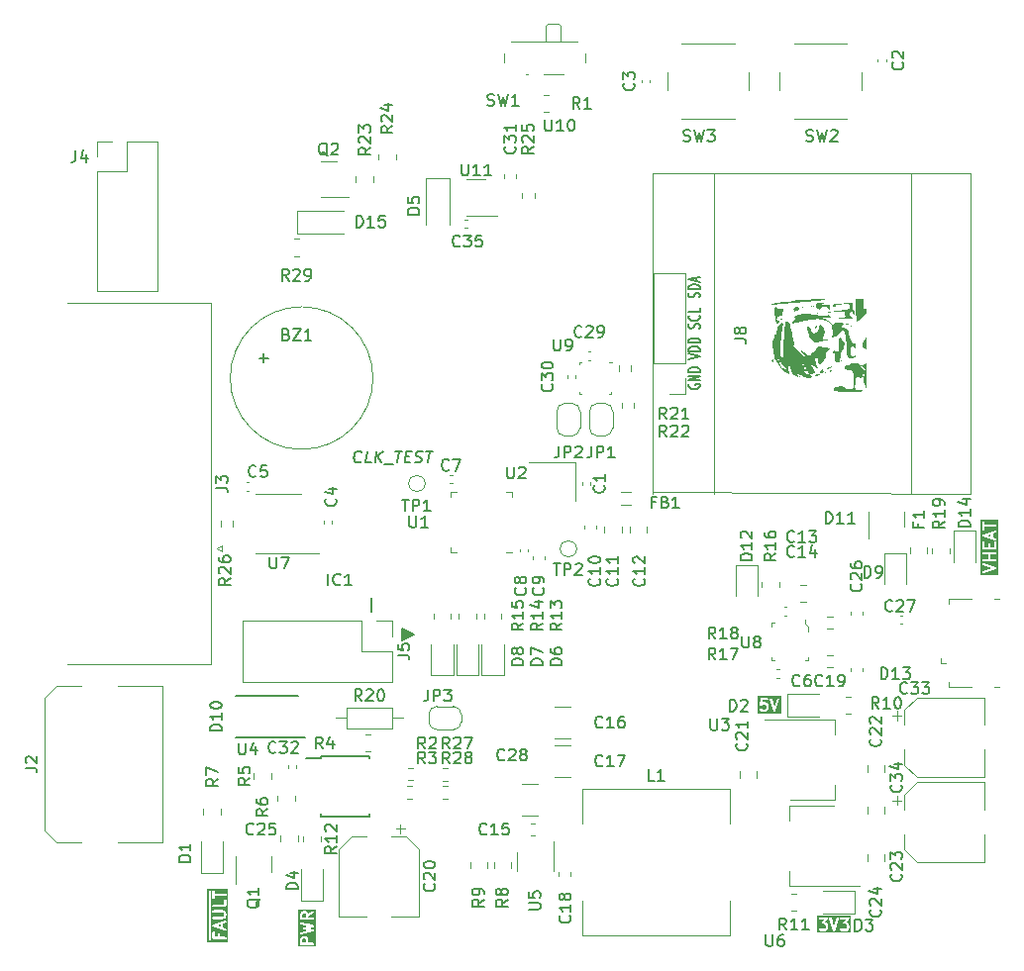
<source format=gbr>
%TF.GenerationSoftware,KiCad,Pcbnew,7.0.6*%
%TF.CreationDate,2023-12-02T19:53:02-07:00*%
%TF.ProjectId,H2 Sensor Board Lucy Rev 1,48322053-656e-4736-9f72-20426f617264,rev?*%
%TF.SameCoordinates,Original*%
%TF.FileFunction,Legend,Top*%
%TF.FilePolarity,Positive*%
%FSLAX46Y46*%
G04 Gerber Fmt 4.6, Leading zero omitted, Abs format (unit mm)*
G04 Created by KiCad (PCBNEW 7.0.6) date 2023-12-02 19:53:02*
%MOMM*%
%LPD*%
G01*
G04 APERTURE LIST*
%ADD10C,0.200000*%
%ADD11C,0.150000*%
%ADD12C,0.120000*%
%ADD13C,0.100000*%
G04 APERTURE END LIST*
D10*
X117348000Y-121285000D02*
X116332000Y-121793000D01*
X116332000Y-120777000D01*
X117348000Y-121285000D01*
G36*
X117348000Y-121285000D02*
G01*
X116332000Y-121793000D01*
X116332000Y-120777000D01*
X117348000Y-121285000D01*
G37*
G36*
X166664304Y-112858478D02*
G01*
X166366246Y-112759125D01*
X166664304Y-112659773D01*
X166664304Y-112858478D01*
G37*
G36*
X167292876Y-116140178D02*
G01*
X165807162Y-116140178D01*
X165807162Y-115902742D01*
X165950021Y-115902742D01*
X165969566Y-115961374D01*
X166019840Y-115997321D01*
X166081642Y-115996851D01*
X167081641Y-115663518D01*
X167105904Y-115645607D01*
X167130472Y-115628041D01*
X167130723Y-115627286D01*
X167131365Y-115626813D01*
X167140480Y-115598016D01*
X167150016Y-115569409D01*
X167149775Y-115568649D01*
X167150016Y-115567891D01*
X167140480Y-115539283D01*
X167131365Y-115510487D01*
X167130723Y-115510013D01*
X167130472Y-115509259D01*
X167105904Y-115491692D01*
X167081641Y-115473782D01*
X166081642Y-115140449D01*
X166019840Y-115139979D01*
X165969566Y-115175926D01*
X165950021Y-115234558D01*
X165968673Y-115293480D01*
X166018396Y-115330185D01*
X166733791Y-115568649D01*
X166018396Y-115807115D01*
X165968673Y-115843820D01*
X165950021Y-115902742D01*
X165807162Y-115902742D01*
X165807162Y-114932885D01*
X165954913Y-114932885D01*
X165991240Y-114982885D01*
X166050019Y-115001983D01*
X167050019Y-115001983D01*
X167108798Y-114982885D01*
X167145125Y-114932885D01*
X167145125Y-114871081D01*
X167108798Y-114821081D01*
X167050019Y-114801983D01*
X166626209Y-114801983D01*
X166626209Y-114430555D01*
X167050019Y-114430555D01*
X167108798Y-114411457D01*
X167145125Y-114361457D01*
X167145125Y-114299653D01*
X167108798Y-114249653D01*
X167050019Y-114230555D01*
X166050019Y-114230555D01*
X165991240Y-114249653D01*
X165954913Y-114299653D01*
X165954913Y-114361457D01*
X165991240Y-114411457D01*
X166050019Y-114430555D01*
X166426209Y-114430555D01*
X166426209Y-114801983D01*
X166050019Y-114801983D01*
X165991240Y-114821081D01*
X165954913Y-114871081D01*
X165954913Y-114932885D01*
X165807162Y-114932885D01*
X165807162Y-113854364D01*
X165950019Y-113854364D01*
X165954913Y-113869426D01*
X165954913Y-113885266D01*
X165964222Y-113898079D01*
X165969117Y-113913143D01*
X165981930Y-113922452D01*
X165991240Y-113935266D01*
X166006303Y-113940160D01*
X166019117Y-113949470D01*
X166034956Y-113949470D01*
X166050019Y-113954364D01*
X167050019Y-113954364D01*
X167065082Y-113949470D01*
X167080921Y-113949470D01*
X167093734Y-113940160D01*
X167108798Y-113935266D01*
X167118107Y-113922452D01*
X167130921Y-113913143D01*
X167135815Y-113898079D01*
X167145125Y-113885266D01*
X167145125Y-113869426D01*
X167150019Y-113854364D01*
X167150019Y-113378174D01*
X167130921Y-113319395D01*
X167080921Y-113283068D01*
X167019117Y-113283068D01*
X166969117Y-113319395D01*
X166950019Y-113378174D01*
X166950019Y-113754364D01*
X166626209Y-113754364D01*
X166626209Y-113521031D01*
X166607111Y-113462252D01*
X166557111Y-113425925D01*
X166495307Y-113425925D01*
X166445307Y-113462252D01*
X166426209Y-113521031D01*
X166426209Y-113754364D01*
X166150019Y-113754364D01*
X166150019Y-113378174D01*
X166130921Y-113319395D01*
X166080921Y-113283068D01*
X166019117Y-113283068D01*
X165969117Y-113319395D01*
X165950019Y-113378174D01*
X165950019Y-113854364D01*
X165807162Y-113854364D01*
X165807162Y-112759885D01*
X165950021Y-112759885D01*
X165959557Y-112788494D01*
X165968673Y-112817289D01*
X165969314Y-112817762D01*
X165969566Y-112818517D01*
X165994117Y-112836071D01*
X166018396Y-112853994D01*
X167018396Y-113187327D01*
X167080198Y-113187797D01*
X167130472Y-113151850D01*
X167150016Y-113093218D01*
X167131365Y-113034296D01*
X167081641Y-112997591D01*
X166864304Y-112925145D01*
X166864304Y-112593106D01*
X167081641Y-112520661D01*
X167131365Y-112483956D01*
X167150016Y-112425034D01*
X167130472Y-112366402D01*
X167080198Y-112330455D01*
X167018396Y-112330925D01*
X166018396Y-112664258D01*
X165994117Y-112682180D01*
X165969566Y-112699735D01*
X165969314Y-112700489D01*
X165968673Y-112700963D01*
X165959557Y-112729757D01*
X165950021Y-112758367D01*
X165950261Y-112759125D01*
X165950021Y-112759885D01*
X165807162Y-112759885D01*
X165807162Y-112235316D01*
X165950019Y-112235316D01*
X165969117Y-112294095D01*
X166019117Y-112330422D01*
X166080921Y-112330422D01*
X166130921Y-112294095D01*
X166150019Y-112235316D01*
X166150019Y-112049602D01*
X167050019Y-112049602D01*
X167108798Y-112030504D01*
X167145125Y-111980504D01*
X167145125Y-111918700D01*
X167108798Y-111868700D01*
X167050019Y-111849602D01*
X166150019Y-111849602D01*
X166150019Y-111663888D01*
X166130921Y-111605109D01*
X166080921Y-111568782D01*
X166019117Y-111568782D01*
X165969117Y-111605109D01*
X165950019Y-111663888D01*
X165950019Y-112235316D01*
X165807162Y-112235316D01*
X165807162Y-111425925D01*
X167292876Y-111425925D01*
X167292876Y-116140178D01*
G37*
G36*
X108075554Y-147270703D02*
G01*
X108100223Y-147295371D01*
X108130028Y-147354981D01*
X108130028Y-147612326D01*
X107806219Y-147612326D01*
X107806219Y-147354981D01*
X107836024Y-147295371D01*
X107860692Y-147270702D01*
X107920302Y-147240898D01*
X108015945Y-147240898D01*
X108075554Y-147270703D01*
G37*
G36*
X108075554Y-145127846D02*
G01*
X108100223Y-145152514D01*
X108130028Y-145212123D01*
X108130028Y-145469469D01*
X107806219Y-145469469D01*
X107806219Y-145212124D01*
X107836024Y-145152514D01*
X107860692Y-145127845D01*
X107920302Y-145098041D01*
X108015945Y-145098041D01*
X108075554Y-145127846D01*
G37*
G36*
X108948933Y-147955183D02*
G01*
X107463362Y-147955183D01*
X107463362Y-147712326D01*
X107606219Y-147712326D01*
X107611113Y-147727388D01*
X107611113Y-147743228D01*
X107620422Y-147756041D01*
X107625317Y-147771105D01*
X107638130Y-147780414D01*
X107647440Y-147793228D01*
X107662503Y-147798122D01*
X107675317Y-147807432D01*
X107691156Y-147807432D01*
X107706219Y-147812326D01*
X108706219Y-147812326D01*
X108764998Y-147793228D01*
X108801325Y-147743228D01*
X108801325Y-147681424D01*
X108764998Y-147631424D01*
X108706219Y-147612326D01*
X108330028Y-147612326D01*
X108330028Y-147331374D01*
X108322904Y-147309450D01*
X108319471Y-147286652D01*
X108271852Y-147191415D01*
X108260477Y-147179866D01*
X108253119Y-147165425D01*
X108205501Y-147117806D01*
X108191058Y-147110447D01*
X108179511Y-147099074D01*
X108084273Y-147051455D01*
X108061475Y-147048021D01*
X108039552Y-147040898D01*
X107896695Y-147040898D01*
X107874771Y-147048021D01*
X107851973Y-147051455D01*
X107756736Y-147099074D01*
X107745187Y-147110448D01*
X107730746Y-147117807D01*
X107683127Y-147165425D01*
X107675768Y-147179867D01*
X107664395Y-147191415D01*
X107616776Y-147286653D01*
X107613342Y-147309450D01*
X107606219Y-147331374D01*
X107606219Y-147712326D01*
X107463362Y-147712326D01*
X107463362Y-146799531D01*
X107606542Y-146799531D01*
X107620857Y-146859654D01*
X107667777Y-146899880D01*
X107729381Y-146904845D01*
X108729381Y-146666750D01*
X108735273Y-146663154D01*
X108742168Y-146662785D01*
X108761208Y-146647328D01*
X108782138Y-146634557D01*
X108784791Y-146628184D01*
X108790152Y-146623833D01*
X108796470Y-146600136D01*
X108805896Y-146577502D01*
X108804297Y-146570786D01*
X108806076Y-146564116D01*
X108797260Y-146541231D01*
X108791581Y-146517379D01*
X108786340Y-146512886D01*
X108783859Y-146506444D01*
X108763277Y-146493113D01*
X108744661Y-146477153D01*
X108737779Y-146476598D01*
X108731986Y-146472846D01*
X108380038Y-146378993D01*
X108731986Y-146285140D01*
X108737779Y-146281387D01*
X108744661Y-146280833D01*
X108763277Y-146264872D01*
X108783859Y-146251542D01*
X108786340Y-146245099D01*
X108791581Y-146240607D01*
X108797260Y-146216754D01*
X108806076Y-146193870D01*
X108804297Y-146187199D01*
X108805896Y-146180484D01*
X108796470Y-146157849D01*
X108790152Y-146134153D01*
X108784791Y-146129801D01*
X108782138Y-146123429D01*
X108761208Y-146110657D01*
X108742168Y-146095201D01*
X108735273Y-146094831D01*
X108729381Y-146091236D01*
X107729381Y-145853141D01*
X107667777Y-145858106D01*
X107620857Y-145898332D01*
X107606542Y-145958455D01*
X107630300Y-146015510D01*
X107683057Y-146047703D01*
X108297529Y-146194005D01*
X107966167Y-146282369D01*
X107961516Y-146285381D01*
X107955984Y-146285678D01*
X107935951Y-146301939D01*
X107914293Y-146315968D01*
X107912301Y-146321138D01*
X107908001Y-146324629D01*
X107901352Y-146349558D01*
X107892076Y-146373640D01*
X107893503Y-146378993D01*
X107892076Y-146384346D01*
X107901352Y-146408427D01*
X107908001Y-146433357D01*
X107912301Y-146436847D01*
X107914293Y-146442018D01*
X107935951Y-146456046D01*
X107955984Y-146472308D01*
X107961516Y-146472604D01*
X107966167Y-146475617D01*
X108297529Y-146563980D01*
X107683057Y-146710283D01*
X107630300Y-146742476D01*
X107606542Y-146799531D01*
X107463362Y-146799531D01*
X107463362Y-145569469D01*
X107606219Y-145569469D01*
X107611113Y-145584531D01*
X107611113Y-145600371D01*
X107620422Y-145613184D01*
X107625317Y-145628248D01*
X107638130Y-145637557D01*
X107647440Y-145650371D01*
X107662503Y-145655265D01*
X107675317Y-145664575D01*
X107691156Y-145664575D01*
X107706219Y-145669469D01*
X108706219Y-145669469D01*
X108764998Y-145650371D01*
X108801325Y-145600371D01*
X108801325Y-145538567D01*
X108764998Y-145488567D01*
X108706219Y-145469469D01*
X108330028Y-145469469D01*
X108330028Y-145383439D01*
X108763565Y-145079964D01*
X108800767Y-145030611D01*
X108801854Y-144968817D01*
X108766412Y-144918185D01*
X108707979Y-144898056D01*
X108648873Y-144916118D01*
X108319866Y-145146421D01*
X108319471Y-145143795D01*
X108271852Y-145048558D01*
X108260477Y-145037009D01*
X108253119Y-145022568D01*
X108205501Y-144974949D01*
X108191058Y-144967590D01*
X108179511Y-144956217D01*
X108084273Y-144908598D01*
X108061475Y-144905164D01*
X108039552Y-144898041D01*
X107896695Y-144898041D01*
X107874771Y-144905164D01*
X107851973Y-144908598D01*
X107756736Y-144956217D01*
X107745187Y-144967591D01*
X107730746Y-144974950D01*
X107683127Y-145022568D01*
X107675768Y-145037010D01*
X107664395Y-145048558D01*
X107616776Y-145143796D01*
X107613342Y-145166593D01*
X107606219Y-145188517D01*
X107606219Y-145569469D01*
X107463362Y-145569469D01*
X107463362Y-144755184D01*
X108948933Y-144755184D01*
X108948933Y-147955183D01*
G37*
G36*
X148769058Y-127999076D02*
G01*
X146764693Y-127999076D01*
X146764693Y-127222459D01*
X146907550Y-127222459D01*
X146913546Y-127249983D01*
X146917953Y-127277808D01*
X146920068Y-127279923D01*
X146920705Y-127282846D01*
X146941735Y-127301590D01*
X146961655Y-127321510D01*
X146964609Y-127321977D01*
X146966842Y-127323968D01*
X146994874Y-127326771D01*
X147022697Y-127331178D01*
X147025361Y-127329820D01*
X147028339Y-127330118D01*
X147052667Y-127315907D01*
X147077765Y-127303120D01*
X147113908Y-127266975D01*
X147173518Y-127237171D01*
X147364399Y-127237171D01*
X147424008Y-127266976D01*
X147448677Y-127291644D01*
X147478482Y-127351254D01*
X147478482Y-127542135D01*
X147448677Y-127601743D01*
X147424008Y-127626413D01*
X147364399Y-127656219D01*
X147173518Y-127656219D01*
X147113908Y-127626414D01*
X147077765Y-127590270D01*
X147022698Y-127562211D01*
X146961656Y-127571878D01*
X146917953Y-127615580D01*
X146908284Y-127676622D01*
X146936343Y-127731690D01*
X146983961Y-127779310D01*
X146998404Y-127786669D01*
X147009952Y-127798043D01*
X147105189Y-127845662D01*
X147127987Y-127849095D01*
X147149911Y-127856219D01*
X147388006Y-127856219D01*
X147409929Y-127849095D01*
X147432727Y-127845662D01*
X147527965Y-127798043D01*
X147539513Y-127786668D01*
X147553955Y-127779310D01*
X147601574Y-127731690D01*
X147608931Y-127717249D01*
X147620306Y-127705701D01*
X147667925Y-127610464D01*
X147671358Y-127587665D01*
X147678482Y-127565742D01*
X147678482Y-127327647D01*
X147671358Y-127305723D01*
X147667925Y-127282925D01*
X147620306Y-127187688D01*
X147608931Y-127176139D01*
X147601573Y-127161698D01*
X147553955Y-127114079D01*
X147539512Y-127106720D01*
X147527965Y-127095347D01*
X147432727Y-127047728D01*
X147409929Y-127044294D01*
X147388006Y-127037171D01*
X147149911Y-127037171D01*
X147127987Y-127044294D01*
X147126339Y-127044542D01*
X147145172Y-126856219D01*
X147530863Y-126856219D01*
X147589642Y-126837121D01*
X147625969Y-126787121D01*
X147625969Y-126726040D01*
X147768859Y-126726040D01*
X147769329Y-126787842D01*
X148102662Y-127787841D01*
X148120572Y-127812104D01*
X148138139Y-127836672D01*
X148138893Y-127836923D01*
X148139367Y-127837565D01*
X148168132Y-127846670D01*
X148196771Y-127856217D01*
X148197531Y-127855976D01*
X148198289Y-127856216D01*
X148226867Y-127846689D01*
X148255693Y-127837565D01*
X148256166Y-127836923D01*
X148256921Y-127836672D01*
X148274475Y-127812120D01*
X148292398Y-127787842D01*
X148625731Y-126787842D01*
X148626201Y-126726040D01*
X148590254Y-126675766D01*
X148531622Y-126656222D01*
X148472700Y-126674873D01*
X148435995Y-126724597D01*
X148197530Y-127439991D01*
X147959065Y-126724596D01*
X147922360Y-126674873D01*
X147863438Y-126656221D01*
X147804806Y-126675766D01*
X147768859Y-126726040D01*
X147625969Y-126726040D01*
X147625969Y-126725317D01*
X147589642Y-126675317D01*
X147530863Y-126656219D01*
X147054673Y-126656219D01*
X147044271Y-126659598D01*
X147033388Y-126658510D01*
X147015545Y-126668932D01*
X146995894Y-126675317D01*
X146989465Y-126684165D01*
X146980021Y-126689682D01*
X146971712Y-126708600D01*
X146959567Y-126725317D01*
X146959567Y-126736254D01*
X146955169Y-126746269D01*
X146907550Y-127222459D01*
X146764693Y-127222459D01*
X146764693Y-126513362D01*
X148769058Y-126513362D01*
X148769058Y-127999076D01*
G37*
D11*
X112801160Y-106454580D02*
X112747588Y-106502200D01*
X112747588Y-106502200D02*
X112598779Y-106549819D01*
X112598779Y-106549819D02*
X112503541Y-106549819D01*
X112503541Y-106549819D02*
X112366636Y-106502200D01*
X112366636Y-106502200D02*
X112283303Y-106406961D01*
X112283303Y-106406961D02*
X112247588Y-106311723D01*
X112247588Y-106311723D02*
X112223779Y-106121247D01*
X112223779Y-106121247D02*
X112241636Y-105978390D01*
X112241636Y-105978390D02*
X112313064Y-105787914D01*
X112313064Y-105787914D02*
X112372588Y-105692676D01*
X112372588Y-105692676D02*
X112479731Y-105597438D01*
X112479731Y-105597438D02*
X112628541Y-105549819D01*
X112628541Y-105549819D02*
X112723779Y-105549819D01*
X112723779Y-105549819D02*
X112860684Y-105597438D01*
X112860684Y-105597438D02*
X112902350Y-105645057D01*
X113694017Y-106549819D02*
X113217826Y-106549819D01*
X113217826Y-106549819D02*
X113342826Y-105549819D01*
X114027350Y-106549819D02*
X114152350Y-105549819D01*
X114598779Y-106549819D02*
X114241636Y-105978390D01*
X114723779Y-105549819D02*
X114080922Y-106121247D01*
X114777350Y-106645057D02*
X115539255Y-106645057D01*
X115771398Y-105549819D02*
X116342827Y-105549819D01*
X115932113Y-106549819D02*
X116057113Y-105549819D01*
X116616637Y-106026009D02*
X116949970Y-106026009D01*
X117027351Y-106549819D02*
X116551160Y-106549819D01*
X116551160Y-106549819D02*
X116676160Y-105549819D01*
X116676160Y-105549819D02*
X117152351Y-105549819D01*
X117414256Y-106502200D02*
X117551160Y-106549819D01*
X117551160Y-106549819D02*
X117789256Y-106549819D01*
X117789256Y-106549819D02*
X117890446Y-106502200D01*
X117890446Y-106502200D02*
X117944018Y-106454580D01*
X117944018Y-106454580D02*
X118003541Y-106359342D01*
X118003541Y-106359342D02*
X118015446Y-106264104D01*
X118015446Y-106264104D02*
X117979732Y-106168866D01*
X117979732Y-106168866D02*
X117938065Y-106121247D01*
X117938065Y-106121247D02*
X117848780Y-106073628D01*
X117848780Y-106073628D02*
X117664256Y-106026009D01*
X117664256Y-106026009D02*
X117574970Y-105978390D01*
X117574970Y-105978390D02*
X117533303Y-105930771D01*
X117533303Y-105930771D02*
X117497589Y-105835533D01*
X117497589Y-105835533D02*
X117509494Y-105740295D01*
X117509494Y-105740295D02*
X117569018Y-105645057D01*
X117569018Y-105645057D02*
X117622589Y-105597438D01*
X117622589Y-105597438D02*
X117723780Y-105549819D01*
X117723780Y-105549819D02*
X117961875Y-105549819D01*
X117961875Y-105549819D02*
X118098780Y-105597438D01*
X118390446Y-105549819D02*
X118961875Y-105549819D01*
X118551161Y-106549819D02*
X118676161Y-105549819D01*
D10*
G36*
X154710863Y-146769676D02*
G01*
X151797808Y-146769676D01*
X151797808Y-146447222D01*
X151940665Y-146447222D01*
X151968724Y-146502290D01*
X152016342Y-146549910D01*
X152030785Y-146557269D01*
X152042333Y-146568643D01*
X152137570Y-146616262D01*
X152160368Y-146619695D01*
X152182292Y-146626819D01*
X152468006Y-146626819D01*
X152489929Y-146619695D01*
X152512727Y-146616262D01*
X152607965Y-146568643D01*
X152619513Y-146557268D01*
X152633955Y-146549910D01*
X152681574Y-146502290D01*
X152688931Y-146487849D01*
X152700306Y-146476301D01*
X152747925Y-146381064D01*
X152751358Y-146358265D01*
X152758482Y-146336342D01*
X152758482Y-146098247D01*
X152751358Y-146076323D01*
X152747925Y-146053525D01*
X152700306Y-145958288D01*
X152688931Y-145946739D01*
X152681573Y-145932298D01*
X152633955Y-145884679D01*
X152619512Y-145877320D01*
X152607965Y-145865947D01*
X152529117Y-145826523D01*
X152733740Y-145592669D01*
X152741701Y-145574081D01*
X152753588Y-145557721D01*
X152753588Y-145546329D01*
X152758073Y-145535858D01*
X152753588Y-145516138D01*
X152753588Y-145496640D01*
X152848859Y-145496640D01*
X152849329Y-145558442D01*
X153182662Y-146558441D01*
X153200572Y-146582704D01*
X153218139Y-146607272D01*
X153218893Y-146607523D01*
X153219367Y-146608165D01*
X153248132Y-146617270D01*
X153276771Y-146626817D01*
X153277531Y-146626576D01*
X153278289Y-146626816D01*
X153306867Y-146617289D01*
X153335693Y-146608165D01*
X153336166Y-146607523D01*
X153336921Y-146607272D01*
X153354475Y-146582720D01*
X153372398Y-146558442D01*
X153409471Y-146447222D01*
X153750189Y-146447222D01*
X153778248Y-146502290D01*
X153825866Y-146549910D01*
X153840309Y-146557269D01*
X153851857Y-146568643D01*
X153947094Y-146616262D01*
X153969892Y-146619695D01*
X153991816Y-146626819D01*
X154277530Y-146626819D01*
X154299453Y-146619695D01*
X154322251Y-146616262D01*
X154417489Y-146568643D01*
X154429037Y-146557268D01*
X154443479Y-146549910D01*
X154491098Y-146502290D01*
X154498455Y-146487849D01*
X154509830Y-146476301D01*
X154557449Y-146381064D01*
X154560882Y-146358265D01*
X154568006Y-146336342D01*
X154568006Y-146098247D01*
X154560882Y-146076323D01*
X154557449Y-146053525D01*
X154509830Y-145958288D01*
X154498455Y-145946739D01*
X154491097Y-145932298D01*
X154443479Y-145884679D01*
X154429036Y-145877320D01*
X154417489Y-145865947D01*
X154338641Y-145826523D01*
X154543264Y-145592669D01*
X154551225Y-145574081D01*
X154563112Y-145557721D01*
X154563112Y-145546329D01*
X154567597Y-145535858D01*
X154563112Y-145516138D01*
X154563112Y-145495917D01*
X154556416Y-145486701D01*
X154553890Y-145475593D01*
X154538670Y-145462275D01*
X154526785Y-145445917D01*
X154515951Y-145442397D01*
X154507378Y-145434895D01*
X154487235Y-145433067D01*
X154468006Y-145426819D01*
X153848959Y-145426819D01*
X153790180Y-145445917D01*
X153753853Y-145495917D01*
X153753853Y-145557721D01*
X153790180Y-145607721D01*
X153848959Y-145626819D01*
X154247629Y-145626819D01*
X154059415Y-145841921D01*
X154051453Y-145860508D01*
X154039567Y-145876869D01*
X154039567Y-145888260D01*
X154035082Y-145898732D01*
X154039567Y-145918450D01*
X154039567Y-145938673D01*
X154046262Y-145947888D01*
X154048789Y-145958996D01*
X154064007Y-145972312D01*
X154075894Y-145988673D01*
X154086727Y-145992192D01*
X154095301Y-145999695D01*
X154115443Y-146001522D01*
X154134673Y-146007771D01*
X154253923Y-146007771D01*
X154313532Y-146037576D01*
X154338201Y-146062244D01*
X154368006Y-146121854D01*
X154368006Y-146312734D01*
X154338201Y-146372343D01*
X154313532Y-146397013D01*
X154253923Y-146426819D01*
X154015423Y-146426819D01*
X153955813Y-146397014D01*
X153919670Y-146360870D01*
X153864603Y-146332811D01*
X153803561Y-146342478D01*
X153759858Y-146386180D01*
X153750189Y-146447222D01*
X153409471Y-146447222D01*
X153705731Y-145558442D01*
X153706201Y-145496640D01*
X153670254Y-145446366D01*
X153611622Y-145426822D01*
X153552700Y-145445473D01*
X153515995Y-145495197D01*
X153277530Y-146210591D01*
X153039065Y-145495196D01*
X153002360Y-145445473D01*
X152943438Y-145426821D01*
X152884806Y-145446366D01*
X152848859Y-145496640D01*
X152753588Y-145496640D01*
X152753588Y-145495917D01*
X152746892Y-145486701D01*
X152744366Y-145475593D01*
X152729146Y-145462275D01*
X152717261Y-145445917D01*
X152706427Y-145442397D01*
X152697854Y-145434895D01*
X152677711Y-145433067D01*
X152658482Y-145426819D01*
X152039435Y-145426819D01*
X151980656Y-145445917D01*
X151944329Y-145495917D01*
X151944329Y-145557721D01*
X151980656Y-145607721D01*
X152039435Y-145626819D01*
X152438105Y-145626819D01*
X152249891Y-145841921D01*
X152241929Y-145860508D01*
X152230043Y-145876869D01*
X152230043Y-145888260D01*
X152225558Y-145898732D01*
X152230043Y-145918450D01*
X152230043Y-145938673D01*
X152236738Y-145947888D01*
X152239265Y-145958996D01*
X152254483Y-145972312D01*
X152266370Y-145988673D01*
X152277203Y-145992192D01*
X152285777Y-145999695D01*
X152305919Y-146001522D01*
X152325149Y-146007771D01*
X152444399Y-146007771D01*
X152504008Y-146037576D01*
X152528677Y-146062244D01*
X152558482Y-146121854D01*
X152558482Y-146312734D01*
X152528677Y-146372343D01*
X152504008Y-146397013D01*
X152444399Y-146426819D01*
X152205899Y-146426819D01*
X152146289Y-146397014D01*
X152110146Y-146360870D01*
X152055079Y-146332811D01*
X151994037Y-146342478D01*
X151950334Y-146386180D01*
X151940665Y-146447222D01*
X151797808Y-146447222D01*
X151797808Y-145283962D01*
X154710863Y-145283962D01*
X154710863Y-146769676D01*
G37*
G36*
X100827504Y-146256059D02*
G01*
X100529446Y-146156707D01*
X100827504Y-146057354D01*
X100827504Y-146256059D01*
G37*
G36*
X101456076Y-147580385D02*
G01*
X99692743Y-147580385D01*
X99692743Y-147342422D01*
X99835600Y-147342422D01*
X99854698Y-147401201D01*
X99904698Y-147437528D01*
X99966502Y-147437528D01*
X100016502Y-147401201D01*
X100035600Y-147342422D01*
X100035600Y-147204326D01*
X100113219Y-147204326D01*
X100118113Y-147219388D01*
X100118113Y-147235228D01*
X100127422Y-147248041D01*
X100132317Y-147263105D01*
X100145130Y-147272414D01*
X100154440Y-147285228D01*
X100169503Y-147290122D01*
X100182317Y-147299432D01*
X100198156Y-147299432D01*
X100213219Y-147304326D01*
X101213219Y-147304326D01*
X101271998Y-147285228D01*
X101308325Y-147235228D01*
X101308325Y-147173424D01*
X101271998Y-147123424D01*
X101213219Y-147104326D01*
X100789409Y-147104326D01*
X100789409Y-146870993D01*
X100770311Y-146812214D01*
X100720311Y-146775887D01*
X100658507Y-146775887D01*
X100608507Y-146812214D01*
X100589409Y-146870993D01*
X100589409Y-147104326D01*
X100313219Y-147104326D01*
X100313219Y-146728136D01*
X100294121Y-146669357D01*
X100244121Y-146633030D01*
X100182317Y-146633030D01*
X100132317Y-146669357D01*
X100113219Y-146728136D01*
X100113219Y-147204326D01*
X100035600Y-147204326D01*
X100035600Y-146157466D01*
X100113221Y-146157466D01*
X100122757Y-146186075D01*
X100131873Y-146214870D01*
X100132514Y-146215343D01*
X100132766Y-146216098D01*
X100157317Y-146233652D01*
X100181596Y-146251575D01*
X101181596Y-146584908D01*
X101243398Y-146585378D01*
X101293672Y-146549431D01*
X101313216Y-146490799D01*
X101294565Y-146431877D01*
X101244841Y-146395172D01*
X101027503Y-146322726D01*
X101027503Y-145990687D01*
X101244841Y-145918242D01*
X101294565Y-145881537D01*
X101313216Y-145822615D01*
X101293672Y-145763983D01*
X101243398Y-145728036D01*
X101181596Y-145728506D01*
X100181596Y-146061839D01*
X100157317Y-146079761D01*
X100132766Y-146097316D01*
X100132514Y-146098070D01*
X100131873Y-146098544D01*
X100122757Y-146127338D01*
X100113221Y-146155948D01*
X100113461Y-146156707D01*
X100113221Y-146157466D01*
X100035600Y-146157466D01*
X100035600Y-145520942D01*
X100118113Y-145520942D01*
X100154440Y-145570942D01*
X100213219Y-145590040D01*
X101022742Y-145590040D01*
X101044665Y-145582916D01*
X101067463Y-145579483D01*
X101162701Y-145531864D01*
X101174248Y-145520490D01*
X101188690Y-145513132D01*
X101236310Y-145465514D01*
X101243669Y-145451070D01*
X101255043Y-145439523D01*
X101302662Y-145344286D01*
X101306095Y-145321487D01*
X101313219Y-145299564D01*
X101313219Y-145109088D01*
X101306095Y-145087164D01*
X101302662Y-145064366D01*
X101255043Y-144969129D01*
X101243669Y-144957581D01*
X101236310Y-144943138D01*
X101188690Y-144895520D01*
X101174248Y-144888161D01*
X101162701Y-144876788D01*
X101067463Y-144829169D01*
X101044665Y-144825735D01*
X101022742Y-144818612D01*
X100213219Y-144818612D01*
X100154440Y-144837710D01*
X100118113Y-144887710D01*
X100118113Y-144949514D01*
X100154440Y-144999514D01*
X100213219Y-145018612D01*
X100999135Y-145018612D01*
X101058746Y-145048418D01*
X101083414Y-145073085D01*
X101113219Y-145132695D01*
X101113219Y-145275957D01*
X101083414Y-145335566D01*
X101058746Y-145360233D01*
X100999135Y-145390040D01*
X100213219Y-145390040D01*
X100154440Y-145409138D01*
X100118113Y-145459138D01*
X100118113Y-145520942D01*
X100035600Y-145520942D01*
X100035600Y-144473323D01*
X100118113Y-144473323D01*
X100154440Y-144523323D01*
X100213219Y-144542421D01*
X101213219Y-144542421D01*
X101228282Y-144537527D01*
X101244121Y-144537527D01*
X101256934Y-144528217D01*
X101271998Y-144523323D01*
X101281307Y-144510509D01*
X101294121Y-144501200D01*
X101299015Y-144486136D01*
X101308325Y-144473323D01*
X101308325Y-144457483D01*
X101313219Y-144442421D01*
X101313219Y-143966231D01*
X101294121Y-143907452D01*
X101244121Y-143871125D01*
X101182317Y-143871125D01*
X101132317Y-143907452D01*
X101113219Y-143966231D01*
X101113219Y-144342421D01*
X100213219Y-144342421D01*
X100154440Y-144361519D01*
X100118113Y-144411519D01*
X100118113Y-144473323D01*
X100035600Y-144473323D01*
X100035600Y-143775754D01*
X100113219Y-143775754D01*
X100132317Y-143834533D01*
X100182317Y-143870860D01*
X100244121Y-143870860D01*
X100294121Y-143834533D01*
X100313219Y-143775754D01*
X100313219Y-143590040D01*
X101213219Y-143590040D01*
X101271998Y-143570942D01*
X101308325Y-143520942D01*
X101308325Y-143459138D01*
X101271998Y-143409138D01*
X101213219Y-143390040D01*
X100313219Y-143390040D01*
X100313219Y-143204326D01*
X100294121Y-143145547D01*
X100244121Y-143109220D01*
X100182317Y-143109220D01*
X100132317Y-143145547D01*
X100113219Y-143204326D01*
X100113219Y-143775754D01*
X100035600Y-143775754D01*
X100035600Y-143209088D01*
X100016502Y-143150309D01*
X99966502Y-143113982D01*
X99904698Y-143113982D01*
X99854698Y-143150309D01*
X99835600Y-143209088D01*
X99835600Y-147342422D01*
X99692743Y-147342422D01*
X99692743Y-142966363D01*
X101456076Y-142966363D01*
X101456076Y-147580385D01*
G37*
D11*
X84121819Y-132667333D02*
X84836104Y-132667333D01*
X84836104Y-132667333D02*
X84978961Y-132714952D01*
X84978961Y-132714952D02*
X85074200Y-132810190D01*
X85074200Y-132810190D02*
X85121819Y-132953047D01*
X85121819Y-132953047D02*
X85121819Y-133048285D01*
X84217057Y-132238761D02*
X84169438Y-132191142D01*
X84169438Y-132191142D02*
X84121819Y-132095904D01*
X84121819Y-132095904D02*
X84121819Y-131857809D01*
X84121819Y-131857809D02*
X84169438Y-131762571D01*
X84169438Y-131762571D02*
X84217057Y-131714952D01*
X84217057Y-131714952D02*
X84312295Y-131667333D01*
X84312295Y-131667333D02*
X84407533Y-131667333D01*
X84407533Y-131667333D02*
X84550390Y-131714952D01*
X84550390Y-131714952D02*
X85121819Y-132286380D01*
X85121819Y-132286380D02*
X85121819Y-131667333D01*
X120356333Y-107149580D02*
X120308714Y-107197200D01*
X120308714Y-107197200D02*
X120165857Y-107244819D01*
X120165857Y-107244819D02*
X120070619Y-107244819D01*
X120070619Y-107244819D02*
X119927762Y-107197200D01*
X119927762Y-107197200D02*
X119832524Y-107101961D01*
X119832524Y-107101961D02*
X119784905Y-107006723D01*
X119784905Y-107006723D02*
X119737286Y-106816247D01*
X119737286Y-106816247D02*
X119737286Y-106673390D01*
X119737286Y-106673390D02*
X119784905Y-106482914D01*
X119784905Y-106482914D02*
X119832524Y-106387676D01*
X119832524Y-106387676D02*
X119927762Y-106292438D01*
X119927762Y-106292438D02*
X120070619Y-106244819D01*
X120070619Y-106244819D02*
X120165857Y-106244819D01*
X120165857Y-106244819D02*
X120308714Y-106292438D01*
X120308714Y-106292438D02*
X120356333Y-106340057D01*
X120689667Y-106244819D02*
X121356333Y-106244819D01*
X121356333Y-106244819D02*
X120927762Y-107244819D01*
X145415095Y-121374819D02*
X145415095Y-122184342D01*
X145415095Y-122184342D02*
X145462714Y-122279580D01*
X145462714Y-122279580D02*
X145510333Y-122327200D01*
X145510333Y-122327200D02*
X145605571Y-122374819D01*
X145605571Y-122374819D02*
X145796047Y-122374819D01*
X145796047Y-122374819D02*
X145891285Y-122327200D01*
X145891285Y-122327200D02*
X145938904Y-122279580D01*
X145938904Y-122279580D02*
X145986523Y-122184342D01*
X145986523Y-122184342D02*
X145986523Y-121374819D01*
X146605571Y-121803390D02*
X146510333Y-121755771D01*
X146510333Y-121755771D02*
X146462714Y-121708152D01*
X146462714Y-121708152D02*
X146415095Y-121612914D01*
X146415095Y-121612914D02*
X146415095Y-121565295D01*
X146415095Y-121565295D02*
X146462714Y-121470057D01*
X146462714Y-121470057D02*
X146510333Y-121422438D01*
X146510333Y-121422438D02*
X146605571Y-121374819D01*
X146605571Y-121374819D02*
X146796047Y-121374819D01*
X146796047Y-121374819D02*
X146891285Y-121422438D01*
X146891285Y-121422438D02*
X146938904Y-121470057D01*
X146938904Y-121470057D02*
X146986523Y-121565295D01*
X146986523Y-121565295D02*
X146986523Y-121612914D01*
X146986523Y-121612914D02*
X146938904Y-121708152D01*
X146938904Y-121708152D02*
X146891285Y-121755771D01*
X146891285Y-121755771D02*
X146796047Y-121803390D01*
X146796047Y-121803390D02*
X146605571Y-121803390D01*
X146605571Y-121803390D02*
X146510333Y-121851009D01*
X146510333Y-121851009D02*
X146462714Y-121898628D01*
X146462714Y-121898628D02*
X146415095Y-121993866D01*
X146415095Y-121993866D02*
X146415095Y-122184342D01*
X146415095Y-122184342D02*
X146462714Y-122279580D01*
X146462714Y-122279580D02*
X146510333Y-122327200D01*
X146510333Y-122327200D02*
X146605571Y-122374819D01*
X146605571Y-122374819D02*
X146796047Y-122374819D01*
X146796047Y-122374819D02*
X146891285Y-122327200D01*
X146891285Y-122327200D02*
X146938904Y-122279580D01*
X146938904Y-122279580D02*
X146986523Y-122184342D01*
X146986523Y-122184342D02*
X146986523Y-121993866D01*
X146986523Y-121993866D02*
X146938904Y-121898628D01*
X146938904Y-121898628D02*
X146891285Y-121851009D01*
X146891285Y-121851009D02*
X146796047Y-121803390D01*
X131691142Y-95736580D02*
X131643523Y-95784200D01*
X131643523Y-95784200D02*
X131500666Y-95831819D01*
X131500666Y-95831819D02*
X131405428Y-95831819D01*
X131405428Y-95831819D02*
X131262571Y-95784200D01*
X131262571Y-95784200D02*
X131167333Y-95688961D01*
X131167333Y-95688961D02*
X131119714Y-95593723D01*
X131119714Y-95593723D02*
X131072095Y-95403247D01*
X131072095Y-95403247D02*
X131072095Y-95260390D01*
X131072095Y-95260390D02*
X131119714Y-95069914D01*
X131119714Y-95069914D02*
X131167333Y-94974676D01*
X131167333Y-94974676D02*
X131262571Y-94879438D01*
X131262571Y-94879438D02*
X131405428Y-94831819D01*
X131405428Y-94831819D02*
X131500666Y-94831819D01*
X131500666Y-94831819D02*
X131643523Y-94879438D01*
X131643523Y-94879438D02*
X131691142Y-94927057D01*
X132072095Y-94927057D02*
X132119714Y-94879438D01*
X132119714Y-94879438D02*
X132214952Y-94831819D01*
X132214952Y-94831819D02*
X132453047Y-94831819D01*
X132453047Y-94831819D02*
X132548285Y-94879438D01*
X132548285Y-94879438D02*
X132595904Y-94927057D01*
X132595904Y-94927057D02*
X132643523Y-95022295D01*
X132643523Y-95022295D02*
X132643523Y-95117533D01*
X132643523Y-95117533D02*
X132595904Y-95260390D01*
X132595904Y-95260390D02*
X132024476Y-95831819D01*
X132024476Y-95831819D02*
X132643523Y-95831819D01*
X133119714Y-95831819D02*
X133310190Y-95831819D01*
X133310190Y-95831819D02*
X133405428Y-95784200D01*
X133405428Y-95784200D02*
X133453047Y-95736580D01*
X133453047Y-95736580D02*
X133548285Y-95593723D01*
X133548285Y-95593723D02*
X133595904Y-95403247D01*
X133595904Y-95403247D02*
X133595904Y-95022295D01*
X133595904Y-95022295D02*
X133548285Y-94927057D01*
X133548285Y-94927057D02*
X133500666Y-94879438D01*
X133500666Y-94879438D02*
X133405428Y-94831819D01*
X133405428Y-94831819D02*
X133214952Y-94831819D01*
X133214952Y-94831819D02*
X133119714Y-94879438D01*
X133119714Y-94879438D02*
X133072095Y-94927057D01*
X133072095Y-94927057D02*
X133024476Y-95022295D01*
X133024476Y-95022295D02*
X133024476Y-95260390D01*
X133024476Y-95260390D02*
X133072095Y-95355628D01*
X133072095Y-95355628D02*
X133119714Y-95403247D01*
X133119714Y-95403247D02*
X133214952Y-95450866D01*
X133214952Y-95450866D02*
X133405428Y-95450866D01*
X133405428Y-95450866D02*
X133500666Y-95403247D01*
X133500666Y-95403247D02*
X133548285Y-95355628D01*
X133548285Y-95355628D02*
X133595904Y-95260390D01*
X157204580Y-130182857D02*
X157252200Y-130230476D01*
X157252200Y-130230476D02*
X157299819Y-130373333D01*
X157299819Y-130373333D02*
X157299819Y-130468571D01*
X157299819Y-130468571D02*
X157252200Y-130611428D01*
X157252200Y-130611428D02*
X157156961Y-130706666D01*
X157156961Y-130706666D02*
X157061723Y-130754285D01*
X157061723Y-130754285D02*
X156871247Y-130801904D01*
X156871247Y-130801904D02*
X156728390Y-130801904D01*
X156728390Y-130801904D02*
X156537914Y-130754285D01*
X156537914Y-130754285D02*
X156442676Y-130706666D01*
X156442676Y-130706666D02*
X156347438Y-130611428D01*
X156347438Y-130611428D02*
X156299819Y-130468571D01*
X156299819Y-130468571D02*
X156299819Y-130373333D01*
X156299819Y-130373333D02*
X156347438Y-130230476D01*
X156347438Y-130230476D02*
X156395057Y-130182857D01*
X156395057Y-129801904D02*
X156347438Y-129754285D01*
X156347438Y-129754285D02*
X156299819Y-129659047D01*
X156299819Y-129659047D02*
X156299819Y-129420952D01*
X156299819Y-129420952D02*
X156347438Y-129325714D01*
X156347438Y-129325714D02*
X156395057Y-129278095D01*
X156395057Y-129278095D02*
X156490295Y-129230476D01*
X156490295Y-129230476D02*
X156585533Y-129230476D01*
X156585533Y-129230476D02*
X156728390Y-129278095D01*
X156728390Y-129278095D02*
X157299819Y-129849523D01*
X157299819Y-129849523D02*
X157299819Y-129230476D01*
X156395057Y-128849523D02*
X156347438Y-128801904D01*
X156347438Y-128801904D02*
X156299819Y-128706666D01*
X156299819Y-128706666D02*
X156299819Y-128468571D01*
X156299819Y-128468571D02*
X156347438Y-128373333D01*
X156347438Y-128373333D02*
X156395057Y-128325714D01*
X156395057Y-128325714D02*
X156490295Y-128278095D01*
X156490295Y-128278095D02*
X156585533Y-128278095D01*
X156585533Y-128278095D02*
X156728390Y-128325714D01*
X156728390Y-128325714D02*
X157299819Y-128897142D01*
X157299819Y-128897142D02*
X157299819Y-128278095D01*
X130661580Y-145295857D02*
X130709200Y-145343476D01*
X130709200Y-145343476D02*
X130756819Y-145486333D01*
X130756819Y-145486333D02*
X130756819Y-145581571D01*
X130756819Y-145581571D02*
X130709200Y-145724428D01*
X130709200Y-145724428D02*
X130613961Y-145819666D01*
X130613961Y-145819666D02*
X130518723Y-145867285D01*
X130518723Y-145867285D02*
X130328247Y-145914904D01*
X130328247Y-145914904D02*
X130185390Y-145914904D01*
X130185390Y-145914904D02*
X129994914Y-145867285D01*
X129994914Y-145867285D02*
X129899676Y-145819666D01*
X129899676Y-145819666D02*
X129804438Y-145724428D01*
X129804438Y-145724428D02*
X129756819Y-145581571D01*
X129756819Y-145581571D02*
X129756819Y-145486333D01*
X129756819Y-145486333D02*
X129804438Y-145343476D01*
X129804438Y-145343476D02*
X129852057Y-145295857D01*
X130756819Y-144343476D02*
X130756819Y-144914904D01*
X130756819Y-144629190D02*
X129756819Y-144629190D01*
X129756819Y-144629190D02*
X129899676Y-144724428D01*
X129899676Y-144724428D02*
X129994914Y-144819666D01*
X129994914Y-144819666D02*
X130042533Y-144914904D01*
X130185390Y-143772047D02*
X130137771Y-143867285D01*
X130137771Y-143867285D02*
X130090152Y-143914904D01*
X130090152Y-143914904D02*
X129994914Y-143962523D01*
X129994914Y-143962523D02*
X129947295Y-143962523D01*
X129947295Y-143962523D02*
X129852057Y-143914904D01*
X129852057Y-143914904D02*
X129804438Y-143867285D01*
X129804438Y-143867285D02*
X129756819Y-143772047D01*
X129756819Y-143772047D02*
X129756819Y-143581571D01*
X129756819Y-143581571D02*
X129804438Y-143486333D01*
X129804438Y-143486333D02*
X129852057Y-143438714D01*
X129852057Y-143438714D02*
X129947295Y-143391095D01*
X129947295Y-143391095D02*
X129994914Y-143391095D01*
X129994914Y-143391095D02*
X130090152Y-143438714D01*
X130090152Y-143438714D02*
X130137771Y-143486333D01*
X130137771Y-143486333D02*
X130185390Y-143581571D01*
X130185390Y-143581571D02*
X130185390Y-143772047D01*
X130185390Y-143772047D02*
X130233009Y-143867285D01*
X130233009Y-143867285D02*
X130280628Y-143914904D01*
X130280628Y-143914904D02*
X130375866Y-143962523D01*
X130375866Y-143962523D02*
X130566342Y-143962523D01*
X130566342Y-143962523D02*
X130661580Y-143914904D01*
X130661580Y-143914904D02*
X130709200Y-143867285D01*
X130709200Y-143867285D02*
X130756819Y-143772047D01*
X130756819Y-143772047D02*
X130756819Y-143581571D01*
X130756819Y-143581571D02*
X130709200Y-143486333D01*
X130709200Y-143486333D02*
X130661580Y-143438714D01*
X130661580Y-143438714D02*
X130566342Y-143391095D01*
X130566342Y-143391095D02*
X130375866Y-143391095D01*
X130375866Y-143391095D02*
X130280628Y-143438714D01*
X130280628Y-143438714D02*
X130233009Y-143486333D01*
X130233009Y-143486333D02*
X130185390Y-143581571D01*
X158982580Y-141739857D02*
X159030200Y-141787476D01*
X159030200Y-141787476D02*
X159077819Y-141930333D01*
X159077819Y-141930333D02*
X159077819Y-142025571D01*
X159077819Y-142025571D02*
X159030200Y-142168428D01*
X159030200Y-142168428D02*
X158934961Y-142263666D01*
X158934961Y-142263666D02*
X158839723Y-142311285D01*
X158839723Y-142311285D02*
X158649247Y-142358904D01*
X158649247Y-142358904D02*
X158506390Y-142358904D01*
X158506390Y-142358904D02*
X158315914Y-142311285D01*
X158315914Y-142311285D02*
X158220676Y-142263666D01*
X158220676Y-142263666D02*
X158125438Y-142168428D01*
X158125438Y-142168428D02*
X158077819Y-142025571D01*
X158077819Y-142025571D02*
X158077819Y-141930333D01*
X158077819Y-141930333D02*
X158125438Y-141787476D01*
X158125438Y-141787476D02*
X158173057Y-141739857D01*
X158173057Y-141358904D02*
X158125438Y-141311285D01*
X158125438Y-141311285D02*
X158077819Y-141216047D01*
X158077819Y-141216047D02*
X158077819Y-140977952D01*
X158077819Y-140977952D02*
X158125438Y-140882714D01*
X158125438Y-140882714D02*
X158173057Y-140835095D01*
X158173057Y-140835095D02*
X158268295Y-140787476D01*
X158268295Y-140787476D02*
X158363533Y-140787476D01*
X158363533Y-140787476D02*
X158506390Y-140835095D01*
X158506390Y-140835095D02*
X159077819Y-141406523D01*
X159077819Y-141406523D02*
X159077819Y-140787476D01*
X158077819Y-140454142D02*
X158077819Y-139835095D01*
X158077819Y-139835095D02*
X158458771Y-140168428D01*
X158458771Y-140168428D02*
X158458771Y-140025571D01*
X158458771Y-140025571D02*
X158506390Y-139930333D01*
X158506390Y-139930333D02*
X158554009Y-139882714D01*
X158554009Y-139882714D02*
X158649247Y-139835095D01*
X158649247Y-139835095D02*
X158887342Y-139835095D01*
X158887342Y-139835095D02*
X158982580Y-139882714D01*
X158982580Y-139882714D02*
X159030200Y-139930333D01*
X159030200Y-139930333D02*
X159077819Y-140025571D01*
X159077819Y-140025571D02*
X159077819Y-140311285D01*
X159077819Y-140311285D02*
X159030200Y-140406523D01*
X159030200Y-140406523D02*
X158982580Y-140454142D01*
X118298933Y-132280819D02*
X117965600Y-131804628D01*
X117727505Y-132280819D02*
X117727505Y-131280819D01*
X117727505Y-131280819D02*
X118108457Y-131280819D01*
X118108457Y-131280819D02*
X118203695Y-131328438D01*
X118203695Y-131328438D02*
X118251314Y-131376057D01*
X118251314Y-131376057D02*
X118298933Y-131471295D01*
X118298933Y-131471295D02*
X118298933Y-131614152D01*
X118298933Y-131614152D02*
X118251314Y-131709390D01*
X118251314Y-131709390D02*
X118203695Y-131757009D01*
X118203695Y-131757009D02*
X118108457Y-131804628D01*
X118108457Y-131804628D02*
X117727505Y-131804628D01*
X118632267Y-131280819D02*
X119251314Y-131280819D01*
X119251314Y-131280819D02*
X118917981Y-131661771D01*
X118917981Y-131661771D02*
X119060838Y-131661771D01*
X119060838Y-131661771D02*
X119156076Y-131709390D01*
X119156076Y-131709390D02*
X119203695Y-131757009D01*
X119203695Y-131757009D02*
X119251314Y-131852247D01*
X119251314Y-131852247D02*
X119251314Y-132090342D01*
X119251314Y-132090342D02*
X119203695Y-132185580D01*
X119203695Y-132185580D02*
X119156076Y-132233200D01*
X119156076Y-132233200D02*
X119060838Y-132280819D01*
X119060838Y-132280819D02*
X118775124Y-132280819D01*
X118775124Y-132280819D02*
X118679886Y-132233200D01*
X118679886Y-132233200D02*
X118632267Y-132185580D01*
X118298933Y-131010819D02*
X117965600Y-130534628D01*
X117727505Y-131010819D02*
X117727505Y-130010819D01*
X117727505Y-130010819D02*
X118108457Y-130010819D01*
X118108457Y-130010819D02*
X118203695Y-130058438D01*
X118203695Y-130058438D02*
X118251314Y-130106057D01*
X118251314Y-130106057D02*
X118298933Y-130201295D01*
X118298933Y-130201295D02*
X118298933Y-130344152D01*
X118298933Y-130344152D02*
X118251314Y-130439390D01*
X118251314Y-130439390D02*
X118203695Y-130487009D01*
X118203695Y-130487009D02*
X118108457Y-130534628D01*
X118108457Y-130534628D02*
X117727505Y-130534628D01*
X118679886Y-130106057D02*
X118727505Y-130058438D01*
X118727505Y-130058438D02*
X118822743Y-130010819D01*
X118822743Y-130010819D02*
X119060838Y-130010819D01*
X119060838Y-130010819D02*
X119156076Y-130058438D01*
X119156076Y-130058438D02*
X119203695Y-130106057D01*
X119203695Y-130106057D02*
X119251314Y-130201295D01*
X119251314Y-130201295D02*
X119251314Y-130296533D01*
X119251314Y-130296533D02*
X119203695Y-130439390D01*
X119203695Y-130439390D02*
X118632267Y-131010819D01*
X118632267Y-131010819D02*
X119251314Y-131010819D01*
X103324819Y-133516666D02*
X102848628Y-133849999D01*
X103324819Y-134088094D02*
X102324819Y-134088094D01*
X102324819Y-134088094D02*
X102324819Y-133707142D01*
X102324819Y-133707142D02*
X102372438Y-133611904D01*
X102372438Y-133611904D02*
X102420057Y-133564285D01*
X102420057Y-133564285D02*
X102515295Y-133516666D01*
X102515295Y-133516666D02*
X102658152Y-133516666D01*
X102658152Y-133516666D02*
X102753390Y-133564285D01*
X102753390Y-133564285D02*
X102801009Y-133611904D01*
X102801009Y-133611904D02*
X102848628Y-133707142D01*
X102848628Y-133707142D02*
X102848628Y-134088094D01*
X102324819Y-132611904D02*
X102324819Y-133088094D01*
X102324819Y-133088094D02*
X102801009Y-133135713D01*
X102801009Y-133135713D02*
X102753390Y-133088094D01*
X102753390Y-133088094D02*
X102705771Y-132992856D01*
X102705771Y-132992856D02*
X102705771Y-132754761D01*
X102705771Y-132754761D02*
X102753390Y-132659523D01*
X102753390Y-132659523D02*
X102801009Y-132611904D01*
X102801009Y-132611904D02*
X102896247Y-132564285D01*
X102896247Y-132564285D02*
X103134342Y-132564285D01*
X103134342Y-132564285D02*
X103229580Y-132611904D01*
X103229580Y-132611904D02*
X103277200Y-132659523D01*
X103277200Y-132659523D02*
X103324819Y-132754761D01*
X103324819Y-132754761D02*
X103324819Y-132992856D01*
X103324819Y-132992856D02*
X103277200Y-133088094D01*
X103277200Y-133088094D02*
X103229580Y-133135713D01*
X123563142Y-138281580D02*
X123515523Y-138329200D01*
X123515523Y-138329200D02*
X123372666Y-138376819D01*
X123372666Y-138376819D02*
X123277428Y-138376819D01*
X123277428Y-138376819D02*
X123134571Y-138329200D01*
X123134571Y-138329200D02*
X123039333Y-138233961D01*
X123039333Y-138233961D02*
X122991714Y-138138723D01*
X122991714Y-138138723D02*
X122944095Y-137948247D01*
X122944095Y-137948247D02*
X122944095Y-137805390D01*
X122944095Y-137805390D02*
X122991714Y-137614914D01*
X122991714Y-137614914D02*
X123039333Y-137519676D01*
X123039333Y-137519676D02*
X123134571Y-137424438D01*
X123134571Y-137424438D02*
X123277428Y-137376819D01*
X123277428Y-137376819D02*
X123372666Y-137376819D01*
X123372666Y-137376819D02*
X123515523Y-137424438D01*
X123515523Y-137424438D02*
X123563142Y-137472057D01*
X124515523Y-138376819D02*
X123944095Y-138376819D01*
X124229809Y-138376819D02*
X124229809Y-137376819D01*
X124229809Y-137376819D02*
X124134571Y-137519676D01*
X124134571Y-137519676D02*
X124039333Y-137614914D01*
X124039333Y-137614914D02*
X123944095Y-137662533D01*
X125420285Y-137376819D02*
X124944095Y-137376819D01*
X124944095Y-137376819D02*
X124896476Y-137853009D01*
X124896476Y-137853009D02*
X124944095Y-137805390D01*
X124944095Y-137805390D02*
X125039333Y-137757771D01*
X125039333Y-137757771D02*
X125277428Y-137757771D01*
X125277428Y-137757771D02*
X125372666Y-137805390D01*
X125372666Y-137805390D02*
X125420285Y-137853009D01*
X125420285Y-137853009D02*
X125467904Y-137948247D01*
X125467904Y-137948247D02*
X125467904Y-138186342D01*
X125467904Y-138186342D02*
X125420285Y-138281580D01*
X125420285Y-138281580D02*
X125372666Y-138329200D01*
X125372666Y-138329200D02*
X125277428Y-138376819D01*
X125277428Y-138376819D02*
X125039333Y-138376819D01*
X125039333Y-138376819D02*
X124944095Y-138329200D01*
X124944095Y-138329200D02*
X124896476Y-138281580D01*
X157204580Y-144787857D02*
X157252200Y-144835476D01*
X157252200Y-144835476D02*
X157299819Y-144978333D01*
X157299819Y-144978333D02*
X157299819Y-145073571D01*
X157299819Y-145073571D02*
X157252200Y-145216428D01*
X157252200Y-145216428D02*
X157156961Y-145311666D01*
X157156961Y-145311666D02*
X157061723Y-145359285D01*
X157061723Y-145359285D02*
X156871247Y-145406904D01*
X156871247Y-145406904D02*
X156728390Y-145406904D01*
X156728390Y-145406904D02*
X156537914Y-145359285D01*
X156537914Y-145359285D02*
X156442676Y-145311666D01*
X156442676Y-145311666D02*
X156347438Y-145216428D01*
X156347438Y-145216428D02*
X156299819Y-145073571D01*
X156299819Y-145073571D02*
X156299819Y-144978333D01*
X156299819Y-144978333D02*
X156347438Y-144835476D01*
X156347438Y-144835476D02*
X156395057Y-144787857D01*
X156395057Y-144406904D02*
X156347438Y-144359285D01*
X156347438Y-144359285D02*
X156299819Y-144264047D01*
X156299819Y-144264047D02*
X156299819Y-144025952D01*
X156299819Y-144025952D02*
X156347438Y-143930714D01*
X156347438Y-143930714D02*
X156395057Y-143883095D01*
X156395057Y-143883095D02*
X156490295Y-143835476D01*
X156490295Y-143835476D02*
X156585533Y-143835476D01*
X156585533Y-143835476D02*
X156728390Y-143883095D01*
X156728390Y-143883095D02*
X157299819Y-144454523D01*
X157299819Y-144454523D02*
X157299819Y-143835476D01*
X156633152Y-142978333D02*
X157299819Y-142978333D01*
X156252200Y-143216428D02*
X156966485Y-143454523D01*
X156966485Y-143454523D02*
X156966485Y-142835476D01*
X100911819Y-129484285D02*
X99911819Y-129484285D01*
X99911819Y-129484285D02*
X99911819Y-129246190D01*
X99911819Y-129246190D02*
X99959438Y-129103333D01*
X99959438Y-129103333D02*
X100054676Y-129008095D01*
X100054676Y-129008095D02*
X100149914Y-128960476D01*
X100149914Y-128960476D02*
X100340390Y-128912857D01*
X100340390Y-128912857D02*
X100483247Y-128912857D01*
X100483247Y-128912857D02*
X100673723Y-128960476D01*
X100673723Y-128960476D02*
X100768961Y-129008095D01*
X100768961Y-129008095D02*
X100864200Y-129103333D01*
X100864200Y-129103333D02*
X100911819Y-129246190D01*
X100911819Y-129246190D02*
X100911819Y-129484285D01*
X100911819Y-127960476D02*
X100911819Y-128531904D01*
X100911819Y-128246190D02*
X99911819Y-128246190D01*
X99911819Y-128246190D02*
X100054676Y-128341428D01*
X100054676Y-128341428D02*
X100149914Y-128436666D01*
X100149914Y-128436666D02*
X100197533Y-128531904D01*
X99911819Y-127341428D02*
X99911819Y-127246190D01*
X99911819Y-127246190D02*
X99959438Y-127150952D01*
X99959438Y-127150952D02*
X100007057Y-127103333D01*
X100007057Y-127103333D02*
X100102295Y-127055714D01*
X100102295Y-127055714D02*
X100292771Y-127008095D01*
X100292771Y-127008095D02*
X100530866Y-127008095D01*
X100530866Y-127008095D02*
X100721342Y-127055714D01*
X100721342Y-127055714D02*
X100816580Y-127103333D01*
X100816580Y-127103333D02*
X100864200Y-127150952D01*
X100864200Y-127150952D02*
X100911819Y-127246190D01*
X100911819Y-127246190D02*
X100911819Y-127341428D01*
X100911819Y-127341428D02*
X100864200Y-127436666D01*
X100864200Y-127436666D02*
X100816580Y-127484285D01*
X100816580Y-127484285D02*
X100721342Y-127531904D01*
X100721342Y-127531904D02*
X100530866Y-127579523D01*
X100530866Y-127579523D02*
X100292771Y-127579523D01*
X100292771Y-127579523D02*
X100102295Y-127531904D01*
X100102295Y-127531904D02*
X100007057Y-127484285D01*
X100007057Y-127484285D02*
X99959438Y-127436666D01*
X99959438Y-127436666D02*
X99911819Y-127341428D01*
X149852142Y-113262580D02*
X149804523Y-113310200D01*
X149804523Y-113310200D02*
X149661666Y-113357819D01*
X149661666Y-113357819D02*
X149566428Y-113357819D01*
X149566428Y-113357819D02*
X149423571Y-113310200D01*
X149423571Y-113310200D02*
X149328333Y-113214961D01*
X149328333Y-113214961D02*
X149280714Y-113119723D01*
X149280714Y-113119723D02*
X149233095Y-112929247D01*
X149233095Y-112929247D02*
X149233095Y-112786390D01*
X149233095Y-112786390D02*
X149280714Y-112595914D01*
X149280714Y-112595914D02*
X149328333Y-112500676D01*
X149328333Y-112500676D02*
X149423571Y-112405438D01*
X149423571Y-112405438D02*
X149566428Y-112357819D01*
X149566428Y-112357819D02*
X149661666Y-112357819D01*
X149661666Y-112357819D02*
X149804523Y-112405438D01*
X149804523Y-112405438D02*
X149852142Y-112453057D01*
X150804523Y-113357819D02*
X150233095Y-113357819D01*
X150518809Y-113357819D02*
X150518809Y-112357819D01*
X150518809Y-112357819D02*
X150423571Y-112500676D01*
X150423571Y-112500676D02*
X150328333Y-112595914D01*
X150328333Y-112595914D02*
X150233095Y-112643533D01*
X151137857Y-112357819D02*
X151756904Y-112357819D01*
X151756904Y-112357819D02*
X151423571Y-112738771D01*
X151423571Y-112738771D02*
X151566428Y-112738771D01*
X151566428Y-112738771D02*
X151661666Y-112786390D01*
X151661666Y-112786390D02*
X151709285Y-112834009D01*
X151709285Y-112834009D02*
X151756904Y-112929247D01*
X151756904Y-112929247D02*
X151756904Y-113167342D01*
X151756904Y-113167342D02*
X151709285Y-113262580D01*
X151709285Y-113262580D02*
X151661666Y-113310200D01*
X151661666Y-113310200D02*
X151566428Y-113357819D01*
X151566428Y-113357819D02*
X151280714Y-113357819D01*
X151280714Y-113357819D02*
X151185476Y-113310200D01*
X151185476Y-113310200D02*
X151137857Y-113262580D01*
X116967095Y-111087819D02*
X116967095Y-111897342D01*
X116967095Y-111897342D02*
X117014714Y-111992580D01*
X117014714Y-111992580D02*
X117062333Y-112040200D01*
X117062333Y-112040200D02*
X117157571Y-112087819D01*
X117157571Y-112087819D02*
X117348047Y-112087819D01*
X117348047Y-112087819D02*
X117443285Y-112040200D01*
X117443285Y-112040200D02*
X117490904Y-111992580D01*
X117490904Y-111992580D02*
X117538523Y-111897342D01*
X117538523Y-111897342D02*
X117538523Y-111087819D01*
X118538523Y-112087819D02*
X117967095Y-112087819D01*
X118252809Y-112087819D02*
X118252809Y-111087819D01*
X118252809Y-111087819D02*
X118157571Y-111230676D01*
X118157571Y-111230676D02*
X118062333Y-111325914D01*
X118062333Y-111325914D02*
X117967095Y-111373533D01*
X120388142Y-131010819D02*
X120054809Y-130534628D01*
X119816714Y-131010819D02*
X119816714Y-130010819D01*
X119816714Y-130010819D02*
X120197666Y-130010819D01*
X120197666Y-130010819D02*
X120292904Y-130058438D01*
X120292904Y-130058438D02*
X120340523Y-130106057D01*
X120340523Y-130106057D02*
X120388142Y-130201295D01*
X120388142Y-130201295D02*
X120388142Y-130344152D01*
X120388142Y-130344152D02*
X120340523Y-130439390D01*
X120340523Y-130439390D02*
X120292904Y-130487009D01*
X120292904Y-130487009D02*
X120197666Y-130534628D01*
X120197666Y-130534628D02*
X119816714Y-130534628D01*
X120769095Y-130106057D02*
X120816714Y-130058438D01*
X120816714Y-130058438D02*
X120911952Y-130010819D01*
X120911952Y-130010819D02*
X121150047Y-130010819D01*
X121150047Y-130010819D02*
X121245285Y-130058438D01*
X121245285Y-130058438D02*
X121292904Y-130106057D01*
X121292904Y-130106057D02*
X121340523Y-130201295D01*
X121340523Y-130201295D02*
X121340523Y-130296533D01*
X121340523Y-130296533D02*
X121292904Y-130439390D01*
X121292904Y-130439390D02*
X120721476Y-131010819D01*
X120721476Y-131010819D02*
X121340523Y-131010819D01*
X121673857Y-130010819D02*
X122340523Y-130010819D01*
X122340523Y-130010819D02*
X121911952Y-131010819D01*
X115516819Y-77757257D02*
X115040628Y-78090590D01*
X115516819Y-78328685D02*
X114516819Y-78328685D01*
X114516819Y-78328685D02*
X114516819Y-77947733D01*
X114516819Y-77947733D02*
X114564438Y-77852495D01*
X114564438Y-77852495D02*
X114612057Y-77804876D01*
X114612057Y-77804876D02*
X114707295Y-77757257D01*
X114707295Y-77757257D02*
X114850152Y-77757257D01*
X114850152Y-77757257D02*
X114945390Y-77804876D01*
X114945390Y-77804876D02*
X114993009Y-77852495D01*
X114993009Y-77852495D02*
X115040628Y-77947733D01*
X115040628Y-77947733D02*
X115040628Y-78328685D01*
X114612057Y-77376304D02*
X114564438Y-77328685D01*
X114564438Y-77328685D02*
X114516819Y-77233447D01*
X114516819Y-77233447D02*
X114516819Y-76995352D01*
X114516819Y-76995352D02*
X114564438Y-76900114D01*
X114564438Y-76900114D02*
X114612057Y-76852495D01*
X114612057Y-76852495D02*
X114707295Y-76804876D01*
X114707295Y-76804876D02*
X114802533Y-76804876D01*
X114802533Y-76804876D02*
X114945390Y-76852495D01*
X114945390Y-76852495D02*
X115516819Y-77423923D01*
X115516819Y-77423923D02*
X115516819Y-76804876D01*
X114850152Y-75947733D02*
X115516819Y-75947733D01*
X114469200Y-76185828D02*
X115183485Y-76423923D01*
X115183485Y-76423923D02*
X115183485Y-75804876D01*
X100425819Y-108676333D02*
X101140104Y-108676333D01*
X101140104Y-108676333D02*
X101282961Y-108723952D01*
X101282961Y-108723952D02*
X101378200Y-108819190D01*
X101378200Y-108819190D02*
X101425819Y-108962047D01*
X101425819Y-108962047D02*
X101425819Y-109057285D01*
X100425819Y-108295380D02*
X100425819Y-107676333D01*
X100425819Y-107676333D02*
X100806771Y-108009666D01*
X100806771Y-108009666D02*
X100806771Y-107866809D01*
X100806771Y-107866809D02*
X100854390Y-107771571D01*
X100854390Y-107771571D02*
X100902009Y-107723952D01*
X100902009Y-107723952D02*
X100997247Y-107676333D01*
X100997247Y-107676333D02*
X101235342Y-107676333D01*
X101235342Y-107676333D02*
X101330580Y-107723952D01*
X101330580Y-107723952D02*
X101378200Y-107771571D01*
X101378200Y-107771571D02*
X101425819Y-107866809D01*
X101425819Y-107866809D02*
X101425819Y-108152523D01*
X101425819Y-108152523D02*
X101378200Y-108247761D01*
X101378200Y-108247761D02*
X101330580Y-108295380D01*
X127581819Y-79509857D02*
X127105628Y-79843190D01*
X127581819Y-80081285D02*
X126581819Y-80081285D01*
X126581819Y-80081285D02*
X126581819Y-79700333D01*
X126581819Y-79700333D02*
X126629438Y-79605095D01*
X126629438Y-79605095D02*
X126677057Y-79557476D01*
X126677057Y-79557476D02*
X126772295Y-79509857D01*
X126772295Y-79509857D02*
X126915152Y-79509857D01*
X126915152Y-79509857D02*
X127010390Y-79557476D01*
X127010390Y-79557476D02*
X127058009Y-79605095D01*
X127058009Y-79605095D02*
X127105628Y-79700333D01*
X127105628Y-79700333D02*
X127105628Y-80081285D01*
X126677057Y-79128904D02*
X126629438Y-79081285D01*
X126629438Y-79081285D02*
X126581819Y-78986047D01*
X126581819Y-78986047D02*
X126581819Y-78747952D01*
X126581819Y-78747952D02*
X126629438Y-78652714D01*
X126629438Y-78652714D02*
X126677057Y-78605095D01*
X126677057Y-78605095D02*
X126772295Y-78557476D01*
X126772295Y-78557476D02*
X126867533Y-78557476D01*
X126867533Y-78557476D02*
X127010390Y-78605095D01*
X127010390Y-78605095D02*
X127581819Y-79176523D01*
X127581819Y-79176523D02*
X127581819Y-78557476D01*
X126581819Y-77652714D02*
X126581819Y-78128904D01*
X126581819Y-78128904D02*
X127058009Y-78176523D01*
X127058009Y-78176523D02*
X127010390Y-78128904D01*
X127010390Y-78128904D02*
X126962771Y-78033666D01*
X126962771Y-78033666D02*
X126962771Y-77795571D01*
X126962771Y-77795571D02*
X127010390Y-77700333D01*
X127010390Y-77700333D02*
X127058009Y-77652714D01*
X127058009Y-77652714D02*
X127153247Y-77605095D01*
X127153247Y-77605095D02*
X127391342Y-77605095D01*
X127391342Y-77605095D02*
X127486580Y-77652714D01*
X127486580Y-77652714D02*
X127534200Y-77700333D01*
X127534200Y-77700333D02*
X127581819Y-77795571D01*
X127581819Y-77795571D02*
X127581819Y-78033666D01*
X127581819Y-78033666D02*
X127534200Y-78128904D01*
X127534200Y-78128904D02*
X127486580Y-78176523D01*
X125087142Y-131931580D02*
X125039523Y-131979200D01*
X125039523Y-131979200D02*
X124896666Y-132026819D01*
X124896666Y-132026819D02*
X124801428Y-132026819D01*
X124801428Y-132026819D02*
X124658571Y-131979200D01*
X124658571Y-131979200D02*
X124563333Y-131883961D01*
X124563333Y-131883961D02*
X124515714Y-131788723D01*
X124515714Y-131788723D02*
X124468095Y-131598247D01*
X124468095Y-131598247D02*
X124468095Y-131455390D01*
X124468095Y-131455390D02*
X124515714Y-131264914D01*
X124515714Y-131264914D02*
X124563333Y-131169676D01*
X124563333Y-131169676D02*
X124658571Y-131074438D01*
X124658571Y-131074438D02*
X124801428Y-131026819D01*
X124801428Y-131026819D02*
X124896666Y-131026819D01*
X124896666Y-131026819D02*
X125039523Y-131074438D01*
X125039523Y-131074438D02*
X125087142Y-131122057D01*
X125468095Y-131122057D02*
X125515714Y-131074438D01*
X125515714Y-131074438D02*
X125610952Y-131026819D01*
X125610952Y-131026819D02*
X125849047Y-131026819D01*
X125849047Y-131026819D02*
X125944285Y-131074438D01*
X125944285Y-131074438D02*
X125991904Y-131122057D01*
X125991904Y-131122057D02*
X126039523Y-131217295D01*
X126039523Y-131217295D02*
X126039523Y-131312533D01*
X126039523Y-131312533D02*
X125991904Y-131455390D01*
X125991904Y-131455390D02*
X125420476Y-132026819D01*
X125420476Y-132026819D02*
X126039523Y-132026819D01*
X126610952Y-131455390D02*
X126515714Y-131407771D01*
X126515714Y-131407771D02*
X126468095Y-131360152D01*
X126468095Y-131360152D02*
X126420476Y-131264914D01*
X126420476Y-131264914D02*
X126420476Y-131217295D01*
X126420476Y-131217295D02*
X126468095Y-131122057D01*
X126468095Y-131122057D02*
X126515714Y-131074438D01*
X126515714Y-131074438D02*
X126610952Y-131026819D01*
X126610952Y-131026819D02*
X126801428Y-131026819D01*
X126801428Y-131026819D02*
X126896666Y-131074438D01*
X126896666Y-131074438D02*
X126944285Y-131122057D01*
X126944285Y-131122057D02*
X126991904Y-131217295D01*
X126991904Y-131217295D02*
X126991904Y-131264914D01*
X126991904Y-131264914D02*
X126944285Y-131360152D01*
X126944285Y-131360152D02*
X126896666Y-131407771D01*
X126896666Y-131407771D02*
X126801428Y-131455390D01*
X126801428Y-131455390D02*
X126610952Y-131455390D01*
X126610952Y-131455390D02*
X126515714Y-131503009D01*
X126515714Y-131503009D02*
X126468095Y-131550628D01*
X126468095Y-131550628D02*
X126420476Y-131645866D01*
X126420476Y-131645866D02*
X126420476Y-131836342D01*
X126420476Y-131836342D02*
X126468095Y-131931580D01*
X126468095Y-131931580D02*
X126515714Y-131979200D01*
X126515714Y-131979200D02*
X126610952Y-132026819D01*
X126610952Y-132026819D02*
X126801428Y-132026819D01*
X126801428Y-132026819D02*
X126896666Y-131979200D01*
X126896666Y-131979200D02*
X126944285Y-131931580D01*
X126944285Y-131931580D02*
X126991904Y-131836342D01*
X126991904Y-131836342D02*
X126991904Y-131645866D01*
X126991904Y-131645866D02*
X126944285Y-131550628D01*
X126944285Y-131550628D02*
X126896666Y-131503009D01*
X126896666Y-131503009D02*
X126801428Y-131455390D01*
X100603819Y-133595166D02*
X100127628Y-133928499D01*
X100603819Y-134166594D02*
X99603819Y-134166594D01*
X99603819Y-134166594D02*
X99603819Y-133785642D01*
X99603819Y-133785642D02*
X99651438Y-133690404D01*
X99651438Y-133690404D02*
X99699057Y-133642785D01*
X99699057Y-133642785D02*
X99794295Y-133595166D01*
X99794295Y-133595166D02*
X99937152Y-133595166D01*
X99937152Y-133595166D02*
X100032390Y-133642785D01*
X100032390Y-133642785D02*
X100080009Y-133690404D01*
X100080009Y-133690404D02*
X100127628Y-133785642D01*
X100127628Y-133785642D02*
X100127628Y-134166594D01*
X99603819Y-133261832D02*
X99603819Y-132595166D01*
X99603819Y-132595166D02*
X100603819Y-133023737D01*
X105029095Y-114614819D02*
X105029095Y-115424342D01*
X105029095Y-115424342D02*
X105076714Y-115519580D01*
X105076714Y-115519580D02*
X105124333Y-115567200D01*
X105124333Y-115567200D02*
X105219571Y-115614819D01*
X105219571Y-115614819D02*
X105410047Y-115614819D01*
X105410047Y-115614819D02*
X105505285Y-115567200D01*
X105505285Y-115567200D02*
X105552904Y-115519580D01*
X105552904Y-115519580D02*
X105600523Y-115424342D01*
X105600523Y-115424342D02*
X105600523Y-114614819D01*
X105981476Y-114614819D02*
X106648142Y-114614819D01*
X106648142Y-114614819D02*
X106219571Y-115614819D01*
X132516666Y-105118819D02*
X132516666Y-105833104D01*
X132516666Y-105833104D02*
X132469047Y-105975961D01*
X132469047Y-105975961D02*
X132373809Y-106071200D01*
X132373809Y-106071200D02*
X132230952Y-106118819D01*
X132230952Y-106118819D02*
X132135714Y-106118819D01*
X132992857Y-106118819D02*
X132992857Y-105118819D01*
X132992857Y-105118819D02*
X133373809Y-105118819D01*
X133373809Y-105118819D02*
X133469047Y-105166438D01*
X133469047Y-105166438D02*
X133516666Y-105214057D01*
X133516666Y-105214057D02*
X133564285Y-105309295D01*
X133564285Y-105309295D02*
X133564285Y-105452152D01*
X133564285Y-105452152D02*
X133516666Y-105547390D01*
X133516666Y-105547390D02*
X133469047Y-105595009D01*
X133469047Y-105595009D02*
X133373809Y-105642628D01*
X133373809Y-105642628D02*
X132992857Y-105642628D01*
X134516666Y-106118819D02*
X133945238Y-106118819D01*
X134230952Y-106118819D02*
X134230952Y-105118819D01*
X134230952Y-105118819D02*
X134135714Y-105261676D01*
X134135714Y-105261676D02*
X134040476Y-105356914D01*
X134040476Y-105356914D02*
X133945238Y-105404533D01*
X137977666Y-109913009D02*
X137644333Y-109913009D01*
X137644333Y-110436819D02*
X137644333Y-109436819D01*
X137644333Y-109436819D02*
X138120523Y-109436819D01*
X138834809Y-109913009D02*
X138977666Y-109960628D01*
X138977666Y-109960628D02*
X139025285Y-110008247D01*
X139025285Y-110008247D02*
X139072904Y-110103485D01*
X139072904Y-110103485D02*
X139072904Y-110246342D01*
X139072904Y-110246342D02*
X139025285Y-110341580D01*
X139025285Y-110341580D02*
X138977666Y-110389200D01*
X138977666Y-110389200D02*
X138882428Y-110436819D01*
X138882428Y-110436819D02*
X138501476Y-110436819D01*
X138501476Y-110436819D02*
X138501476Y-109436819D01*
X138501476Y-109436819D02*
X138834809Y-109436819D01*
X138834809Y-109436819D02*
X138930047Y-109484438D01*
X138930047Y-109484438D02*
X138977666Y-109532057D01*
X138977666Y-109532057D02*
X139025285Y-109627295D01*
X139025285Y-109627295D02*
X139025285Y-109722533D01*
X139025285Y-109722533D02*
X138977666Y-109817771D01*
X138977666Y-109817771D02*
X138930047Y-109865390D01*
X138930047Y-109865390D02*
X138834809Y-109913009D01*
X138834809Y-109913009D02*
X138501476Y-109913009D01*
X140025285Y-110436819D02*
X139453857Y-110436819D01*
X139739571Y-110436819D02*
X139739571Y-109436819D01*
X139739571Y-109436819D02*
X139644333Y-109579676D01*
X139644333Y-109579676D02*
X139549095Y-109674914D01*
X139549095Y-109674914D02*
X139453857Y-109722533D01*
X126851580Y-117260666D02*
X126899200Y-117308285D01*
X126899200Y-117308285D02*
X126946819Y-117451142D01*
X126946819Y-117451142D02*
X126946819Y-117546380D01*
X126946819Y-117546380D02*
X126899200Y-117689237D01*
X126899200Y-117689237D02*
X126803961Y-117784475D01*
X126803961Y-117784475D02*
X126708723Y-117832094D01*
X126708723Y-117832094D02*
X126518247Y-117879713D01*
X126518247Y-117879713D02*
X126375390Y-117879713D01*
X126375390Y-117879713D02*
X126184914Y-117832094D01*
X126184914Y-117832094D02*
X126089676Y-117784475D01*
X126089676Y-117784475D02*
X125994438Y-117689237D01*
X125994438Y-117689237D02*
X125946819Y-117546380D01*
X125946819Y-117546380D02*
X125946819Y-117451142D01*
X125946819Y-117451142D02*
X125994438Y-117308285D01*
X125994438Y-117308285D02*
X126042057Y-117260666D01*
X126375390Y-116689237D02*
X126327771Y-116784475D01*
X126327771Y-116784475D02*
X126280152Y-116832094D01*
X126280152Y-116832094D02*
X126184914Y-116879713D01*
X126184914Y-116879713D02*
X126137295Y-116879713D01*
X126137295Y-116879713D02*
X126042057Y-116832094D01*
X126042057Y-116832094D02*
X125994438Y-116784475D01*
X125994438Y-116784475D02*
X125946819Y-116689237D01*
X125946819Y-116689237D02*
X125946819Y-116498761D01*
X125946819Y-116498761D02*
X125994438Y-116403523D01*
X125994438Y-116403523D02*
X126042057Y-116355904D01*
X126042057Y-116355904D02*
X126137295Y-116308285D01*
X126137295Y-116308285D02*
X126184914Y-116308285D01*
X126184914Y-116308285D02*
X126280152Y-116355904D01*
X126280152Y-116355904D02*
X126327771Y-116403523D01*
X126327771Y-116403523D02*
X126375390Y-116498761D01*
X126375390Y-116498761D02*
X126375390Y-116689237D01*
X126375390Y-116689237D02*
X126423009Y-116784475D01*
X126423009Y-116784475D02*
X126470628Y-116832094D01*
X126470628Y-116832094D02*
X126565866Y-116879713D01*
X126565866Y-116879713D02*
X126756342Y-116879713D01*
X126756342Y-116879713D02*
X126851580Y-116832094D01*
X126851580Y-116832094D02*
X126899200Y-116784475D01*
X126899200Y-116784475D02*
X126946819Y-116689237D01*
X126946819Y-116689237D02*
X126946819Y-116498761D01*
X126946819Y-116498761D02*
X126899200Y-116403523D01*
X126899200Y-116403523D02*
X126851580Y-116355904D01*
X126851580Y-116355904D02*
X126756342Y-116308285D01*
X126756342Y-116308285D02*
X126565866Y-116308285D01*
X126565866Y-116308285D02*
X126470628Y-116355904D01*
X126470628Y-116355904D02*
X126423009Y-116403523D01*
X126423009Y-116403523D02*
X126375390Y-116498761D01*
X104848819Y-136183666D02*
X104372628Y-136516999D01*
X104848819Y-136755094D02*
X103848819Y-136755094D01*
X103848819Y-136755094D02*
X103848819Y-136374142D01*
X103848819Y-136374142D02*
X103896438Y-136278904D01*
X103896438Y-136278904D02*
X103944057Y-136231285D01*
X103944057Y-136231285D02*
X104039295Y-136183666D01*
X104039295Y-136183666D02*
X104182152Y-136183666D01*
X104182152Y-136183666D02*
X104277390Y-136231285D01*
X104277390Y-136231285D02*
X104325009Y-136278904D01*
X104325009Y-136278904D02*
X104372628Y-136374142D01*
X104372628Y-136374142D02*
X104372628Y-136755094D01*
X103848819Y-135326523D02*
X103848819Y-135516999D01*
X103848819Y-135516999D02*
X103896438Y-135612237D01*
X103896438Y-135612237D02*
X103944057Y-135659856D01*
X103944057Y-135659856D02*
X104086914Y-135755094D01*
X104086914Y-135755094D02*
X104277390Y-135802713D01*
X104277390Y-135802713D02*
X104658342Y-135802713D01*
X104658342Y-135802713D02*
X104753580Y-135755094D01*
X104753580Y-135755094D02*
X104801200Y-135707475D01*
X104801200Y-135707475D02*
X104848819Y-135612237D01*
X104848819Y-135612237D02*
X104848819Y-135421761D01*
X104848819Y-135421761D02*
X104801200Y-135326523D01*
X104801200Y-135326523D02*
X104753580Y-135278904D01*
X104753580Y-135278904D02*
X104658342Y-135231285D01*
X104658342Y-135231285D02*
X104420247Y-135231285D01*
X104420247Y-135231285D02*
X104325009Y-135278904D01*
X104325009Y-135278904D02*
X104277390Y-135326523D01*
X104277390Y-135326523D02*
X104229771Y-135421761D01*
X104229771Y-135421761D02*
X104229771Y-135612237D01*
X104229771Y-135612237D02*
X104277390Y-135707475D01*
X104277390Y-135707475D02*
X104325009Y-135755094D01*
X104325009Y-135755094D02*
X104420247Y-135802713D01*
X148282819Y-114307857D02*
X147806628Y-114641190D01*
X148282819Y-114879285D02*
X147282819Y-114879285D01*
X147282819Y-114879285D02*
X147282819Y-114498333D01*
X147282819Y-114498333D02*
X147330438Y-114403095D01*
X147330438Y-114403095D02*
X147378057Y-114355476D01*
X147378057Y-114355476D02*
X147473295Y-114307857D01*
X147473295Y-114307857D02*
X147616152Y-114307857D01*
X147616152Y-114307857D02*
X147711390Y-114355476D01*
X147711390Y-114355476D02*
X147759009Y-114403095D01*
X147759009Y-114403095D02*
X147806628Y-114498333D01*
X147806628Y-114498333D02*
X147806628Y-114879285D01*
X148282819Y-113355476D02*
X148282819Y-113926904D01*
X148282819Y-113641190D02*
X147282819Y-113641190D01*
X147282819Y-113641190D02*
X147425676Y-113736428D01*
X147425676Y-113736428D02*
X147520914Y-113831666D01*
X147520914Y-113831666D02*
X147568533Y-113926904D01*
X147282819Y-112498333D02*
X147282819Y-112688809D01*
X147282819Y-112688809D02*
X147330438Y-112784047D01*
X147330438Y-112784047D02*
X147378057Y-112831666D01*
X147378057Y-112831666D02*
X147520914Y-112926904D01*
X147520914Y-112926904D02*
X147711390Y-112974523D01*
X147711390Y-112974523D02*
X148092342Y-112974523D01*
X148092342Y-112974523D02*
X148187580Y-112926904D01*
X148187580Y-112926904D02*
X148235200Y-112879285D01*
X148235200Y-112879285D02*
X148282819Y-112784047D01*
X148282819Y-112784047D02*
X148282819Y-112593571D01*
X148282819Y-112593571D02*
X148235200Y-112498333D01*
X148235200Y-112498333D02*
X148187580Y-112450714D01*
X148187580Y-112450714D02*
X148092342Y-112403095D01*
X148092342Y-112403095D02*
X147854247Y-112403095D01*
X147854247Y-112403095D02*
X147759009Y-112450714D01*
X147759009Y-112450714D02*
X147711390Y-112498333D01*
X147711390Y-112498333D02*
X147663771Y-112593571D01*
X147663771Y-112593571D02*
X147663771Y-112784047D01*
X147663771Y-112784047D02*
X147711390Y-112879285D01*
X147711390Y-112879285D02*
X147759009Y-112926904D01*
X147759009Y-112926904D02*
X147854247Y-112974523D01*
X102362095Y-130518819D02*
X102362095Y-131328342D01*
X102362095Y-131328342D02*
X102409714Y-131423580D01*
X102409714Y-131423580D02*
X102457333Y-131471200D01*
X102457333Y-131471200D02*
X102552571Y-131518819D01*
X102552571Y-131518819D02*
X102743047Y-131518819D01*
X102743047Y-131518819D02*
X102838285Y-131471200D01*
X102838285Y-131471200D02*
X102885904Y-131423580D01*
X102885904Y-131423580D02*
X102933523Y-131328342D01*
X102933523Y-131328342D02*
X102933523Y-130518819D01*
X103838285Y-130852152D02*
X103838285Y-131518819D01*
X103600190Y-130471200D02*
X103362095Y-131185485D01*
X103362095Y-131185485D02*
X103981142Y-131185485D01*
X136122580Y-74093666D02*
X136170200Y-74141285D01*
X136170200Y-74141285D02*
X136217819Y-74284142D01*
X136217819Y-74284142D02*
X136217819Y-74379380D01*
X136217819Y-74379380D02*
X136170200Y-74522237D01*
X136170200Y-74522237D02*
X136074961Y-74617475D01*
X136074961Y-74617475D02*
X135979723Y-74665094D01*
X135979723Y-74665094D02*
X135789247Y-74712713D01*
X135789247Y-74712713D02*
X135646390Y-74712713D01*
X135646390Y-74712713D02*
X135455914Y-74665094D01*
X135455914Y-74665094D02*
X135360676Y-74617475D01*
X135360676Y-74617475D02*
X135265438Y-74522237D01*
X135265438Y-74522237D02*
X135217819Y-74379380D01*
X135217819Y-74379380D02*
X135217819Y-74284142D01*
X135217819Y-74284142D02*
X135265438Y-74141285D01*
X135265438Y-74141285D02*
X135313057Y-74093666D01*
X135217819Y-73760332D02*
X135217819Y-73141285D01*
X135217819Y-73141285D02*
X135598771Y-73474618D01*
X135598771Y-73474618D02*
X135598771Y-73331761D01*
X135598771Y-73331761D02*
X135646390Y-73236523D01*
X135646390Y-73236523D02*
X135694009Y-73188904D01*
X135694009Y-73188904D02*
X135789247Y-73141285D01*
X135789247Y-73141285D02*
X136027342Y-73141285D01*
X136027342Y-73141285D02*
X136122580Y-73188904D01*
X136122580Y-73188904D02*
X136170200Y-73236523D01*
X136170200Y-73236523D02*
X136217819Y-73331761D01*
X136217819Y-73331761D02*
X136217819Y-73617475D01*
X136217819Y-73617475D02*
X136170200Y-73712713D01*
X136170200Y-73712713D02*
X136122580Y-73760332D01*
X103846333Y-107674580D02*
X103798714Y-107722200D01*
X103798714Y-107722200D02*
X103655857Y-107769819D01*
X103655857Y-107769819D02*
X103560619Y-107769819D01*
X103560619Y-107769819D02*
X103417762Y-107722200D01*
X103417762Y-107722200D02*
X103322524Y-107626961D01*
X103322524Y-107626961D02*
X103274905Y-107531723D01*
X103274905Y-107531723D02*
X103227286Y-107341247D01*
X103227286Y-107341247D02*
X103227286Y-107198390D01*
X103227286Y-107198390D02*
X103274905Y-107007914D01*
X103274905Y-107007914D02*
X103322524Y-106912676D01*
X103322524Y-106912676D02*
X103417762Y-106817438D01*
X103417762Y-106817438D02*
X103560619Y-106769819D01*
X103560619Y-106769819D02*
X103655857Y-106769819D01*
X103655857Y-106769819D02*
X103798714Y-106817438D01*
X103798714Y-106817438D02*
X103846333Y-106865057D01*
X104751095Y-106769819D02*
X104274905Y-106769819D01*
X104274905Y-106769819D02*
X104227286Y-107246009D01*
X104227286Y-107246009D02*
X104274905Y-107198390D01*
X104274905Y-107198390D02*
X104370143Y-107150771D01*
X104370143Y-107150771D02*
X104608238Y-107150771D01*
X104608238Y-107150771D02*
X104703476Y-107198390D01*
X104703476Y-107198390D02*
X104751095Y-107246009D01*
X104751095Y-107246009D02*
X104798714Y-107341247D01*
X104798714Y-107341247D02*
X104798714Y-107579342D01*
X104798714Y-107579342D02*
X104751095Y-107674580D01*
X104751095Y-107674580D02*
X104703476Y-107722200D01*
X104703476Y-107722200D02*
X104608238Y-107769819D01*
X104608238Y-107769819D02*
X104370143Y-107769819D01*
X104370143Y-107769819D02*
X104274905Y-107722200D01*
X104274905Y-107722200D02*
X104227286Y-107674580D01*
X155553580Y-116924057D02*
X155601200Y-116971676D01*
X155601200Y-116971676D02*
X155648819Y-117114533D01*
X155648819Y-117114533D02*
X155648819Y-117209771D01*
X155648819Y-117209771D02*
X155601200Y-117352628D01*
X155601200Y-117352628D02*
X155505961Y-117447866D01*
X155505961Y-117447866D02*
X155410723Y-117495485D01*
X155410723Y-117495485D02*
X155220247Y-117543104D01*
X155220247Y-117543104D02*
X155077390Y-117543104D01*
X155077390Y-117543104D02*
X154886914Y-117495485D01*
X154886914Y-117495485D02*
X154791676Y-117447866D01*
X154791676Y-117447866D02*
X154696438Y-117352628D01*
X154696438Y-117352628D02*
X154648819Y-117209771D01*
X154648819Y-117209771D02*
X154648819Y-117114533D01*
X154648819Y-117114533D02*
X154696438Y-116971676D01*
X154696438Y-116971676D02*
X154744057Y-116924057D01*
X154744057Y-116543104D02*
X154696438Y-116495485D01*
X154696438Y-116495485D02*
X154648819Y-116400247D01*
X154648819Y-116400247D02*
X154648819Y-116162152D01*
X154648819Y-116162152D02*
X154696438Y-116066914D01*
X154696438Y-116066914D02*
X154744057Y-116019295D01*
X154744057Y-116019295D02*
X154839295Y-115971676D01*
X154839295Y-115971676D02*
X154934533Y-115971676D01*
X154934533Y-115971676D02*
X155077390Y-116019295D01*
X155077390Y-116019295D02*
X155648819Y-116590723D01*
X155648819Y-116590723D02*
X155648819Y-115971676D01*
X154648819Y-115114533D02*
X154648819Y-115305009D01*
X154648819Y-115305009D02*
X154696438Y-115400247D01*
X154696438Y-115400247D02*
X154744057Y-115447866D01*
X154744057Y-115447866D02*
X154886914Y-115543104D01*
X154886914Y-115543104D02*
X155077390Y-115590723D01*
X155077390Y-115590723D02*
X155458342Y-115590723D01*
X155458342Y-115590723D02*
X155553580Y-115543104D01*
X155553580Y-115543104D02*
X155601200Y-115495485D01*
X155601200Y-115495485D02*
X155648819Y-115400247D01*
X155648819Y-115400247D02*
X155648819Y-115209771D01*
X155648819Y-115209771D02*
X155601200Y-115114533D01*
X155601200Y-115114533D02*
X155553580Y-115066914D01*
X155553580Y-115066914D02*
X155458342Y-115019295D01*
X155458342Y-115019295D02*
X155220247Y-115019295D01*
X155220247Y-115019295D02*
X155125009Y-115066914D01*
X155125009Y-115066914D02*
X155077390Y-115114533D01*
X155077390Y-115114533D02*
X155029771Y-115209771D01*
X155029771Y-115209771D02*
X155029771Y-115400247D01*
X155029771Y-115400247D02*
X155077390Y-115495485D01*
X155077390Y-115495485D02*
X155125009Y-115543104D01*
X155125009Y-115543104D02*
X155220247Y-115590723D01*
X129286095Y-95974819D02*
X129286095Y-96784342D01*
X129286095Y-96784342D02*
X129333714Y-96879580D01*
X129333714Y-96879580D02*
X129381333Y-96927200D01*
X129381333Y-96927200D02*
X129476571Y-96974819D01*
X129476571Y-96974819D02*
X129667047Y-96974819D01*
X129667047Y-96974819D02*
X129762285Y-96927200D01*
X129762285Y-96927200D02*
X129809904Y-96879580D01*
X129809904Y-96879580D02*
X129857523Y-96784342D01*
X129857523Y-96784342D02*
X129857523Y-95974819D01*
X130381333Y-96974819D02*
X130571809Y-96974819D01*
X130571809Y-96974819D02*
X130667047Y-96927200D01*
X130667047Y-96927200D02*
X130714666Y-96879580D01*
X130714666Y-96879580D02*
X130809904Y-96736723D01*
X130809904Y-96736723D02*
X130857523Y-96546247D01*
X130857523Y-96546247D02*
X130857523Y-96165295D01*
X130857523Y-96165295D02*
X130809904Y-96070057D01*
X130809904Y-96070057D02*
X130762285Y-96022438D01*
X130762285Y-96022438D02*
X130667047Y-95974819D01*
X130667047Y-95974819D02*
X130476571Y-95974819D01*
X130476571Y-95974819D02*
X130381333Y-96022438D01*
X130381333Y-96022438D02*
X130333714Y-96070057D01*
X130333714Y-96070057D02*
X130286095Y-96165295D01*
X130286095Y-96165295D02*
X130286095Y-96403390D01*
X130286095Y-96403390D02*
X130333714Y-96498628D01*
X130333714Y-96498628D02*
X130381333Y-96546247D01*
X130381333Y-96546247D02*
X130476571Y-96593866D01*
X130476571Y-96593866D02*
X130667047Y-96593866D01*
X130667047Y-96593866D02*
X130762285Y-96546247D01*
X130762285Y-96546247D02*
X130809904Y-96498628D01*
X130809904Y-96498628D02*
X130857523Y-96403390D01*
X162710019Y-111567657D02*
X162233828Y-111900990D01*
X162710019Y-112139085D02*
X161710019Y-112139085D01*
X161710019Y-112139085D02*
X161710019Y-111758133D01*
X161710019Y-111758133D02*
X161757638Y-111662895D01*
X161757638Y-111662895D02*
X161805257Y-111615276D01*
X161805257Y-111615276D02*
X161900495Y-111567657D01*
X161900495Y-111567657D02*
X162043352Y-111567657D01*
X162043352Y-111567657D02*
X162138590Y-111615276D01*
X162138590Y-111615276D02*
X162186209Y-111662895D01*
X162186209Y-111662895D02*
X162233828Y-111758133D01*
X162233828Y-111758133D02*
X162233828Y-112139085D01*
X162710019Y-110615276D02*
X162710019Y-111186704D01*
X162710019Y-110900990D02*
X161710019Y-110900990D01*
X161710019Y-110900990D02*
X161852876Y-110996228D01*
X161852876Y-110996228D02*
X161948114Y-111091466D01*
X161948114Y-111091466D02*
X161995733Y-111186704D01*
X162710019Y-110139085D02*
X162710019Y-109948609D01*
X162710019Y-109948609D02*
X162662400Y-109853371D01*
X162662400Y-109853371D02*
X162614780Y-109805752D01*
X162614780Y-109805752D02*
X162471923Y-109710514D01*
X162471923Y-109710514D02*
X162281447Y-109662895D01*
X162281447Y-109662895D02*
X161900495Y-109662895D01*
X161900495Y-109662895D02*
X161805257Y-109710514D01*
X161805257Y-109710514D02*
X161757638Y-109758133D01*
X161757638Y-109758133D02*
X161710019Y-109853371D01*
X161710019Y-109853371D02*
X161710019Y-110043847D01*
X161710019Y-110043847D02*
X161757638Y-110139085D01*
X161757638Y-110139085D02*
X161805257Y-110186704D01*
X161805257Y-110186704D02*
X161900495Y-110234323D01*
X161900495Y-110234323D02*
X162138590Y-110234323D01*
X162138590Y-110234323D02*
X162233828Y-110186704D01*
X162233828Y-110186704D02*
X162281447Y-110139085D01*
X162281447Y-110139085D02*
X162329066Y-110043847D01*
X162329066Y-110043847D02*
X162329066Y-109853371D01*
X162329066Y-109853371D02*
X162281447Y-109758133D01*
X162281447Y-109758133D02*
X162233828Y-109710514D01*
X162233828Y-109710514D02*
X162138590Y-109662895D01*
X118546666Y-125946819D02*
X118546666Y-126661104D01*
X118546666Y-126661104D02*
X118499047Y-126803961D01*
X118499047Y-126803961D02*
X118403809Y-126899200D01*
X118403809Y-126899200D02*
X118260952Y-126946819D01*
X118260952Y-126946819D02*
X118165714Y-126946819D01*
X119022857Y-126946819D02*
X119022857Y-125946819D01*
X119022857Y-125946819D02*
X119403809Y-125946819D01*
X119403809Y-125946819D02*
X119499047Y-125994438D01*
X119499047Y-125994438D02*
X119546666Y-126042057D01*
X119546666Y-126042057D02*
X119594285Y-126137295D01*
X119594285Y-126137295D02*
X119594285Y-126280152D01*
X119594285Y-126280152D02*
X119546666Y-126375390D01*
X119546666Y-126375390D02*
X119499047Y-126423009D01*
X119499047Y-126423009D02*
X119403809Y-126470628D01*
X119403809Y-126470628D02*
X119022857Y-126470628D01*
X119927619Y-125946819D02*
X120546666Y-125946819D01*
X120546666Y-125946819D02*
X120213333Y-126327771D01*
X120213333Y-126327771D02*
X120356190Y-126327771D01*
X120356190Y-126327771D02*
X120451428Y-126375390D01*
X120451428Y-126375390D02*
X120499047Y-126423009D01*
X120499047Y-126423009D02*
X120546666Y-126518247D01*
X120546666Y-126518247D02*
X120546666Y-126756342D01*
X120546666Y-126756342D02*
X120499047Y-126851580D01*
X120499047Y-126851580D02*
X120451428Y-126899200D01*
X120451428Y-126899200D02*
X120356190Y-126946819D01*
X120356190Y-126946819D02*
X120070476Y-126946819D01*
X120070476Y-126946819D02*
X119975238Y-126899200D01*
X119975238Y-126899200D02*
X119927619Y-126851580D01*
X144346705Y-127810419D02*
X144346705Y-126810419D01*
X144346705Y-126810419D02*
X144584800Y-126810419D01*
X144584800Y-126810419D02*
X144727657Y-126858038D01*
X144727657Y-126858038D02*
X144822895Y-126953276D01*
X144822895Y-126953276D02*
X144870514Y-127048514D01*
X144870514Y-127048514D02*
X144918133Y-127238990D01*
X144918133Y-127238990D02*
X144918133Y-127381847D01*
X144918133Y-127381847D02*
X144870514Y-127572323D01*
X144870514Y-127572323D02*
X144822895Y-127667561D01*
X144822895Y-127667561D02*
X144727657Y-127762800D01*
X144727657Y-127762800D02*
X144584800Y-127810419D01*
X144584800Y-127810419D02*
X144346705Y-127810419D01*
X145299086Y-126905657D02*
X145346705Y-126858038D01*
X145346705Y-126858038D02*
X145441943Y-126810419D01*
X145441943Y-126810419D02*
X145680038Y-126810419D01*
X145680038Y-126810419D02*
X145775276Y-126858038D01*
X145775276Y-126858038D02*
X145822895Y-126905657D01*
X145822895Y-126905657D02*
X145870514Y-127000895D01*
X145870514Y-127000895D02*
X145870514Y-127096133D01*
X145870514Y-127096133D02*
X145822895Y-127238990D01*
X145822895Y-127238990D02*
X145251467Y-127810419D01*
X145251467Y-127810419D02*
X145870514Y-127810419D01*
X125962580Y-79509857D02*
X126010200Y-79557476D01*
X126010200Y-79557476D02*
X126057819Y-79700333D01*
X126057819Y-79700333D02*
X126057819Y-79795571D01*
X126057819Y-79795571D02*
X126010200Y-79938428D01*
X126010200Y-79938428D02*
X125914961Y-80033666D01*
X125914961Y-80033666D02*
X125819723Y-80081285D01*
X125819723Y-80081285D02*
X125629247Y-80128904D01*
X125629247Y-80128904D02*
X125486390Y-80128904D01*
X125486390Y-80128904D02*
X125295914Y-80081285D01*
X125295914Y-80081285D02*
X125200676Y-80033666D01*
X125200676Y-80033666D02*
X125105438Y-79938428D01*
X125105438Y-79938428D02*
X125057819Y-79795571D01*
X125057819Y-79795571D02*
X125057819Y-79700333D01*
X125057819Y-79700333D02*
X125105438Y-79557476D01*
X125105438Y-79557476D02*
X125153057Y-79509857D01*
X125057819Y-79176523D02*
X125057819Y-78557476D01*
X125057819Y-78557476D02*
X125438771Y-78890809D01*
X125438771Y-78890809D02*
X125438771Y-78747952D01*
X125438771Y-78747952D02*
X125486390Y-78652714D01*
X125486390Y-78652714D02*
X125534009Y-78605095D01*
X125534009Y-78605095D02*
X125629247Y-78557476D01*
X125629247Y-78557476D02*
X125867342Y-78557476D01*
X125867342Y-78557476D02*
X125962580Y-78605095D01*
X125962580Y-78605095D02*
X126010200Y-78652714D01*
X126010200Y-78652714D02*
X126057819Y-78747952D01*
X126057819Y-78747952D02*
X126057819Y-79033666D01*
X126057819Y-79033666D02*
X126010200Y-79128904D01*
X126010200Y-79128904D02*
X125962580Y-79176523D01*
X126057819Y-77605095D02*
X126057819Y-78176523D01*
X126057819Y-77890809D02*
X125057819Y-77890809D01*
X125057819Y-77890809D02*
X125200676Y-77986047D01*
X125200676Y-77986047D02*
X125295914Y-78081285D01*
X125295914Y-78081285D02*
X125343533Y-78176523D01*
X157281714Y-125067219D02*
X157281714Y-124067219D01*
X157281714Y-124067219D02*
X157519809Y-124067219D01*
X157519809Y-124067219D02*
X157662666Y-124114838D01*
X157662666Y-124114838D02*
X157757904Y-124210076D01*
X157757904Y-124210076D02*
X157805523Y-124305314D01*
X157805523Y-124305314D02*
X157853142Y-124495790D01*
X157853142Y-124495790D02*
X157853142Y-124638647D01*
X157853142Y-124638647D02*
X157805523Y-124829123D01*
X157805523Y-124829123D02*
X157757904Y-124924361D01*
X157757904Y-124924361D02*
X157662666Y-125019600D01*
X157662666Y-125019600D02*
X157519809Y-125067219D01*
X157519809Y-125067219D02*
X157281714Y-125067219D01*
X158805523Y-125067219D02*
X158234095Y-125067219D01*
X158519809Y-125067219D02*
X158519809Y-124067219D01*
X158519809Y-124067219D02*
X158424571Y-124210076D01*
X158424571Y-124210076D02*
X158329333Y-124305314D01*
X158329333Y-124305314D02*
X158234095Y-124352933D01*
X159138857Y-124067219D02*
X159757904Y-124067219D01*
X159757904Y-124067219D02*
X159424571Y-124448171D01*
X159424571Y-124448171D02*
X159567428Y-124448171D01*
X159567428Y-124448171D02*
X159662666Y-124495790D01*
X159662666Y-124495790D02*
X159710285Y-124543409D01*
X159710285Y-124543409D02*
X159757904Y-124638647D01*
X159757904Y-124638647D02*
X159757904Y-124876742D01*
X159757904Y-124876742D02*
X159710285Y-124971980D01*
X159710285Y-124971980D02*
X159662666Y-125019600D01*
X159662666Y-125019600D02*
X159567428Y-125067219D01*
X159567428Y-125067219D02*
X159281714Y-125067219D01*
X159281714Y-125067219D02*
X159186476Y-125019600D01*
X159186476Y-125019600D02*
X159138857Y-124971980D01*
X129294095Y-115151819D02*
X129865523Y-115151819D01*
X129579809Y-116151819D02*
X129579809Y-115151819D01*
X130198857Y-116151819D02*
X130198857Y-115151819D01*
X130198857Y-115151819D02*
X130579809Y-115151819D01*
X130579809Y-115151819D02*
X130675047Y-115199438D01*
X130675047Y-115199438D02*
X130722666Y-115247057D01*
X130722666Y-115247057D02*
X130770285Y-115342295D01*
X130770285Y-115342295D02*
X130770285Y-115485152D01*
X130770285Y-115485152D02*
X130722666Y-115580390D01*
X130722666Y-115580390D02*
X130675047Y-115628009D01*
X130675047Y-115628009D02*
X130579809Y-115675628D01*
X130579809Y-115675628D02*
X130198857Y-115675628D01*
X131151238Y-115247057D02*
X131198857Y-115199438D01*
X131198857Y-115199438D02*
X131294095Y-115151819D01*
X131294095Y-115151819D02*
X131532190Y-115151819D01*
X131532190Y-115151819D02*
X131627428Y-115199438D01*
X131627428Y-115199438D02*
X131675047Y-115247057D01*
X131675047Y-115247057D02*
X131722666Y-115342295D01*
X131722666Y-115342295D02*
X131722666Y-115437533D01*
X131722666Y-115437533D02*
X131675047Y-115580390D01*
X131675047Y-115580390D02*
X131103619Y-116151819D01*
X131103619Y-116151819D02*
X131722666Y-116151819D01*
X113637219Y-79586057D02*
X113161028Y-79919390D01*
X113637219Y-80157485D02*
X112637219Y-80157485D01*
X112637219Y-80157485D02*
X112637219Y-79776533D01*
X112637219Y-79776533D02*
X112684838Y-79681295D01*
X112684838Y-79681295D02*
X112732457Y-79633676D01*
X112732457Y-79633676D02*
X112827695Y-79586057D01*
X112827695Y-79586057D02*
X112970552Y-79586057D01*
X112970552Y-79586057D02*
X113065790Y-79633676D01*
X113065790Y-79633676D02*
X113113409Y-79681295D01*
X113113409Y-79681295D02*
X113161028Y-79776533D01*
X113161028Y-79776533D02*
X113161028Y-80157485D01*
X112732457Y-79205104D02*
X112684838Y-79157485D01*
X112684838Y-79157485D02*
X112637219Y-79062247D01*
X112637219Y-79062247D02*
X112637219Y-78824152D01*
X112637219Y-78824152D02*
X112684838Y-78728914D01*
X112684838Y-78728914D02*
X112732457Y-78681295D01*
X112732457Y-78681295D02*
X112827695Y-78633676D01*
X112827695Y-78633676D02*
X112922933Y-78633676D01*
X112922933Y-78633676D02*
X113065790Y-78681295D01*
X113065790Y-78681295D02*
X113637219Y-79252723D01*
X113637219Y-79252723D02*
X113637219Y-78633676D01*
X112637219Y-78300342D02*
X112637219Y-77681295D01*
X112637219Y-77681295D02*
X113018171Y-78014628D01*
X113018171Y-78014628D02*
X113018171Y-77871771D01*
X113018171Y-77871771D02*
X113065790Y-77776533D01*
X113065790Y-77776533D02*
X113113409Y-77728914D01*
X113113409Y-77728914D02*
X113208647Y-77681295D01*
X113208647Y-77681295D02*
X113446742Y-77681295D01*
X113446742Y-77681295D02*
X113541980Y-77728914D01*
X113541980Y-77728914D02*
X113589600Y-77776533D01*
X113589600Y-77776533D02*
X113637219Y-77871771D01*
X113637219Y-77871771D02*
X113637219Y-78157485D01*
X113637219Y-78157485D02*
X113589600Y-78252723D01*
X113589600Y-78252723D02*
X113541980Y-78300342D01*
X152557314Y-111757619D02*
X152557314Y-110757619D01*
X152557314Y-110757619D02*
X152795409Y-110757619D01*
X152795409Y-110757619D02*
X152938266Y-110805238D01*
X152938266Y-110805238D02*
X153033504Y-110900476D01*
X153033504Y-110900476D02*
X153081123Y-110995714D01*
X153081123Y-110995714D02*
X153128742Y-111186190D01*
X153128742Y-111186190D02*
X153128742Y-111329047D01*
X153128742Y-111329047D02*
X153081123Y-111519523D01*
X153081123Y-111519523D02*
X153033504Y-111614761D01*
X153033504Y-111614761D02*
X152938266Y-111710000D01*
X152938266Y-111710000D02*
X152795409Y-111757619D01*
X152795409Y-111757619D02*
X152557314Y-111757619D01*
X154081123Y-111757619D02*
X153509695Y-111757619D01*
X153795409Y-111757619D02*
X153795409Y-110757619D01*
X153795409Y-110757619D02*
X153700171Y-110900476D01*
X153700171Y-110900476D02*
X153604933Y-110995714D01*
X153604933Y-110995714D02*
X153509695Y-111043333D01*
X155033504Y-111757619D02*
X154462076Y-111757619D01*
X154747790Y-111757619D02*
X154747790Y-110757619D01*
X154747790Y-110757619D02*
X154652552Y-110900476D01*
X154652552Y-110900476D02*
X154557314Y-110995714D01*
X154557314Y-110995714D02*
X154462076Y-111043333D01*
X123340819Y-143930666D02*
X122864628Y-144263999D01*
X123340819Y-144502094D02*
X122340819Y-144502094D01*
X122340819Y-144502094D02*
X122340819Y-144121142D01*
X122340819Y-144121142D02*
X122388438Y-144025904D01*
X122388438Y-144025904D02*
X122436057Y-143978285D01*
X122436057Y-143978285D02*
X122531295Y-143930666D01*
X122531295Y-143930666D02*
X122674152Y-143930666D01*
X122674152Y-143930666D02*
X122769390Y-143978285D01*
X122769390Y-143978285D02*
X122817009Y-144025904D01*
X122817009Y-144025904D02*
X122864628Y-144121142D01*
X122864628Y-144121142D02*
X122864628Y-144502094D01*
X123340819Y-143454475D02*
X123340819Y-143263999D01*
X123340819Y-143263999D02*
X123293200Y-143168761D01*
X123293200Y-143168761D02*
X123245580Y-143121142D01*
X123245580Y-143121142D02*
X123102723Y-143025904D01*
X123102723Y-143025904D02*
X122912247Y-142978285D01*
X122912247Y-142978285D02*
X122531295Y-142978285D01*
X122531295Y-142978285D02*
X122436057Y-143025904D01*
X122436057Y-143025904D02*
X122388438Y-143073523D01*
X122388438Y-143073523D02*
X122340819Y-143168761D01*
X122340819Y-143168761D02*
X122340819Y-143359237D01*
X122340819Y-143359237D02*
X122388438Y-143454475D01*
X122388438Y-143454475D02*
X122436057Y-143502094D01*
X122436057Y-143502094D02*
X122531295Y-143549713D01*
X122531295Y-143549713D02*
X122769390Y-143549713D01*
X122769390Y-143549713D02*
X122864628Y-143502094D01*
X122864628Y-143502094D02*
X122912247Y-143454475D01*
X122912247Y-143454475D02*
X122959866Y-143359237D01*
X122959866Y-143359237D02*
X122959866Y-143168761D01*
X122959866Y-143168761D02*
X122912247Y-143073523D01*
X122912247Y-143073523D02*
X122864628Y-143025904D01*
X122864628Y-143025904D02*
X122769390Y-142978285D01*
X164894419Y-112059885D02*
X163894419Y-112059885D01*
X163894419Y-112059885D02*
X163894419Y-111821790D01*
X163894419Y-111821790D02*
X163942038Y-111678933D01*
X163942038Y-111678933D02*
X164037276Y-111583695D01*
X164037276Y-111583695D02*
X164132514Y-111536076D01*
X164132514Y-111536076D02*
X164322990Y-111488457D01*
X164322990Y-111488457D02*
X164465847Y-111488457D01*
X164465847Y-111488457D02*
X164656323Y-111536076D01*
X164656323Y-111536076D02*
X164751561Y-111583695D01*
X164751561Y-111583695D02*
X164846800Y-111678933D01*
X164846800Y-111678933D02*
X164894419Y-111821790D01*
X164894419Y-111821790D02*
X164894419Y-112059885D01*
X164894419Y-110536076D02*
X164894419Y-111107504D01*
X164894419Y-110821790D02*
X163894419Y-110821790D01*
X163894419Y-110821790D02*
X164037276Y-110917028D01*
X164037276Y-110917028D02*
X164132514Y-111012266D01*
X164132514Y-111012266D02*
X164180133Y-111107504D01*
X164227752Y-109678933D02*
X164894419Y-109678933D01*
X163846800Y-109917028D02*
X164561085Y-110155123D01*
X164561085Y-110155123D02*
X164561085Y-109536076D01*
X144742819Y-95964333D02*
X145457104Y-95964333D01*
X145457104Y-95964333D02*
X145599961Y-96011952D01*
X145599961Y-96011952D02*
X145695200Y-96107190D01*
X145695200Y-96107190D02*
X145742819Y-96250047D01*
X145742819Y-96250047D02*
X145742819Y-96345285D01*
X145171390Y-95345285D02*
X145123771Y-95440523D01*
X145123771Y-95440523D02*
X145076152Y-95488142D01*
X145076152Y-95488142D02*
X144980914Y-95535761D01*
X144980914Y-95535761D02*
X144933295Y-95535761D01*
X144933295Y-95535761D02*
X144838057Y-95488142D01*
X144838057Y-95488142D02*
X144790438Y-95440523D01*
X144790438Y-95440523D02*
X144742819Y-95345285D01*
X144742819Y-95345285D02*
X144742819Y-95154809D01*
X144742819Y-95154809D02*
X144790438Y-95059571D01*
X144790438Y-95059571D02*
X144838057Y-95011952D01*
X144838057Y-95011952D02*
X144933295Y-94964333D01*
X144933295Y-94964333D02*
X144980914Y-94964333D01*
X144980914Y-94964333D02*
X145076152Y-95011952D01*
X145076152Y-95011952D02*
X145123771Y-95059571D01*
X145123771Y-95059571D02*
X145171390Y-95154809D01*
X145171390Y-95154809D02*
X145171390Y-95345285D01*
X145171390Y-95345285D02*
X145219009Y-95440523D01*
X145219009Y-95440523D02*
X145266628Y-95488142D01*
X145266628Y-95488142D02*
X145361866Y-95535761D01*
X145361866Y-95535761D02*
X145552342Y-95535761D01*
X145552342Y-95535761D02*
X145647580Y-95488142D01*
X145647580Y-95488142D02*
X145695200Y-95440523D01*
X145695200Y-95440523D02*
X145742819Y-95345285D01*
X145742819Y-95345285D02*
X145742819Y-95154809D01*
X145742819Y-95154809D02*
X145695200Y-95059571D01*
X145695200Y-95059571D02*
X145647580Y-95011952D01*
X145647580Y-95011952D02*
X145552342Y-94964333D01*
X145552342Y-94964333D02*
X145361866Y-94964333D01*
X145361866Y-94964333D02*
X145266628Y-95011952D01*
X145266628Y-95011952D02*
X145219009Y-95059571D01*
X145219009Y-95059571D02*
X145171390Y-95154809D01*
X141758200Y-95067333D02*
X141805819Y-94967333D01*
X141805819Y-94967333D02*
X141805819Y-94800667D01*
X141805819Y-94800667D02*
X141758200Y-94734000D01*
X141758200Y-94734000D02*
X141710580Y-94700667D01*
X141710580Y-94700667D02*
X141615342Y-94667333D01*
X141615342Y-94667333D02*
X141520104Y-94667333D01*
X141520104Y-94667333D02*
X141424866Y-94700667D01*
X141424866Y-94700667D02*
X141377247Y-94734000D01*
X141377247Y-94734000D02*
X141329628Y-94800667D01*
X141329628Y-94800667D02*
X141282009Y-94934000D01*
X141282009Y-94934000D02*
X141234390Y-95000667D01*
X141234390Y-95000667D02*
X141186771Y-95034000D01*
X141186771Y-95034000D02*
X141091533Y-95067333D01*
X141091533Y-95067333D02*
X140996295Y-95067333D01*
X140996295Y-95067333D02*
X140901057Y-95034000D01*
X140901057Y-95034000D02*
X140853438Y-95000667D01*
X140853438Y-95000667D02*
X140805819Y-94934000D01*
X140805819Y-94934000D02*
X140805819Y-94767333D01*
X140805819Y-94767333D02*
X140853438Y-94667333D01*
X141710580Y-93967333D02*
X141758200Y-94000666D01*
X141758200Y-94000666D02*
X141805819Y-94100666D01*
X141805819Y-94100666D02*
X141805819Y-94167333D01*
X141805819Y-94167333D02*
X141758200Y-94267333D01*
X141758200Y-94267333D02*
X141662961Y-94334000D01*
X141662961Y-94334000D02*
X141567723Y-94367333D01*
X141567723Y-94367333D02*
X141377247Y-94400666D01*
X141377247Y-94400666D02*
X141234390Y-94400666D01*
X141234390Y-94400666D02*
X141043914Y-94367333D01*
X141043914Y-94367333D02*
X140948676Y-94334000D01*
X140948676Y-94334000D02*
X140853438Y-94267333D01*
X140853438Y-94267333D02*
X140805819Y-94167333D01*
X140805819Y-94167333D02*
X140805819Y-94100666D01*
X140805819Y-94100666D02*
X140853438Y-94000666D01*
X140853438Y-94000666D02*
X140901057Y-93967333D01*
X141805819Y-93334000D02*
X141805819Y-93667333D01*
X141805819Y-93667333D02*
X140805819Y-93667333D01*
X140805819Y-97707333D02*
X141805819Y-97474000D01*
X141805819Y-97474000D02*
X140805819Y-97240666D01*
X141805819Y-97007333D02*
X140805819Y-97007333D01*
X140805819Y-97007333D02*
X140805819Y-96840666D01*
X140805819Y-96840666D02*
X140853438Y-96740666D01*
X140853438Y-96740666D02*
X140948676Y-96674000D01*
X140948676Y-96674000D02*
X141043914Y-96640666D01*
X141043914Y-96640666D02*
X141234390Y-96607333D01*
X141234390Y-96607333D02*
X141377247Y-96607333D01*
X141377247Y-96607333D02*
X141567723Y-96640666D01*
X141567723Y-96640666D02*
X141662961Y-96674000D01*
X141662961Y-96674000D02*
X141758200Y-96740666D01*
X141758200Y-96740666D02*
X141805819Y-96840666D01*
X141805819Y-96840666D02*
X141805819Y-97007333D01*
X141805819Y-96307333D02*
X140805819Y-96307333D01*
X140805819Y-96307333D02*
X140805819Y-96140666D01*
X140805819Y-96140666D02*
X140853438Y-96040666D01*
X140853438Y-96040666D02*
X140948676Y-95974000D01*
X140948676Y-95974000D02*
X141043914Y-95940666D01*
X141043914Y-95940666D02*
X141234390Y-95907333D01*
X141234390Y-95907333D02*
X141377247Y-95907333D01*
X141377247Y-95907333D02*
X141567723Y-95940666D01*
X141567723Y-95940666D02*
X141662961Y-95974000D01*
X141662961Y-95974000D02*
X141758200Y-96040666D01*
X141758200Y-96040666D02*
X141805819Y-96140666D01*
X141805819Y-96140666D02*
X141805819Y-96307333D01*
X140853438Y-99847332D02*
X140805819Y-99913999D01*
X140805819Y-99913999D02*
X140805819Y-100013999D01*
X140805819Y-100013999D02*
X140853438Y-100113999D01*
X140853438Y-100113999D02*
X140948676Y-100180666D01*
X140948676Y-100180666D02*
X141043914Y-100213999D01*
X141043914Y-100213999D02*
X141234390Y-100247332D01*
X141234390Y-100247332D02*
X141377247Y-100247332D01*
X141377247Y-100247332D02*
X141567723Y-100213999D01*
X141567723Y-100213999D02*
X141662961Y-100180666D01*
X141662961Y-100180666D02*
X141758200Y-100113999D01*
X141758200Y-100113999D02*
X141805819Y-100013999D01*
X141805819Y-100013999D02*
X141805819Y-99947332D01*
X141805819Y-99947332D02*
X141758200Y-99847332D01*
X141758200Y-99847332D02*
X141710580Y-99813999D01*
X141710580Y-99813999D02*
X141377247Y-99813999D01*
X141377247Y-99813999D02*
X141377247Y-99947332D01*
X141805819Y-99513999D02*
X140805819Y-99513999D01*
X140805819Y-99513999D02*
X141805819Y-99113999D01*
X141805819Y-99113999D02*
X140805819Y-99113999D01*
X141805819Y-98780666D02*
X140805819Y-98780666D01*
X140805819Y-98780666D02*
X140805819Y-98613999D01*
X140805819Y-98613999D02*
X140853438Y-98513999D01*
X140853438Y-98513999D02*
X140948676Y-98447333D01*
X140948676Y-98447333D02*
X141043914Y-98413999D01*
X141043914Y-98413999D02*
X141234390Y-98380666D01*
X141234390Y-98380666D02*
X141377247Y-98380666D01*
X141377247Y-98380666D02*
X141567723Y-98413999D01*
X141567723Y-98413999D02*
X141662961Y-98447333D01*
X141662961Y-98447333D02*
X141758200Y-98513999D01*
X141758200Y-98513999D02*
X141805819Y-98613999D01*
X141805819Y-98613999D02*
X141805819Y-98780666D01*
X141758200Y-92416999D02*
X141805819Y-92316999D01*
X141805819Y-92316999D02*
X141805819Y-92150333D01*
X141805819Y-92150333D02*
X141758200Y-92083666D01*
X141758200Y-92083666D02*
X141710580Y-92050333D01*
X141710580Y-92050333D02*
X141615342Y-92016999D01*
X141615342Y-92016999D02*
X141520104Y-92016999D01*
X141520104Y-92016999D02*
X141424866Y-92050333D01*
X141424866Y-92050333D02*
X141377247Y-92083666D01*
X141377247Y-92083666D02*
X141329628Y-92150333D01*
X141329628Y-92150333D02*
X141282009Y-92283666D01*
X141282009Y-92283666D02*
X141234390Y-92350333D01*
X141234390Y-92350333D02*
X141186771Y-92383666D01*
X141186771Y-92383666D02*
X141091533Y-92416999D01*
X141091533Y-92416999D02*
X140996295Y-92416999D01*
X140996295Y-92416999D02*
X140901057Y-92383666D01*
X140901057Y-92383666D02*
X140853438Y-92350333D01*
X140853438Y-92350333D02*
X140805819Y-92283666D01*
X140805819Y-92283666D02*
X140805819Y-92116999D01*
X140805819Y-92116999D02*
X140853438Y-92016999D01*
X141805819Y-91716999D02*
X140805819Y-91716999D01*
X140805819Y-91716999D02*
X140805819Y-91550332D01*
X140805819Y-91550332D02*
X140853438Y-91450332D01*
X140853438Y-91450332D02*
X140948676Y-91383666D01*
X140948676Y-91383666D02*
X141043914Y-91350332D01*
X141043914Y-91350332D02*
X141234390Y-91316999D01*
X141234390Y-91316999D02*
X141377247Y-91316999D01*
X141377247Y-91316999D02*
X141567723Y-91350332D01*
X141567723Y-91350332D02*
X141662961Y-91383666D01*
X141662961Y-91383666D02*
X141758200Y-91450332D01*
X141758200Y-91450332D02*
X141805819Y-91550332D01*
X141805819Y-91550332D02*
X141805819Y-91716999D01*
X141520104Y-91050332D02*
X141520104Y-90716999D01*
X141805819Y-91116999D02*
X140805819Y-90883666D01*
X140805819Y-90883666D02*
X141805819Y-90650332D01*
X133192080Y-116466857D02*
X133239700Y-116514476D01*
X133239700Y-116514476D02*
X133287319Y-116657333D01*
X133287319Y-116657333D02*
X133287319Y-116752571D01*
X133287319Y-116752571D02*
X133239700Y-116895428D01*
X133239700Y-116895428D02*
X133144461Y-116990666D01*
X133144461Y-116990666D02*
X133049223Y-117038285D01*
X133049223Y-117038285D02*
X132858747Y-117085904D01*
X132858747Y-117085904D02*
X132715890Y-117085904D01*
X132715890Y-117085904D02*
X132525414Y-117038285D01*
X132525414Y-117038285D02*
X132430176Y-116990666D01*
X132430176Y-116990666D02*
X132334938Y-116895428D01*
X132334938Y-116895428D02*
X132287319Y-116752571D01*
X132287319Y-116752571D02*
X132287319Y-116657333D01*
X132287319Y-116657333D02*
X132334938Y-116514476D01*
X132334938Y-116514476D02*
X132382557Y-116466857D01*
X133287319Y-115514476D02*
X133287319Y-116085904D01*
X133287319Y-115800190D02*
X132287319Y-115800190D01*
X132287319Y-115800190D02*
X132430176Y-115895428D01*
X132430176Y-115895428D02*
X132525414Y-115990666D01*
X132525414Y-115990666D02*
X132573033Y-116085904D01*
X132287319Y-114895428D02*
X132287319Y-114800190D01*
X132287319Y-114800190D02*
X132334938Y-114704952D01*
X132334938Y-114704952D02*
X132382557Y-114657333D01*
X132382557Y-114657333D02*
X132477795Y-114609714D01*
X132477795Y-114609714D02*
X132668271Y-114562095D01*
X132668271Y-114562095D02*
X132906366Y-114562095D01*
X132906366Y-114562095D02*
X133096842Y-114609714D01*
X133096842Y-114609714D02*
X133192080Y-114657333D01*
X133192080Y-114657333D02*
X133239700Y-114704952D01*
X133239700Y-114704952D02*
X133287319Y-114800190D01*
X133287319Y-114800190D02*
X133287319Y-114895428D01*
X133287319Y-114895428D02*
X133239700Y-114990666D01*
X133239700Y-114990666D02*
X133192080Y-115038285D01*
X133192080Y-115038285D02*
X133096842Y-115085904D01*
X133096842Y-115085904D02*
X132906366Y-115133523D01*
X132906366Y-115133523D02*
X132668271Y-115133523D01*
X132668271Y-115133523D02*
X132477795Y-115085904D01*
X132477795Y-115085904D02*
X132382557Y-115038285D01*
X132382557Y-115038285D02*
X132334938Y-114990666D01*
X132334938Y-114990666D02*
X132287319Y-114895428D01*
X138930142Y-102816819D02*
X138596809Y-102340628D01*
X138358714Y-102816819D02*
X138358714Y-101816819D01*
X138358714Y-101816819D02*
X138739666Y-101816819D01*
X138739666Y-101816819D02*
X138834904Y-101864438D01*
X138834904Y-101864438D02*
X138882523Y-101912057D01*
X138882523Y-101912057D02*
X138930142Y-102007295D01*
X138930142Y-102007295D02*
X138930142Y-102150152D01*
X138930142Y-102150152D02*
X138882523Y-102245390D01*
X138882523Y-102245390D02*
X138834904Y-102293009D01*
X138834904Y-102293009D02*
X138739666Y-102340628D01*
X138739666Y-102340628D02*
X138358714Y-102340628D01*
X139311095Y-101912057D02*
X139358714Y-101864438D01*
X139358714Y-101864438D02*
X139453952Y-101816819D01*
X139453952Y-101816819D02*
X139692047Y-101816819D01*
X139692047Y-101816819D02*
X139787285Y-101864438D01*
X139787285Y-101864438D02*
X139834904Y-101912057D01*
X139834904Y-101912057D02*
X139882523Y-102007295D01*
X139882523Y-102007295D02*
X139882523Y-102102533D01*
X139882523Y-102102533D02*
X139834904Y-102245390D01*
X139834904Y-102245390D02*
X139263476Y-102816819D01*
X139263476Y-102816819D02*
X139882523Y-102816819D01*
X140834904Y-102816819D02*
X140263476Y-102816819D01*
X140549190Y-102816819D02*
X140549190Y-101816819D01*
X140549190Y-101816819D02*
X140453952Y-101959676D01*
X140453952Y-101959676D02*
X140358714Y-102054914D01*
X140358714Y-102054914D02*
X140263476Y-102102533D01*
X150887667Y-79020200D02*
X151030524Y-79067819D01*
X151030524Y-79067819D02*
X151268619Y-79067819D01*
X151268619Y-79067819D02*
X151363857Y-79020200D01*
X151363857Y-79020200D02*
X151411476Y-78972580D01*
X151411476Y-78972580D02*
X151459095Y-78877342D01*
X151459095Y-78877342D02*
X151459095Y-78782104D01*
X151459095Y-78782104D02*
X151411476Y-78686866D01*
X151411476Y-78686866D02*
X151363857Y-78639247D01*
X151363857Y-78639247D02*
X151268619Y-78591628D01*
X151268619Y-78591628D02*
X151078143Y-78544009D01*
X151078143Y-78544009D02*
X150982905Y-78496390D01*
X150982905Y-78496390D02*
X150935286Y-78448771D01*
X150935286Y-78448771D02*
X150887667Y-78353533D01*
X150887667Y-78353533D02*
X150887667Y-78258295D01*
X150887667Y-78258295D02*
X150935286Y-78163057D01*
X150935286Y-78163057D02*
X150982905Y-78115438D01*
X150982905Y-78115438D02*
X151078143Y-78067819D01*
X151078143Y-78067819D02*
X151316238Y-78067819D01*
X151316238Y-78067819D02*
X151459095Y-78115438D01*
X151792429Y-78067819D02*
X152030524Y-79067819D01*
X152030524Y-79067819D02*
X152221000Y-78353533D01*
X152221000Y-78353533D02*
X152411476Y-79067819D01*
X152411476Y-79067819D02*
X152649572Y-78067819D01*
X152982905Y-78163057D02*
X153030524Y-78115438D01*
X153030524Y-78115438D02*
X153125762Y-78067819D01*
X153125762Y-78067819D02*
X153363857Y-78067819D01*
X153363857Y-78067819D02*
X153459095Y-78115438D01*
X153459095Y-78115438D02*
X153506714Y-78163057D01*
X153506714Y-78163057D02*
X153554333Y-78258295D01*
X153554333Y-78258295D02*
X153554333Y-78353533D01*
X153554333Y-78353533D02*
X153506714Y-78496390D01*
X153506714Y-78496390D02*
X152935286Y-79067819D01*
X152935286Y-79067819D02*
X153554333Y-79067819D01*
X133469142Y-129137580D02*
X133421523Y-129185200D01*
X133421523Y-129185200D02*
X133278666Y-129232819D01*
X133278666Y-129232819D02*
X133183428Y-129232819D01*
X133183428Y-129232819D02*
X133040571Y-129185200D01*
X133040571Y-129185200D02*
X132945333Y-129089961D01*
X132945333Y-129089961D02*
X132897714Y-128994723D01*
X132897714Y-128994723D02*
X132850095Y-128804247D01*
X132850095Y-128804247D02*
X132850095Y-128661390D01*
X132850095Y-128661390D02*
X132897714Y-128470914D01*
X132897714Y-128470914D02*
X132945333Y-128375676D01*
X132945333Y-128375676D02*
X133040571Y-128280438D01*
X133040571Y-128280438D02*
X133183428Y-128232819D01*
X133183428Y-128232819D02*
X133278666Y-128232819D01*
X133278666Y-128232819D02*
X133421523Y-128280438D01*
X133421523Y-128280438D02*
X133469142Y-128328057D01*
X134421523Y-129232819D02*
X133850095Y-129232819D01*
X134135809Y-129232819D02*
X134135809Y-128232819D01*
X134135809Y-128232819D02*
X134040571Y-128375676D01*
X134040571Y-128375676D02*
X133945333Y-128470914D01*
X133945333Y-128470914D02*
X133850095Y-128518533D01*
X135278666Y-128232819D02*
X135088190Y-128232819D01*
X135088190Y-128232819D02*
X134992952Y-128280438D01*
X134992952Y-128280438D02*
X134945333Y-128328057D01*
X134945333Y-128328057D02*
X134850095Y-128470914D01*
X134850095Y-128470914D02*
X134802476Y-128661390D01*
X134802476Y-128661390D02*
X134802476Y-129042342D01*
X134802476Y-129042342D02*
X134850095Y-129137580D01*
X134850095Y-129137580D02*
X134897714Y-129185200D01*
X134897714Y-129185200D02*
X134992952Y-129232819D01*
X134992952Y-129232819D02*
X135183428Y-129232819D01*
X135183428Y-129232819D02*
X135278666Y-129185200D01*
X135278666Y-129185200D02*
X135326285Y-129137580D01*
X135326285Y-129137580D02*
X135373904Y-129042342D01*
X135373904Y-129042342D02*
X135373904Y-128804247D01*
X135373904Y-128804247D02*
X135326285Y-128709009D01*
X135326285Y-128709009D02*
X135278666Y-128661390D01*
X135278666Y-128661390D02*
X135183428Y-128613771D01*
X135183428Y-128613771D02*
X134992952Y-128613771D01*
X134992952Y-128613771D02*
X134897714Y-128661390D01*
X134897714Y-128661390D02*
X134850095Y-128709009D01*
X134850095Y-128709009D02*
X134802476Y-128804247D01*
X88434666Y-79845819D02*
X88434666Y-80560104D01*
X88434666Y-80560104D02*
X88387047Y-80702961D01*
X88387047Y-80702961D02*
X88291809Y-80798200D01*
X88291809Y-80798200D02*
X88148952Y-80845819D01*
X88148952Y-80845819D02*
X88053714Y-80845819D01*
X89339428Y-80179152D02*
X89339428Y-80845819D01*
X89101333Y-79798200D02*
X88863238Y-80512485D01*
X88863238Y-80512485D02*
X89482285Y-80512485D01*
X109965261Y-80306057D02*
X109870023Y-80258438D01*
X109870023Y-80258438D02*
X109774785Y-80163200D01*
X109774785Y-80163200D02*
X109631928Y-80020342D01*
X109631928Y-80020342D02*
X109536690Y-79972723D01*
X109536690Y-79972723D02*
X109441452Y-79972723D01*
X109489071Y-80210819D02*
X109393833Y-80163200D01*
X109393833Y-80163200D02*
X109298595Y-80067961D01*
X109298595Y-80067961D02*
X109250976Y-79877485D01*
X109250976Y-79877485D02*
X109250976Y-79544152D01*
X109250976Y-79544152D02*
X109298595Y-79353676D01*
X109298595Y-79353676D02*
X109393833Y-79258438D01*
X109393833Y-79258438D02*
X109489071Y-79210819D01*
X109489071Y-79210819D02*
X109679547Y-79210819D01*
X109679547Y-79210819D02*
X109774785Y-79258438D01*
X109774785Y-79258438D02*
X109870023Y-79353676D01*
X109870023Y-79353676D02*
X109917642Y-79544152D01*
X109917642Y-79544152D02*
X109917642Y-79877485D01*
X109917642Y-79877485D02*
X109870023Y-80067961D01*
X109870023Y-80067961D02*
X109774785Y-80163200D01*
X109774785Y-80163200D02*
X109679547Y-80210819D01*
X109679547Y-80210819D02*
X109489071Y-80210819D01*
X110298595Y-79306057D02*
X110346214Y-79258438D01*
X110346214Y-79258438D02*
X110441452Y-79210819D01*
X110441452Y-79210819D02*
X110679547Y-79210819D01*
X110679547Y-79210819D02*
X110774785Y-79258438D01*
X110774785Y-79258438D02*
X110822404Y-79306057D01*
X110822404Y-79306057D02*
X110870023Y-79401295D01*
X110870023Y-79401295D02*
X110870023Y-79496533D01*
X110870023Y-79496533D02*
X110822404Y-79639390D01*
X110822404Y-79639390D02*
X110250976Y-80210819D01*
X110250976Y-80210819D02*
X110870023Y-80210819D01*
X126692819Y-120276857D02*
X126216628Y-120610190D01*
X126692819Y-120848285D02*
X125692819Y-120848285D01*
X125692819Y-120848285D02*
X125692819Y-120467333D01*
X125692819Y-120467333D02*
X125740438Y-120372095D01*
X125740438Y-120372095D02*
X125788057Y-120324476D01*
X125788057Y-120324476D02*
X125883295Y-120276857D01*
X125883295Y-120276857D02*
X126026152Y-120276857D01*
X126026152Y-120276857D02*
X126121390Y-120324476D01*
X126121390Y-120324476D02*
X126169009Y-120372095D01*
X126169009Y-120372095D02*
X126216628Y-120467333D01*
X126216628Y-120467333D02*
X126216628Y-120848285D01*
X126692819Y-119324476D02*
X126692819Y-119895904D01*
X126692819Y-119610190D02*
X125692819Y-119610190D01*
X125692819Y-119610190D02*
X125835676Y-119705428D01*
X125835676Y-119705428D02*
X125930914Y-119800666D01*
X125930914Y-119800666D02*
X125978533Y-119895904D01*
X125692819Y-118419714D02*
X125692819Y-118895904D01*
X125692819Y-118895904D02*
X126169009Y-118943523D01*
X126169009Y-118943523D02*
X126121390Y-118895904D01*
X126121390Y-118895904D02*
X126073771Y-118800666D01*
X126073771Y-118800666D02*
X126073771Y-118562571D01*
X126073771Y-118562571D02*
X126121390Y-118467333D01*
X126121390Y-118467333D02*
X126169009Y-118419714D01*
X126169009Y-118419714D02*
X126264247Y-118372095D01*
X126264247Y-118372095D02*
X126502342Y-118372095D01*
X126502342Y-118372095D02*
X126597580Y-118419714D01*
X126597580Y-118419714D02*
X126645200Y-118467333D01*
X126645200Y-118467333D02*
X126692819Y-118562571D01*
X126692819Y-118562571D02*
X126692819Y-118800666D01*
X126692819Y-118800666D02*
X126645200Y-118895904D01*
X126645200Y-118895904D02*
X126597580Y-118943523D01*
X120388142Y-132280819D02*
X120054809Y-131804628D01*
X119816714Y-132280819D02*
X119816714Y-131280819D01*
X119816714Y-131280819D02*
X120197666Y-131280819D01*
X120197666Y-131280819D02*
X120292904Y-131328438D01*
X120292904Y-131328438D02*
X120340523Y-131376057D01*
X120340523Y-131376057D02*
X120388142Y-131471295D01*
X120388142Y-131471295D02*
X120388142Y-131614152D01*
X120388142Y-131614152D02*
X120340523Y-131709390D01*
X120340523Y-131709390D02*
X120292904Y-131757009D01*
X120292904Y-131757009D02*
X120197666Y-131804628D01*
X120197666Y-131804628D02*
X119816714Y-131804628D01*
X120769095Y-131376057D02*
X120816714Y-131328438D01*
X120816714Y-131328438D02*
X120911952Y-131280819D01*
X120911952Y-131280819D02*
X121150047Y-131280819D01*
X121150047Y-131280819D02*
X121245285Y-131328438D01*
X121245285Y-131328438D02*
X121292904Y-131376057D01*
X121292904Y-131376057D02*
X121340523Y-131471295D01*
X121340523Y-131471295D02*
X121340523Y-131566533D01*
X121340523Y-131566533D02*
X121292904Y-131709390D01*
X121292904Y-131709390D02*
X120721476Y-132280819D01*
X120721476Y-132280819D02*
X121340523Y-132280819D01*
X121911952Y-131709390D02*
X121816714Y-131661771D01*
X121816714Y-131661771D02*
X121769095Y-131614152D01*
X121769095Y-131614152D02*
X121721476Y-131518914D01*
X121721476Y-131518914D02*
X121721476Y-131471295D01*
X121721476Y-131471295D02*
X121769095Y-131376057D01*
X121769095Y-131376057D02*
X121816714Y-131328438D01*
X121816714Y-131328438D02*
X121911952Y-131280819D01*
X121911952Y-131280819D02*
X122102428Y-131280819D01*
X122102428Y-131280819D02*
X122197666Y-131328438D01*
X122197666Y-131328438D02*
X122245285Y-131376057D01*
X122245285Y-131376057D02*
X122292904Y-131471295D01*
X122292904Y-131471295D02*
X122292904Y-131518914D01*
X122292904Y-131518914D02*
X122245285Y-131614152D01*
X122245285Y-131614152D02*
X122197666Y-131661771D01*
X122197666Y-131661771D02*
X122102428Y-131709390D01*
X122102428Y-131709390D02*
X121911952Y-131709390D01*
X121911952Y-131709390D02*
X121816714Y-131757009D01*
X121816714Y-131757009D02*
X121769095Y-131804628D01*
X121769095Y-131804628D02*
X121721476Y-131899866D01*
X121721476Y-131899866D02*
X121721476Y-132090342D01*
X121721476Y-132090342D02*
X121769095Y-132185580D01*
X121769095Y-132185580D02*
X121816714Y-132233200D01*
X121816714Y-132233200D02*
X121911952Y-132280819D01*
X121911952Y-132280819D02*
X122102428Y-132280819D01*
X122102428Y-132280819D02*
X122197666Y-132233200D01*
X122197666Y-132233200D02*
X122245285Y-132185580D01*
X122245285Y-132185580D02*
X122292904Y-132090342D01*
X122292904Y-132090342D02*
X122292904Y-131899866D01*
X122292904Y-131899866D02*
X122245285Y-131804628D01*
X122245285Y-131804628D02*
X122197666Y-131757009D01*
X122197666Y-131757009D02*
X122102428Y-131709390D01*
X110646380Y-109640666D02*
X110694000Y-109688285D01*
X110694000Y-109688285D02*
X110741619Y-109831142D01*
X110741619Y-109831142D02*
X110741619Y-109926380D01*
X110741619Y-109926380D02*
X110694000Y-110069237D01*
X110694000Y-110069237D02*
X110598761Y-110164475D01*
X110598761Y-110164475D02*
X110503523Y-110212094D01*
X110503523Y-110212094D02*
X110313047Y-110259713D01*
X110313047Y-110259713D02*
X110170190Y-110259713D01*
X110170190Y-110259713D02*
X109979714Y-110212094D01*
X109979714Y-110212094D02*
X109884476Y-110164475D01*
X109884476Y-110164475D02*
X109789238Y-110069237D01*
X109789238Y-110069237D02*
X109741619Y-109926380D01*
X109741619Y-109926380D02*
X109741619Y-109831142D01*
X109741619Y-109831142D02*
X109789238Y-109688285D01*
X109789238Y-109688285D02*
X109836857Y-109640666D01*
X110074952Y-108783523D02*
X110741619Y-108783523D01*
X109694000Y-109021618D02*
X110408285Y-109259713D01*
X110408285Y-109259713D02*
X110408285Y-108640666D01*
X103624142Y-138281580D02*
X103576523Y-138329200D01*
X103576523Y-138329200D02*
X103433666Y-138376819D01*
X103433666Y-138376819D02*
X103338428Y-138376819D01*
X103338428Y-138376819D02*
X103195571Y-138329200D01*
X103195571Y-138329200D02*
X103100333Y-138233961D01*
X103100333Y-138233961D02*
X103052714Y-138138723D01*
X103052714Y-138138723D02*
X103005095Y-137948247D01*
X103005095Y-137948247D02*
X103005095Y-137805390D01*
X103005095Y-137805390D02*
X103052714Y-137614914D01*
X103052714Y-137614914D02*
X103100333Y-137519676D01*
X103100333Y-137519676D02*
X103195571Y-137424438D01*
X103195571Y-137424438D02*
X103338428Y-137376819D01*
X103338428Y-137376819D02*
X103433666Y-137376819D01*
X103433666Y-137376819D02*
X103576523Y-137424438D01*
X103576523Y-137424438D02*
X103624142Y-137472057D01*
X104005095Y-137472057D02*
X104052714Y-137424438D01*
X104052714Y-137424438D02*
X104147952Y-137376819D01*
X104147952Y-137376819D02*
X104386047Y-137376819D01*
X104386047Y-137376819D02*
X104481285Y-137424438D01*
X104481285Y-137424438D02*
X104528904Y-137472057D01*
X104528904Y-137472057D02*
X104576523Y-137567295D01*
X104576523Y-137567295D02*
X104576523Y-137662533D01*
X104576523Y-137662533D02*
X104528904Y-137805390D01*
X104528904Y-137805390D02*
X103957476Y-138376819D01*
X103957476Y-138376819D02*
X104576523Y-138376819D01*
X105481285Y-137376819D02*
X105005095Y-137376819D01*
X105005095Y-137376819D02*
X104957476Y-137853009D01*
X104957476Y-137853009D02*
X105005095Y-137805390D01*
X105005095Y-137805390D02*
X105100333Y-137757771D01*
X105100333Y-137757771D02*
X105338428Y-137757771D01*
X105338428Y-137757771D02*
X105433666Y-137805390D01*
X105433666Y-137805390D02*
X105481285Y-137853009D01*
X105481285Y-137853009D02*
X105528904Y-137948247D01*
X105528904Y-137948247D02*
X105528904Y-138186342D01*
X105528904Y-138186342D02*
X105481285Y-138281580D01*
X105481285Y-138281580D02*
X105433666Y-138329200D01*
X105433666Y-138329200D02*
X105338428Y-138376819D01*
X105338428Y-138376819D02*
X105100333Y-138376819D01*
X105100333Y-138376819D02*
X105005095Y-138329200D01*
X105005095Y-138329200D02*
X104957476Y-138281580D01*
X119066080Y-142567857D02*
X119113700Y-142615476D01*
X119113700Y-142615476D02*
X119161319Y-142758333D01*
X119161319Y-142758333D02*
X119161319Y-142853571D01*
X119161319Y-142853571D02*
X119113700Y-142996428D01*
X119113700Y-142996428D02*
X119018461Y-143091666D01*
X119018461Y-143091666D02*
X118923223Y-143139285D01*
X118923223Y-143139285D02*
X118732747Y-143186904D01*
X118732747Y-143186904D02*
X118589890Y-143186904D01*
X118589890Y-143186904D02*
X118399414Y-143139285D01*
X118399414Y-143139285D02*
X118304176Y-143091666D01*
X118304176Y-143091666D02*
X118208938Y-142996428D01*
X118208938Y-142996428D02*
X118161319Y-142853571D01*
X118161319Y-142853571D02*
X118161319Y-142758333D01*
X118161319Y-142758333D02*
X118208938Y-142615476D01*
X118208938Y-142615476D02*
X118256557Y-142567857D01*
X118256557Y-142186904D02*
X118208938Y-142139285D01*
X118208938Y-142139285D02*
X118161319Y-142044047D01*
X118161319Y-142044047D02*
X118161319Y-141805952D01*
X118161319Y-141805952D02*
X118208938Y-141710714D01*
X118208938Y-141710714D02*
X118256557Y-141663095D01*
X118256557Y-141663095D02*
X118351795Y-141615476D01*
X118351795Y-141615476D02*
X118447033Y-141615476D01*
X118447033Y-141615476D02*
X118589890Y-141663095D01*
X118589890Y-141663095D02*
X119161319Y-142234523D01*
X119161319Y-142234523D02*
X119161319Y-141615476D01*
X118161319Y-140996428D02*
X118161319Y-140901190D01*
X118161319Y-140901190D02*
X118208938Y-140805952D01*
X118208938Y-140805952D02*
X118256557Y-140758333D01*
X118256557Y-140758333D02*
X118351795Y-140710714D01*
X118351795Y-140710714D02*
X118542271Y-140663095D01*
X118542271Y-140663095D02*
X118780366Y-140663095D01*
X118780366Y-140663095D02*
X118970842Y-140710714D01*
X118970842Y-140710714D02*
X119066080Y-140758333D01*
X119066080Y-140758333D02*
X119113700Y-140805952D01*
X119113700Y-140805952D02*
X119161319Y-140901190D01*
X119161319Y-140901190D02*
X119161319Y-140996428D01*
X119161319Y-140996428D02*
X119113700Y-141091666D01*
X119113700Y-141091666D02*
X119066080Y-141139285D01*
X119066080Y-141139285D02*
X118970842Y-141186904D01*
X118970842Y-141186904D02*
X118780366Y-141234523D01*
X118780366Y-141234523D02*
X118542271Y-141234523D01*
X118542271Y-141234523D02*
X118351795Y-141186904D01*
X118351795Y-141186904D02*
X118256557Y-141139285D01*
X118256557Y-141139285D02*
X118208938Y-141091666D01*
X118208938Y-141091666D02*
X118161319Y-140996428D01*
X149187142Y-146504819D02*
X148853809Y-146028628D01*
X148615714Y-146504819D02*
X148615714Y-145504819D01*
X148615714Y-145504819D02*
X148996666Y-145504819D01*
X148996666Y-145504819D02*
X149091904Y-145552438D01*
X149091904Y-145552438D02*
X149139523Y-145600057D01*
X149139523Y-145600057D02*
X149187142Y-145695295D01*
X149187142Y-145695295D02*
X149187142Y-145838152D01*
X149187142Y-145838152D02*
X149139523Y-145933390D01*
X149139523Y-145933390D02*
X149091904Y-145981009D01*
X149091904Y-145981009D02*
X148996666Y-146028628D01*
X148996666Y-146028628D02*
X148615714Y-146028628D01*
X150139523Y-146504819D02*
X149568095Y-146504819D01*
X149853809Y-146504819D02*
X149853809Y-145504819D01*
X149853809Y-145504819D02*
X149758571Y-145647676D01*
X149758571Y-145647676D02*
X149663333Y-145742914D01*
X149663333Y-145742914D02*
X149568095Y-145790533D01*
X151091904Y-146504819D02*
X150520476Y-146504819D01*
X150806190Y-146504819D02*
X150806190Y-145504819D01*
X150806190Y-145504819D02*
X150710952Y-145647676D01*
X150710952Y-145647676D02*
X150615714Y-145742914D01*
X150615714Y-145742914D02*
X150520476Y-145790533D01*
X126692819Y-123879594D02*
X125692819Y-123879594D01*
X125692819Y-123879594D02*
X125692819Y-123641499D01*
X125692819Y-123641499D02*
X125740438Y-123498642D01*
X125740438Y-123498642D02*
X125835676Y-123403404D01*
X125835676Y-123403404D02*
X125930914Y-123355785D01*
X125930914Y-123355785D02*
X126121390Y-123308166D01*
X126121390Y-123308166D02*
X126264247Y-123308166D01*
X126264247Y-123308166D02*
X126454723Y-123355785D01*
X126454723Y-123355785D02*
X126549961Y-123403404D01*
X126549961Y-123403404D02*
X126645200Y-123498642D01*
X126645200Y-123498642D02*
X126692819Y-123641499D01*
X126692819Y-123641499D02*
X126692819Y-123879594D01*
X126121390Y-122736737D02*
X126073771Y-122831975D01*
X126073771Y-122831975D02*
X126026152Y-122879594D01*
X126026152Y-122879594D02*
X125930914Y-122927213D01*
X125930914Y-122927213D02*
X125883295Y-122927213D01*
X125883295Y-122927213D02*
X125788057Y-122879594D01*
X125788057Y-122879594D02*
X125740438Y-122831975D01*
X125740438Y-122831975D02*
X125692819Y-122736737D01*
X125692819Y-122736737D02*
X125692819Y-122546261D01*
X125692819Y-122546261D02*
X125740438Y-122451023D01*
X125740438Y-122451023D02*
X125788057Y-122403404D01*
X125788057Y-122403404D02*
X125883295Y-122355785D01*
X125883295Y-122355785D02*
X125930914Y-122355785D01*
X125930914Y-122355785D02*
X126026152Y-122403404D01*
X126026152Y-122403404D02*
X126073771Y-122451023D01*
X126073771Y-122451023D02*
X126121390Y-122546261D01*
X126121390Y-122546261D02*
X126121390Y-122736737D01*
X126121390Y-122736737D02*
X126169009Y-122831975D01*
X126169009Y-122831975D02*
X126216628Y-122879594D01*
X126216628Y-122879594D02*
X126311866Y-122927213D01*
X126311866Y-122927213D02*
X126502342Y-122927213D01*
X126502342Y-122927213D02*
X126597580Y-122879594D01*
X126597580Y-122879594D02*
X126645200Y-122831975D01*
X126645200Y-122831975D02*
X126692819Y-122736737D01*
X126692819Y-122736737D02*
X126692819Y-122546261D01*
X126692819Y-122546261D02*
X126645200Y-122451023D01*
X126645200Y-122451023D02*
X126597580Y-122403404D01*
X126597580Y-122403404D02*
X126502342Y-122355785D01*
X126502342Y-122355785D02*
X126311866Y-122355785D01*
X126311866Y-122355785D02*
X126216628Y-122403404D01*
X126216628Y-122403404D02*
X126169009Y-122451023D01*
X126169009Y-122451023D02*
X126121390Y-122546261D01*
X157091142Y-127581819D02*
X156757809Y-127105628D01*
X156519714Y-127581819D02*
X156519714Y-126581819D01*
X156519714Y-126581819D02*
X156900666Y-126581819D01*
X156900666Y-126581819D02*
X156995904Y-126629438D01*
X156995904Y-126629438D02*
X157043523Y-126677057D01*
X157043523Y-126677057D02*
X157091142Y-126772295D01*
X157091142Y-126772295D02*
X157091142Y-126915152D01*
X157091142Y-126915152D02*
X157043523Y-127010390D01*
X157043523Y-127010390D02*
X156995904Y-127058009D01*
X156995904Y-127058009D02*
X156900666Y-127105628D01*
X156900666Y-127105628D02*
X156519714Y-127105628D01*
X158043523Y-127581819D02*
X157472095Y-127581819D01*
X157757809Y-127581819D02*
X157757809Y-126581819D01*
X157757809Y-126581819D02*
X157662571Y-126724676D01*
X157662571Y-126724676D02*
X157567333Y-126819914D01*
X157567333Y-126819914D02*
X157472095Y-126867533D01*
X158662571Y-126581819D02*
X158757809Y-126581819D01*
X158757809Y-126581819D02*
X158853047Y-126629438D01*
X158853047Y-126629438D02*
X158900666Y-126677057D01*
X158900666Y-126677057D02*
X158948285Y-126772295D01*
X158948285Y-126772295D02*
X158995904Y-126962771D01*
X158995904Y-126962771D02*
X158995904Y-127200866D01*
X158995904Y-127200866D02*
X158948285Y-127391342D01*
X158948285Y-127391342D02*
X158900666Y-127486580D01*
X158900666Y-127486580D02*
X158853047Y-127534200D01*
X158853047Y-127534200D02*
X158757809Y-127581819D01*
X158757809Y-127581819D02*
X158662571Y-127581819D01*
X158662571Y-127581819D02*
X158567333Y-127534200D01*
X158567333Y-127534200D02*
X158519714Y-127486580D01*
X158519714Y-127486580D02*
X158472095Y-127391342D01*
X158472095Y-127391342D02*
X158424476Y-127200866D01*
X158424476Y-127200866D02*
X158424476Y-126962771D01*
X158424476Y-126962771D02*
X158472095Y-126772295D01*
X158472095Y-126772295D02*
X158519714Y-126677057D01*
X158519714Y-126677057D02*
X158567333Y-126629438D01*
X158567333Y-126629438D02*
X158662571Y-126581819D01*
X133599580Y-108497666D02*
X133647200Y-108545285D01*
X133647200Y-108545285D02*
X133694819Y-108688142D01*
X133694819Y-108688142D02*
X133694819Y-108783380D01*
X133694819Y-108783380D02*
X133647200Y-108926237D01*
X133647200Y-108926237D02*
X133551961Y-109021475D01*
X133551961Y-109021475D02*
X133456723Y-109069094D01*
X133456723Y-109069094D02*
X133266247Y-109116713D01*
X133266247Y-109116713D02*
X133123390Y-109116713D01*
X133123390Y-109116713D02*
X132932914Y-109069094D01*
X132932914Y-109069094D02*
X132837676Y-109021475D01*
X132837676Y-109021475D02*
X132742438Y-108926237D01*
X132742438Y-108926237D02*
X132694819Y-108783380D01*
X132694819Y-108783380D02*
X132694819Y-108688142D01*
X132694819Y-108688142D02*
X132742438Y-108545285D01*
X132742438Y-108545285D02*
X132790057Y-108497666D01*
X133694819Y-107545285D02*
X133694819Y-108116713D01*
X133694819Y-107830999D02*
X132694819Y-107830999D01*
X132694819Y-107830999D02*
X132837676Y-107926237D01*
X132837676Y-107926237D02*
X132932914Y-108021475D01*
X132932914Y-108021475D02*
X132980533Y-108116713D01*
X149852142Y-114532580D02*
X149804523Y-114580200D01*
X149804523Y-114580200D02*
X149661666Y-114627819D01*
X149661666Y-114627819D02*
X149566428Y-114627819D01*
X149566428Y-114627819D02*
X149423571Y-114580200D01*
X149423571Y-114580200D02*
X149328333Y-114484961D01*
X149328333Y-114484961D02*
X149280714Y-114389723D01*
X149280714Y-114389723D02*
X149233095Y-114199247D01*
X149233095Y-114199247D02*
X149233095Y-114056390D01*
X149233095Y-114056390D02*
X149280714Y-113865914D01*
X149280714Y-113865914D02*
X149328333Y-113770676D01*
X149328333Y-113770676D02*
X149423571Y-113675438D01*
X149423571Y-113675438D02*
X149566428Y-113627819D01*
X149566428Y-113627819D02*
X149661666Y-113627819D01*
X149661666Y-113627819D02*
X149804523Y-113675438D01*
X149804523Y-113675438D02*
X149852142Y-113723057D01*
X150804523Y-114627819D02*
X150233095Y-114627819D01*
X150518809Y-114627819D02*
X150518809Y-113627819D01*
X150518809Y-113627819D02*
X150423571Y-113770676D01*
X150423571Y-113770676D02*
X150328333Y-113865914D01*
X150328333Y-113865914D02*
X150233095Y-113913533D01*
X151661666Y-113961152D02*
X151661666Y-114627819D01*
X151423571Y-113580200D02*
X151185476Y-114294485D01*
X151185476Y-114294485D02*
X151804523Y-114294485D01*
X123634667Y-75972200D02*
X123777524Y-76019819D01*
X123777524Y-76019819D02*
X124015619Y-76019819D01*
X124015619Y-76019819D02*
X124110857Y-75972200D01*
X124110857Y-75972200D02*
X124158476Y-75924580D01*
X124158476Y-75924580D02*
X124206095Y-75829342D01*
X124206095Y-75829342D02*
X124206095Y-75734104D01*
X124206095Y-75734104D02*
X124158476Y-75638866D01*
X124158476Y-75638866D02*
X124110857Y-75591247D01*
X124110857Y-75591247D02*
X124015619Y-75543628D01*
X124015619Y-75543628D02*
X123825143Y-75496009D01*
X123825143Y-75496009D02*
X123729905Y-75448390D01*
X123729905Y-75448390D02*
X123682286Y-75400771D01*
X123682286Y-75400771D02*
X123634667Y-75305533D01*
X123634667Y-75305533D02*
X123634667Y-75210295D01*
X123634667Y-75210295D02*
X123682286Y-75115057D01*
X123682286Y-75115057D02*
X123729905Y-75067438D01*
X123729905Y-75067438D02*
X123825143Y-75019819D01*
X123825143Y-75019819D02*
X124063238Y-75019819D01*
X124063238Y-75019819D02*
X124206095Y-75067438D01*
X124539429Y-75019819D02*
X124777524Y-76019819D01*
X124777524Y-76019819D02*
X124968000Y-75305533D01*
X124968000Y-75305533D02*
X125158476Y-76019819D01*
X125158476Y-76019819D02*
X125396572Y-75019819D01*
X126301333Y-76019819D02*
X125729905Y-76019819D01*
X126015619Y-76019819D02*
X126015619Y-75019819D01*
X126015619Y-75019819D02*
X125920381Y-75162676D01*
X125920381Y-75162676D02*
X125825143Y-75257914D01*
X125825143Y-75257914D02*
X125729905Y-75305533D01*
X121277142Y-87989580D02*
X121229523Y-88037200D01*
X121229523Y-88037200D02*
X121086666Y-88084819D01*
X121086666Y-88084819D02*
X120991428Y-88084819D01*
X120991428Y-88084819D02*
X120848571Y-88037200D01*
X120848571Y-88037200D02*
X120753333Y-87941961D01*
X120753333Y-87941961D02*
X120705714Y-87846723D01*
X120705714Y-87846723D02*
X120658095Y-87656247D01*
X120658095Y-87656247D02*
X120658095Y-87513390D01*
X120658095Y-87513390D02*
X120705714Y-87322914D01*
X120705714Y-87322914D02*
X120753333Y-87227676D01*
X120753333Y-87227676D02*
X120848571Y-87132438D01*
X120848571Y-87132438D02*
X120991428Y-87084819D01*
X120991428Y-87084819D02*
X121086666Y-87084819D01*
X121086666Y-87084819D02*
X121229523Y-87132438D01*
X121229523Y-87132438D02*
X121277142Y-87180057D01*
X121610476Y-87084819D02*
X122229523Y-87084819D01*
X122229523Y-87084819D02*
X121896190Y-87465771D01*
X121896190Y-87465771D02*
X122039047Y-87465771D01*
X122039047Y-87465771D02*
X122134285Y-87513390D01*
X122134285Y-87513390D02*
X122181904Y-87561009D01*
X122181904Y-87561009D02*
X122229523Y-87656247D01*
X122229523Y-87656247D02*
X122229523Y-87894342D01*
X122229523Y-87894342D02*
X122181904Y-87989580D01*
X122181904Y-87989580D02*
X122134285Y-88037200D01*
X122134285Y-88037200D02*
X122039047Y-88084819D01*
X122039047Y-88084819D02*
X121753333Y-88084819D01*
X121753333Y-88084819D02*
X121658095Y-88037200D01*
X121658095Y-88037200D02*
X121610476Y-87989580D01*
X123134285Y-87084819D02*
X122658095Y-87084819D01*
X122658095Y-87084819D02*
X122610476Y-87561009D01*
X122610476Y-87561009D02*
X122658095Y-87513390D01*
X122658095Y-87513390D02*
X122753333Y-87465771D01*
X122753333Y-87465771D02*
X122991428Y-87465771D01*
X122991428Y-87465771D02*
X123086666Y-87513390D01*
X123086666Y-87513390D02*
X123134285Y-87561009D01*
X123134285Y-87561009D02*
X123181904Y-87656247D01*
X123181904Y-87656247D02*
X123181904Y-87894342D01*
X123181904Y-87894342D02*
X123134285Y-87989580D01*
X123134285Y-87989580D02*
X123086666Y-88037200D01*
X123086666Y-88037200D02*
X122991428Y-88084819D01*
X122991428Y-88084819D02*
X122753333Y-88084819D01*
X122753333Y-88084819D02*
X122658095Y-88037200D01*
X122658095Y-88037200D02*
X122610476Y-87989580D01*
X160459009Y-111737733D02*
X160459009Y-112071066D01*
X160982819Y-112071066D02*
X159982819Y-112071066D01*
X159982819Y-112071066D02*
X159982819Y-111594876D01*
X160982819Y-110690114D02*
X160982819Y-111261542D01*
X160982819Y-110975828D02*
X159982819Y-110975828D01*
X159982819Y-110975828D02*
X160125676Y-111071066D01*
X160125676Y-111071066D02*
X160220914Y-111166304D01*
X160220914Y-111166304D02*
X160268533Y-111261542D01*
X145774580Y-130563857D02*
X145822200Y-130611476D01*
X145822200Y-130611476D02*
X145869819Y-130754333D01*
X145869819Y-130754333D02*
X145869819Y-130849571D01*
X145869819Y-130849571D02*
X145822200Y-130992428D01*
X145822200Y-130992428D02*
X145726961Y-131087666D01*
X145726961Y-131087666D02*
X145631723Y-131135285D01*
X145631723Y-131135285D02*
X145441247Y-131182904D01*
X145441247Y-131182904D02*
X145298390Y-131182904D01*
X145298390Y-131182904D02*
X145107914Y-131135285D01*
X145107914Y-131135285D02*
X145012676Y-131087666D01*
X145012676Y-131087666D02*
X144917438Y-130992428D01*
X144917438Y-130992428D02*
X144869819Y-130849571D01*
X144869819Y-130849571D02*
X144869819Y-130754333D01*
X144869819Y-130754333D02*
X144917438Y-130611476D01*
X144917438Y-130611476D02*
X144965057Y-130563857D01*
X144965057Y-130182904D02*
X144917438Y-130135285D01*
X144917438Y-130135285D02*
X144869819Y-130040047D01*
X144869819Y-130040047D02*
X144869819Y-129801952D01*
X144869819Y-129801952D02*
X144917438Y-129706714D01*
X144917438Y-129706714D02*
X144965057Y-129659095D01*
X144965057Y-129659095D02*
X145060295Y-129611476D01*
X145060295Y-129611476D02*
X145155533Y-129611476D01*
X145155533Y-129611476D02*
X145298390Y-129659095D01*
X145298390Y-129659095D02*
X145869819Y-130230523D01*
X145869819Y-130230523D02*
X145869819Y-129611476D01*
X145869819Y-128659095D02*
X145869819Y-129230523D01*
X145869819Y-128944809D02*
X144869819Y-128944809D01*
X144869819Y-128944809D02*
X145012676Y-129040047D01*
X145012676Y-129040047D02*
X145107914Y-129135285D01*
X145107914Y-129135285D02*
X145155533Y-129230523D01*
X140398667Y-79020200D02*
X140541524Y-79067819D01*
X140541524Y-79067819D02*
X140779619Y-79067819D01*
X140779619Y-79067819D02*
X140874857Y-79020200D01*
X140874857Y-79020200D02*
X140922476Y-78972580D01*
X140922476Y-78972580D02*
X140970095Y-78877342D01*
X140970095Y-78877342D02*
X140970095Y-78782104D01*
X140970095Y-78782104D02*
X140922476Y-78686866D01*
X140922476Y-78686866D02*
X140874857Y-78639247D01*
X140874857Y-78639247D02*
X140779619Y-78591628D01*
X140779619Y-78591628D02*
X140589143Y-78544009D01*
X140589143Y-78544009D02*
X140493905Y-78496390D01*
X140493905Y-78496390D02*
X140446286Y-78448771D01*
X140446286Y-78448771D02*
X140398667Y-78353533D01*
X140398667Y-78353533D02*
X140398667Y-78258295D01*
X140398667Y-78258295D02*
X140446286Y-78163057D01*
X140446286Y-78163057D02*
X140493905Y-78115438D01*
X140493905Y-78115438D02*
X140589143Y-78067819D01*
X140589143Y-78067819D02*
X140827238Y-78067819D01*
X140827238Y-78067819D02*
X140970095Y-78115438D01*
X141303429Y-78067819D02*
X141541524Y-79067819D01*
X141541524Y-79067819D02*
X141732000Y-78353533D01*
X141732000Y-78353533D02*
X141922476Y-79067819D01*
X141922476Y-79067819D02*
X142160572Y-78067819D01*
X142446286Y-78067819D02*
X143065333Y-78067819D01*
X143065333Y-78067819D02*
X142732000Y-78448771D01*
X142732000Y-78448771D02*
X142874857Y-78448771D01*
X142874857Y-78448771D02*
X142970095Y-78496390D01*
X142970095Y-78496390D02*
X143017714Y-78544009D01*
X143017714Y-78544009D02*
X143065333Y-78639247D01*
X143065333Y-78639247D02*
X143065333Y-78877342D01*
X143065333Y-78877342D02*
X143017714Y-78972580D01*
X143017714Y-78972580D02*
X142970095Y-79020200D01*
X142970095Y-79020200D02*
X142874857Y-79067819D01*
X142874857Y-79067819D02*
X142589143Y-79067819D01*
X142589143Y-79067819D02*
X142493905Y-79020200D01*
X142493905Y-79020200D02*
X142446286Y-78972580D01*
X158241142Y-119206180D02*
X158193523Y-119253800D01*
X158193523Y-119253800D02*
X158050666Y-119301419D01*
X158050666Y-119301419D02*
X157955428Y-119301419D01*
X157955428Y-119301419D02*
X157812571Y-119253800D01*
X157812571Y-119253800D02*
X157717333Y-119158561D01*
X157717333Y-119158561D02*
X157669714Y-119063323D01*
X157669714Y-119063323D02*
X157622095Y-118872847D01*
X157622095Y-118872847D02*
X157622095Y-118729990D01*
X157622095Y-118729990D02*
X157669714Y-118539514D01*
X157669714Y-118539514D02*
X157717333Y-118444276D01*
X157717333Y-118444276D02*
X157812571Y-118349038D01*
X157812571Y-118349038D02*
X157955428Y-118301419D01*
X157955428Y-118301419D02*
X158050666Y-118301419D01*
X158050666Y-118301419D02*
X158193523Y-118349038D01*
X158193523Y-118349038D02*
X158241142Y-118396657D01*
X158622095Y-118396657D02*
X158669714Y-118349038D01*
X158669714Y-118349038D02*
X158764952Y-118301419D01*
X158764952Y-118301419D02*
X159003047Y-118301419D01*
X159003047Y-118301419D02*
X159098285Y-118349038D01*
X159098285Y-118349038D02*
X159145904Y-118396657D01*
X159145904Y-118396657D02*
X159193523Y-118491895D01*
X159193523Y-118491895D02*
X159193523Y-118587133D01*
X159193523Y-118587133D02*
X159145904Y-118729990D01*
X159145904Y-118729990D02*
X158574476Y-119301419D01*
X158574476Y-119301419D02*
X159193523Y-119301419D01*
X159526857Y-118301419D02*
X160193523Y-118301419D01*
X160193523Y-118301419D02*
X159764952Y-119301419D01*
X110021810Y-117040819D02*
X110021810Y-116040819D01*
X111069428Y-116945580D02*
X111021809Y-116993200D01*
X111021809Y-116993200D02*
X110878952Y-117040819D01*
X110878952Y-117040819D02*
X110783714Y-117040819D01*
X110783714Y-117040819D02*
X110640857Y-116993200D01*
X110640857Y-116993200D02*
X110545619Y-116897961D01*
X110545619Y-116897961D02*
X110498000Y-116802723D01*
X110498000Y-116802723D02*
X110450381Y-116612247D01*
X110450381Y-116612247D02*
X110450381Y-116469390D01*
X110450381Y-116469390D02*
X110498000Y-116278914D01*
X110498000Y-116278914D02*
X110545619Y-116183676D01*
X110545619Y-116183676D02*
X110640857Y-116088438D01*
X110640857Y-116088438D02*
X110783714Y-116040819D01*
X110783714Y-116040819D02*
X110878952Y-116040819D01*
X110878952Y-116040819D02*
X111021809Y-116088438D01*
X111021809Y-116088438D02*
X111069428Y-116136057D01*
X112021809Y-117040819D02*
X111450381Y-117040819D01*
X111736095Y-117040819D02*
X111736095Y-116040819D01*
X111736095Y-116040819D02*
X111640857Y-116183676D01*
X111640857Y-116183676D02*
X111545619Y-116278914D01*
X111545619Y-116278914D02*
X111450381Y-116326533D01*
X125305595Y-106896819D02*
X125305595Y-107706342D01*
X125305595Y-107706342D02*
X125353214Y-107801580D01*
X125353214Y-107801580D02*
X125400833Y-107849200D01*
X125400833Y-107849200D02*
X125496071Y-107896819D01*
X125496071Y-107896819D02*
X125686547Y-107896819D01*
X125686547Y-107896819D02*
X125781785Y-107849200D01*
X125781785Y-107849200D02*
X125829404Y-107801580D01*
X125829404Y-107801580D02*
X125877023Y-107706342D01*
X125877023Y-107706342D02*
X125877023Y-106896819D01*
X126305595Y-106992057D02*
X126353214Y-106944438D01*
X126353214Y-106944438D02*
X126448452Y-106896819D01*
X126448452Y-106896819D02*
X126686547Y-106896819D01*
X126686547Y-106896819D02*
X126781785Y-106944438D01*
X126781785Y-106944438D02*
X126829404Y-106992057D01*
X126829404Y-106992057D02*
X126877023Y-107087295D01*
X126877023Y-107087295D02*
X126877023Y-107182533D01*
X126877023Y-107182533D02*
X126829404Y-107325390D01*
X126829404Y-107325390D02*
X126257976Y-107896819D01*
X126257976Y-107896819D02*
X126877023Y-107896819D01*
X137885333Y-133770819D02*
X137409143Y-133770819D01*
X137409143Y-133770819D02*
X137409143Y-132770819D01*
X138742476Y-133770819D02*
X138171048Y-133770819D01*
X138456762Y-133770819D02*
X138456762Y-132770819D01*
X138456762Y-132770819D02*
X138361524Y-132913676D01*
X138361524Y-132913676D02*
X138266286Y-133008914D01*
X138266286Y-133008914D02*
X138171048Y-133056533D01*
X106434047Y-95562009D02*
X106576904Y-95609628D01*
X106576904Y-95609628D02*
X106624523Y-95657247D01*
X106624523Y-95657247D02*
X106672142Y-95752485D01*
X106672142Y-95752485D02*
X106672142Y-95895342D01*
X106672142Y-95895342D02*
X106624523Y-95990580D01*
X106624523Y-95990580D02*
X106576904Y-96038200D01*
X106576904Y-96038200D02*
X106481666Y-96085819D01*
X106481666Y-96085819D02*
X106100714Y-96085819D01*
X106100714Y-96085819D02*
X106100714Y-95085819D01*
X106100714Y-95085819D02*
X106434047Y-95085819D01*
X106434047Y-95085819D02*
X106529285Y-95133438D01*
X106529285Y-95133438D02*
X106576904Y-95181057D01*
X106576904Y-95181057D02*
X106624523Y-95276295D01*
X106624523Y-95276295D02*
X106624523Y-95371533D01*
X106624523Y-95371533D02*
X106576904Y-95466771D01*
X106576904Y-95466771D02*
X106529285Y-95514390D01*
X106529285Y-95514390D02*
X106434047Y-95562009D01*
X106434047Y-95562009D02*
X106100714Y-95562009D01*
X107005476Y-95085819D02*
X107672142Y-95085819D01*
X107672142Y-95085819D02*
X107005476Y-96085819D01*
X107005476Y-96085819D02*
X107672142Y-96085819D01*
X108576904Y-96085819D02*
X108005476Y-96085819D01*
X108291190Y-96085819D02*
X108291190Y-95085819D01*
X108291190Y-95085819D02*
X108195952Y-95228676D01*
X108195952Y-95228676D02*
X108100714Y-95323914D01*
X108100714Y-95323914D02*
X108005476Y-95371533D01*
X104117048Y-97587866D02*
X104878953Y-97587866D01*
X104498000Y-97968819D02*
X104498000Y-97206914D01*
X155065505Y-146606419D02*
X155065505Y-145606419D01*
X155065505Y-145606419D02*
X155303600Y-145606419D01*
X155303600Y-145606419D02*
X155446457Y-145654038D01*
X155446457Y-145654038D02*
X155541695Y-145749276D01*
X155541695Y-145749276D02*
X155589314Y-145844514D01*
X155589314Y-145844514D02*
X155636933Y-146034990D01*
X155636933Y-146034990D02*
X155636933Y-146177847D01*
X155636933Y-146177847D02*
X155589314Y-146368323D01*
X155589314Y-146368323D02*
X155541695Y-146463561D01*
X155541695Y-146463561D02*
X155446457Y-146558800D01*
X155446457Y-146558800D02*
X155303600Y-146606419D01*
X155303600Y-146606419D02*
X155065505Y-146606419D01*
X155970267Y-145606419D02*
X156589314Y-145606419D01*
X156589314Y-145606419D02*
X156255981Y-145987371D01*
X156255981Y-145987371D02*
X156398838Y-145987371D01*
X156398838Y-145987371D02*
X156494076Y-146034990D01*
X156494076Y-146034990D02*
X156541695Y-146082609D01*
X156541695Y-146082609D02*
X156589314Y-146177847D01*
X156589314Y-146177847D02*
X156589314Y-146415942D01*
X156589314Y-146415942D02*
X156541695Y-146511180D01*
X156541695Y-146511180D02*
X156494076Y-146558800D01*
X156494076Y-146558800D02*
X156398838Y-146606419D01*
X156398838Y-146606419D02*
X156113124Y-146606419D01*
X156113124Y-146606419D02*
X156017886Y-146558800D01*
X156017886Y-146558800D02*
X155970267Y-146511180D01*
X134716080Y-116466857D02*
X134763700Y-116514476D01*
X134763700Y-116514476D02*
X134811319Y-116657333D01*
X134811319Y-116657333D02*
X134811319Y-116752571D01*
X134811319Y-116752571D02*
X134763700Y-116895428D01*
X134763700Y-116895428D02*
X134668461Y-116990666D01*
X134668461Y-116990666D02*
X134573223Y-117038285D01*
X134573223Y-117038285D02*
X134382747Y-117085904D01*
X134382747Y-117085904D02*
X134239890Y-117085904D01*
X134239890Y-117085904D02*
X134049414Y-117038285D01*
X134049414Y-117038285D02*
X133954176Y-116990666D01*
X133954176Y-116990666D02*
X133858938Y-116895428D01*
X133858938Y-116895428D02*
X133811319Y-116752571D01*
X133811319Y-116752571D02*
X133811319Y-116657333D01*
X133811319Y-116657333D02*
X133858938Y-116514476D01*
X133858938Y-116514476D02*
X133906557Y-116466857D01*
X134811319Y-115514476D02*
X134811319Y-116085904D01*
X134811319Y-115800190D02*
X133811319Y-115800190D01*
X133811319Y-115800190D02*
X133954176Y-115895428D01*
X133954176Y-115895428D02*
X134049414Y-115990666D01*
X134049414Y-115990666D02*
X134097033Y-116085904D01*
X134811319Y-114562095D02*
X134811319Y-115133523D01*
X134811319Y-114847809D02*
X133811319Y-114847809D01*
X133811319Y-114847809D02*
X133954176Y-114943047D01*
X133954176Y-114943047D02*
X134049414Y-115038285D01*
X134049414Y-115038285D02*
X134097033Y-115133523D01*
X142697295Y-128436019D02*
X142697295Y-129245542D01*
X142697295Y-129245542D02*
X142744914Y-129340780D01*
X142744914Y-129340780D02*
X142792533Y-129388400D01*
X142792533Y-129388400D02*
X142887771Y-129436019D01*
X142887771Y-129436019D02*
X143078247Y-129436019D01*
X143078247Y-129436019D02*
X143173485Y-129388400D01*
X143173485Y-129388400D02*
X143221104Y-129340780D01*
X143221104Y-129340780D02*
X143268723Y-129245542D01*
X143268723Y-129245542D02*
X143268723Y-128436019D01*
X143649676Y-128436019D02*
X144268723Y-128436019D01*
X144268723Y-128436019D02*
X143935390Y-128816971D01*
X143935390Y-128816971D02*
X144078247Y-128816971D01*
X144078247Y-128816971D02*
X144173485Y-128864590D01*
X144173485Y-128864590D02*
X144221104Y-128912209D01*
X144221104Y-128912209D02*
X144268723Y-129007447D01*
X144268723Y-129007447D02*
X144268723Y-129245542D01*
X144268723Y-129245542D02*
X144221104Y-129340780D01*
X144221104Y-129340780D02*
X144173485Y-129388400D01*
X144173485Y-129388400D02*
X144078247Y-129436019D01*
X144078247Y-129436019D02*
X143792533Y-129436019D01*
X143792533Y-129436019D02*
X143697295Y-129388400D01*
X143697295Y-129388400D02*
X143649676Y-129340780D01*
X104182057Y-143859238D02*
X104134438Y-143954476D01*
X104134438Y-143954476D02*
X104039200Y-144049714D01*
X104039200Y-144049714D02*
X103896342Y-144192571D01*
X103896342Y-144192571D02*
X103848723Y-144287809D01*
X103848723Y-144287809D02*
X103848723Y-144383047D01*
X104086819Y-144335428D02*
X104039200Y-144430666D01*
X104039200Y-144430666D02*
X103943961Y-144525904D01*
X103943961Y-144525904D02*
X103753485Y-144573523D01*
X103753485Y-144573523D02*
X103420152Y-144573523D01*
X103420152Y-144573523D02*
X103229676Y-144525904D01*
X103229676Y-144525904D02*
X103134438Y-144430666D01*
X103134438Y-144430666D02*
X103086819Y-144335428D01*
X103086819Y-144335428D02*
X103086819Y-144144952D01*
X103086819Y-144144952D02*
X103134438Y-144049714D01*
X103134438Y-144049714D02*
X103229676Y-143954476D01*
X103229676Y-143954476D02*
X103420152Y-143906857D01*
X103420152Y-143906857D02*
X103753485Y-143906857D01*
X103753485Y-143906857D02*
X103943961Y-143954476D01*
X103943961Y-143954476D02*
X104039200Y-144049714D01*
X104039200Y-144049714D02*
X104086819Y-144144952D01*
X104086819Y-144144952D02*
X104086819Y-144335428D01*
X104086819Y-142954476D02*
X104086819Y-143525904D01*
X104086819Y-143240190D02*
X103086819Y-143240190D01*
X103086819Y-143240190D02*
X103229676Y-143335428D01*
X103229676Y-143335428D02*
X103324914Y-143430666D01*
X103324914Y-143430666D02*
X103372533Y-143525904D01*
X150328333Y-125581580D02*
X150280714Y-125629200D01*
X150280714Y-125629200D02*
X150137857Y-125676819D01*
X150137857Y-125676819D02*
X150042619Y-125676819D01*
X150042619Y-125676819D02*
X149899762Y-125629200D01*
X149899762Y-125629200D02*
X149804524Y-125533961D01*
X149804524Y-125533961D02*
X149756905Y-125438723D01*
X149756905Y-125438723D02*
X149709286Y-125248247D01*
X149709286Y-125248247D02*
X149709286Y-125105390D01*
X149709286Y-125105390D02*
X149756905Y-124914914D01*
X149756905Y-124914914D02*
X149804524Y-124819676D01*
X149804524Y-124819676D02*
X149899762Y-124724438D01*
X149899762Y-124724438D02*
X150042619Y-124676819D01*
X150042619Y-124676819D02*
X150137857Y-124676819D01*
X150137857Y-124676819D02*
X150280714Y-124724438D01*
X150280714Y-124724438D02*
X150328333Y-124772057D01*
X151185476Y-124676819D02*
X150995000Y-124676819D01*
X150995000Y-124676819D02*
X150899762Y-124724438D01*
X150899762Y-124724438D02*
X150852143Y-124772057D01*
X150852143Y-124772057D02*
X150756905Y-124914914D01*
X150756905Y-124914914D02*
X150709286Y-125105390D01*
X150709286Y-125105390D02*
X150709286Y-125486342D01*
X150709286Y-125486342D02*
X150756905Y-125581580D01*
X150756905Y-125581580D02*
X150804524Y-125629200D01*
X150804524Y-125629200D02*
X150899762Y-125676819D01*
X150899762Y-125676819D02*
X151090238Y-125676819D01*
X151090238Y-125676819D02*
X151185476Y-125629200D01*
X151185476Y-125629200D02*
X151233095Y-125581580D01*
X151233095Y-125581580D02*
X151280714Y-125486342D01*
X151280714Y-125486342D02*
X151280714Y-125248247D01*
X151280714Y-125248247D02*
X151233095Y-125153009D01*
X151233095Y-125153009D02*
X151185476Y-125105390D01*
X151185476Y-125105390D02*
X151090238Y-125057771D01*
X151090238Y-125057771D02*
X150899762Y-125057771D01*
X150899762Y-125057771D02*
X150804524Y-125105390D01*
X150804524Y-125105390D02*
X150756905Y-125153009D01*
X150756905Y-125153009D02*
X150709286Y-125248247D01*
X159109580Y-72302666D02*
X159157200Y-72350285D01*
X159157200Y-72350285D02*
X159204819Y-72493142D01*
X159204819Y-72493142D02*
X159204819Y-72588380D01*
X159204819Y-72588380D02*
X159157200Y-72731237D01*
X159157200Y-72731237D02*
X159061961Y-72826475D01*
X159061961Y-72826475D02*
X158966723Y-72874094D01*
X158966723Y-72874094D02*
X158776247Y-72921713D01*
X158776247Y-72921713D02*
X158633390Y-72921713D01*
X158633390Y-72921713D02*
X158442914Y-72874094D01*
X158442914Y-72874094D02*
X158347676Y-72826475D01*
X158347676Y-72826475D02*
X158252438Y-72731237D01*
X158252438Y-72731237D02*
X158204819Y-72588380D01*
X158204819Y-72588380D02*
X158204819Y-72493142D01*
X158204819Y-72493142D02*
X158252438Y-72350285D01*
X158252438Y-72350285D02*
X158300057Y-72302666D01*
X158300057Y-71921713D02*
X158252438Y-71874094D01*
X158252438Y-71874094D02*
X158204819Y-71778856D01*
X158204819Y-71778856D02*
X158204819Y-71540761D01*
X158204819Y-71540761D02*
X158252438Y-71445523D01*
X158252438Y-71445523D02*
X158300057Y-71397904D01*
X158300057Y-71397904D02*
X158395295Y-71350285D01*
X158395295Y-71350285D02*
X158490533Y-71350285D01*
X158490533Y-71350285D02*
X158633390Y-71397904D01*
X158633390Y-71397904D02*
X159204819Y-71969332D01*
X159204819Y-71969332D02*
X159204819Y-71350285D01*
X143121142Y-121612819D02*
X142787809Y-121136628D01*
X142549714Y-121612819D02*
X142549714Y-120612819D01*
X142549714Y-120612819D02*
X142930666Y-120612819D01*
X142930666Y-120612819D02*
X143025904Y-120660438D01*
X143025904Y-120660438D02*
X143073523Y-120708057D01*
X143073523Y-120708057D02*
X143121142Y-120803295D01*
X143121142Y-120803295D02*
X143121142Y-120946152D01*
X143121142Y-120946152D02*
X143073523Y-121041390D01*
X143073523Y-121041390D02*
X143025904Y-121089009D01*
X143025904Y-121089009D02*
X142930666Y-121136628D01*
X142930666Y-121136628D02*
X142549714Y-121136628D01*
X144073523Y-121612819D02*
X143502095Y-121612819D01*
X143787809Y-121612819D02*
X143787809Y-120612819D01*
X143787809Y-120612819D02*
X143692571Y-120755676D01*
X143692571Y-120755676D02*
X143597333Y-120850914D01*
X143597333Y-120850914D02*
X143502095Y-120898533D01*
X144644952Y-121041390D02*
X144549714Y-120993771D01*
X144549714Y-120993771D02*
X144502095Y-120946152D01*
X144502095Y-120946152D02*
X144454476Y-120850914D01*
X144454476Y-120850914D02*
X144454476Y-120803295D01*
X144454476Y-120803295D02*
X144502095Y-120708057D01*
X144502095Y-120708057D02*
X144549714Y-120660438D01*
X144549714Y-120660438D02*
X144644952Y-120612819D01*
X144644952Y-120612819D02*
X144835428Y-120612819D01*
X144835428Y-120612819D02*
X144930666Y-120660438D01*
X144930666Y-120660438D02*
X144978285Y-120708057D01*
X144978285Y-120708057D02*
X145025904Y-120803295D01*
X145025904Y-120803295D02*
X145025904Y-120850914D01*
X145025904Y-120850914D02*
X144978285Y-120946152D01*
X144978285Y-120946152D02*
X144930666Y-120993771D01*
X144930666Y-120993771D02*
X144835428Y-121041390D01*
X144835428Y-121041390D02*
X144644952Y-121041390D01*
X144644952Y-121041390D02*
X144549714Y-121089009D01*
X144549714Y-121089009D02*
X144502095Y-121136628D01*
X144502095Y-121136628D02*
X144454476Y-121231866D01*
X144454476Y-121231866D02*
X144454476Y-121422342D01*
X144454476Y-121422342D02*
X144502095Y-121517580D01*
X144502095Y-121517580D02*
X144549714Y-121565200D01*
X144549714Y-121565200D02*
X144644952Y-121612819D01*
X144644952Y-121612819D02*
X144835428Y-121612819D01*
X144835428Y-121612819D02*
X144930666Y-121565200D01*
X144930666Y-121565200D02*
X144978285Y-121517580D01*
X144978285Y-121517580D02*
X145025904Y-121422342D01*
X145025904Y-121422342D02*
X145025904Y-121231866D01*
X145025904Y-121231866D02*
X144978285Y-121136628D01*
X144978285Y-121136628D02*
X144930666Y-121089009D01*
X144930666Y-121089009D02*
X144835428Y-121041390D01*
X129994819Y-120276857D02*
X129518628Y-120610190D01*
X129994819Y-120848285D02*
X128994819Y-120848285D01*
X128994819Y-120848285D02*
X128994819Y-120467333D01*
X128994819Y-120467333D02*
X129042438Y-120372095D01*
X129042438Y-120372095D02*
X129090057Y-120324476D01*
X129090057Y-120324476D02*
X129185295Y-120276857D01*
X129185295Y-120276857D02*
X129328152Y-120276857D01*
X129328152Y-120276857D02*
X129423390Y-120324476D01*
X129423390Y-120324476D02*
X129471009Y-120372095D01*
X129471009Y-120372095D02*
X129518628Y-120467333D01*
X129518628Y-120467333D02*
X129518628Y-120848285D01*
X129994819Y-119324476D02*
X129994819Y-119895904D01*
X129994819Y-119610190D02*
X128994819Y-119610190D01*
X128994819Y-119610190D02*
X129137676Y-119705428D01*
X129137676Y-119705428D02*
X129232914Y-119800666D01*
X129232914Y-119800666D02*
X129280533Y-119895904D01*
X128994819Y-118991142D02*
X128994819Y-118372095D01*
X128994819Y-118372095D02*
X129375771Y-118705428D01*
X129375771Y-118705428D02*
X129375771Y-118562571D01*
X129375771Y-118562571D02*
X129423390Y-118467333D01*
X129423390Y-118467333D02*
X129471009Y-118419714D01*
X129471009Y-118419714D02*
X129566247Y-118372095D01*
X129566247Y-118372095D02*
X129804342Y-118372095D01*
X129804342Y-118372095D02*
X129899580Y-118419714D01*
X129899580Y-118419714D02*
X129947200Y-118467333D01*
X129947200Y-118467333D02*
X129994819Y-118562571D01*
X129994819Y-118562571D02*
X129994819Y-118848285D01*
X129994819Y-118848285D02*
X129947200Y-118943523D01*
X129947200Y-118943523D02*
X129899580Y-118991142D01*
X131532333Y-76273819D02*
X131199000Y-75797628D01*
X130960905Y-76273819D02*
X130960905Y-75273819D01*
X130960905Y-75273819D02*
X131341857Y-75273819D01*
X131341857Y-75273819D02*
X131437095Y-75321438D01*
X131437095Y-75321438D02*
X131484714Y-75369057D01*
X131484714Y-75369057D02*
X131532333Y-75464295D01*
X131532333Y-75464295D02*
X131532333Y-75607152D01*
X131532333Y-75607152D02*
X131484714Y-75702390D01*
X131484714Y-75702390D02*
X131437095Y-75750009D01*
X131437095Y-75750009D02*
X131341857Y-75797628D01*
X131341857Y-75797628D02*
X130960905Y-75797628D01*
X132484714Y-76273819D02*
X131913286Y-76273819D01*
X132199000Y-76273819D02*
X132199000Y-75273819D01*
X132199000Y-75273819D02*
X132103762Y-75416676D01*
X132103762Y-75416676D02*
X132008524Y-75511914D01*
X132008524Y-75511914D02*
X131913286Y-75559533D01*
X129137580Y-99829857D02*
X129185200Y-99877476D01*
X129185200Y-99877476D02*
X129232819Y-100020333D01*
X129232819Y-100020333D02*
X129232819Y-100115571D01*
X129232819Y-100115571D02*
X129185200Y-100258428D01*
X129185200Y-100258428D02*
X129089961Y-100353666D01*
X129089961Y-100353666D02*
X128994723Y-100401285D01*
X128994723Y-100401285D02*
X128804247Y-100448904D01*
X128804247Y-100448904D02*
X128661390Y-100448904D01*
X128661390Y-100448904D02*
X128470914Y-100401285D01*
X128470914Y-100401285D02*
X128375676Y-100353666D01*
X128375676Y-100353666D02*
X128280438Y-100258428D01*
X128280438Y-100258428D02*
X128232819Y-100115571D01*
X128232819Y-100115571D02*
X128232819Y-100020333D01*
X128232819Y-100020333D02*
X128280438Y-99877476D01*
X128280438Y-99877476D02*
X128328057Y-99829857D01*
X128232819Y-99496523D02*
X128232819Y-98877476D01*
X128232819Y-98877476D02*
X128613771Y-99210809D01*
X128613771Y-99210809D02*
X128613771Y-99067952D01*
X128613771Y-99067952D02*
X128661390Y-98972714D01*
X128661390Y-98972714D02*
X128709009Y-98925095D01*
X128709009Y-98925095D02*
X128804247Y-98877476D01*
X128804247Y-98877476D02*
X129042342Y-98877476D01*
X129042342Y-98877476D02*
X129137580Y-98925095D01*
X129137580Y-98925095D02*
X129185200Y-98972714D01*
X129185200Y-98972714D02*
X129232819Y-99067952D01*
X129232819Y-99067952D02*
X129232819Y-99353666D01*
X129232819Y-99353666D02*
X129185200Y-99448904D01*
X129185200Y-99448904D02*
X129137580Y-99496523D01*
X128232819Y-98258428D02*
X128232819Y-98163190D01*
X128232819Y-98163190D02*
X128280438Y-98067952D01*
X128280438Y-98067952D02*
X128328057Y-98020333D01*
X128328057Y-98020333D02*
X128423295Y-97972714D01*
X128423295Y-97972714D02*
X128613771Y-97925095D01*
X128613771Y-97925095D02*
X128851866Y-97925095D01*
X128851866Y-97925095D02*
X129042342Y-97972714D01*
X129042342Y-97972714D02*
X129137580Y-98020333D01*
X129137580Y-98020333D02*
X129185200Y-98067952D01*
X129185200Y-98067952D02*
X129232819Y-98163190D01*
X129232819Y-98163190D02*
X129232819Y-98258428D01*
X129232819Y-98258428D02*
X129185200Y-98353666D01*
X129185200Y-98353666D02*
X129137580Y-98401285D01*
X129137580Y-98401285D02*
X129042342Y-98448904D01*
X129042342Y-98448904D02*
X128851866Y-98496523D01*
X128851866Y-98496523D02*
X128613771Y-98496523D01*
X128613771Y-98496523D02*
X128423295Y-98448904D01*
X128423295Y-98448904D02*
X128328057Y-98401285D01*
X128328057Y-98401285D02*
X128280438Y-98353666D01*
X128280438Y-98353666D02*
X128232819Y-98258428D01*
X129722666Y-105118819D02*
X129722666Y-105833104D01*
X129722666Y-105833104D02*
X129675047Y-105975961D01*
X129675047Y-105975961D02*
X129579809Y-106071200D01*
X129579809Y-106071200D02*
X129436952Y-106118819D01*
X129436952Y-106118819D02*
X129341714Y-106118819D01*
X130198857Y-106118819D02*
X130198857Y-105118819D01*
X130198857Y-105118819D02*
X130579809Y-105118819D01*
X130579809Y-105118819D02*
X130675047Y-105166438D01*
X130675047Y-105166438D02*
X130722666Y-105214057D01*
X130722666Y-105214057D02*
X130770285Y-105309295D01*
X130770285Y-105309295D02*
X130770285Y-105452152D01*
X130770285Y-105452152D02*
X130722666Y-105547390D01*
X130722666Y-105547390D02*
X130675047Y-105595009D01*
X130675047Y-105595009D02*
X130579809Y-105642628D01*
X130579809Y-105642628D02*
X130198857Y-105642628D01*
X131151238Y-105214057D02*
X131198857Y-105166438D01*
X131198857Y-105166438D02*
X131294095Y-105118819D01*
X131294095Y-105118819D02*
X131532190Y-105118819D01*
X131532190Y-105118819D02*
X131627428Y-105166438D01*
X131627428Y-105166438D02*
X131675047Y-105214057D01*
X131675047Y-105214057D02*
X131722666Y-105309295D01*
X131722666Y-105309295D02*
X131722666Y-105404533D01*
X131722666Y-105404533D02*
X131675047Y-105547390D01*
X131675047Y-105547390D02*
X131103619Y-106118819D01*
X131103619Y-106118819D02*
X131722666Y-106118819D01*
X109561333Y-131010819D02*
X109228000Y-130534628D01*
X108989905Y-131010819D02*
X108989905Y-130010819D01*
X108989905Y-130010819D02*
X109370857Y-130010819D01*
X109370857Y-130010819D02*
X109466095Y-130058438D01*
X109466095Y-130058438D02*
X109513714Y-130106057D01*
X109513714Y-130106057D02*
X109561333Y-130201295D01*
X109561333Y-130201295D02*
X109561333Y-130344152D01*
X109561333Y-130344152D02*
X109513714Y-130439390D01*
X109513714Y-130439390D02*
X109466095Y-130487009D01*
X109466095Y-130487009D02*
X109370857Y-130534628D01*
X109370857Y-130534628D02*
X108989905Y-130534628D01*
X110418476Y-130344152D02*
X110418476Y-131010819D01*
X110180381Y-129963200D02*
X109942286Y-130677485D01*
X109942286Y-130677485D02*
X110561333Y-130677485D01*
X107446319Y-143038094D02*
X106446319Y-143038094D01*
X106446319Y-143038094D02*
X106446319Y-142799999D01*
X106446319Y-142799999D02*
X106493938Y-142657142D01*
X106493938Y-142657142D02*
X106589176Y-142561904D01*
X106589176Y-142561904D02*
X106684414Y-142514285D01*
X106684414Y-142514285D02*
X106874890Y-142466666D01*
X106874890Y-142466666D02*
X107017747Y-142466666D01*
X107017747Y-142466666D02*
X107208223Y-142514285D01*
X107208223Y-142514285D02*
X107303461Y-142561904D01*
X107303461Y-142561904D02*
X107398700Y-142657142D01*
X107398700Y-142657142D02*
X107446319Y-142799999D01*
X107446319Y-142799999D02*
X107446319Y-143038094D01*
X106779652Y-141609523D02*
X107446319Y-141609523D01*
X106398700Y-141847618D02*
X107112985Y-142085713D01*
X107112985Y-142085713D02*
X107112985Y-141466666D01*
X152265142Y-125581580D02*
X152217523Y-125629200D01*
X152217523Y-125629200D02*
X152074666Y-125676819D01*
X152074666Y-125676819D02*
X151979428Y-125676819D01*
X151979428Y-125676819D02*
X151836571Y-125629200D01*
X151836571Y-125629200D02*
X151741333Y-125533961D01*
X151741333Y-125533961D02*
X151693714Y-125438723D01*
X151693714Y-125438723D02*
X151646095Y-125248247D01*
X151646095Y-125248247D02*
X151646095Y-125105390D01*
X151646095Y-125105390D02*
X151693714Y-124914914D01*
X151693714Y-124914914D02*
X151741333Y-124819676D01*
X151741333Y-124819676D02*
X151836571Y-124724438D01*
X151836571Y-124724438D02*
X151979428Y-124676819D01*
X151979428Y-124676819D02*
X152074666Y-124676819D01*
X152074666Y-124676819D02*
X152217523Y-124724438D01*
X152217523Y-124724438D02*
X152265142Y-124772057D01*
X153217523Y-125676819D02*
X152646095Y-125676819D01*
X152931809Y-125676819D02*
X152931809Y-124676819D01*
X152931809Y-124676819D02*
X152836571Y-124819676D01*
X152836571Y-124819676D02*
X152741333Y-124914914D01*
X152741333Y-124914914D02*
X152646095Y-124962533D01*
X153693714Y-125676819D02*
X153884190Y-125676819D01*
X153884190Y-125676819D02*
X153979428Y-125629200D01*
X153979428Y-125629200D02*
X154027047Y-125581580D01*
X154027047Y-125581580D02*
X154122285Y-125438723D01*
X154122285Y-125438723D02*
X154169904Y-125248247D01*
X154169904Y-125248247D02*
X154169904Y-124867295D01*
X154169904Y-124867295D02*
X154122285Y-124772057D01*
X154122285Y-124772057D02*
X154074666Y-124724438D01*
X154074666Y-124724438D02*
X153979428Y-124676819D01*
X153979428Y-124676819D02*
X153788952Y-124676819D01*
X153788952Y-124676819D02*
X153693714Y-124724438D01*
X153693714Y-124724438D02*
X153646095Y-124772057D01*
X153646095Y-124772057D02*
X153598476Y-124867295D01*
X153598476Y-124867295D02*
X153598476Y-125105390D01*
X153598476Y-125105390D02*
X153646095Y-125200628D01*
X153646095Y-125200628D02*
X153693714Y-125248247D01*
X153693714Y-125248247D02*
X153788952Y-125295866D01*
X153788952Y-125295866D02*
X153979428Y-125295866D01*
X153979428Y-125295866D02*
X154074666Y-125248247D01*
X154074666Y-125248247D02*
X154122285Y-125200628D01*
X154122285Y-125200628D02*
X154169904Y-125105390D01*
X138930142Y-104340819D02*
X138596809Y-103864628D01*
X138358714Y-104340819D02*
X138358714Y-103340819D01*
X138358714Y-103340819D02*
X138739666Y-103340819D01*
X138739666Y-103340819D02*
X138834904Y-103388438D01*
X138834904Y-103388438D02*
X138882523Y-103436057D01*
X138882523Y-103436057D02*
X138930142Y-103531295D01*
X138930142Y-103531295D02*
X138930142Y-103674152D01*
X138930142Y-103674152D02*
X138882523Y-103769390D01*
X138882523Y-103769390D02*
X138834904Y-103817009D01*
X138834904Y-103817009D02*
X138739666Y-103864628D01*
X138739666Y-103864628D02*
X138358714Y-103864628D01*
X139311095Y-103436057D02*
X139358714Y-103388438D01*
X139358714Y-103388438D02*
X139453952Y-103340819D01*
X139453952Y-103340819D02*
X139692047Y-103340819D01*
X139692047Y-103340819D02*
X139787285Y-103388438D01*
X139787285Y-103388438D02*
X139834904Y-103436057D01*
X139834904Y-103436057D02*
X139882523Y-103531295D01*
X139882523Y-103531295D02*
X139882523Y-103626533D01*
X139882523Y-103626533D02*
X139834904Y-103769390D01*
X139834904Y-103769390D02*
X139263476Y-104340819D01*
X139263476Y-104340819D02*
X139882523Y-104340819D01*
X140263476Y-103436057D02*
X140311095Y-103388438D01*
X140311095Y-103388438D02*
X140406333Y-103340819D01*
X140406333Y-103340819D02*
X140644428Y-103340819D01*
X140644428Y-103340819D02*
X140739666Y-103388438D01*
X140739666Y-103388438D02*
X140787285Y-103436057D01*
X140787285Y-103436057D02*
X140834904Y-103531295D01*
X140834904Y-103531295D02*
X140834904Y-103626533D01*
X140834904Y-103626533D02*
X140787285Y-103769390D01*
X140787285Y-103769390D02*
X140215857Y-104340819D01*
X140215857Y-104340819D02*
X140834904Y-104340819D01*
X146250819Y-114879285D02*
X145250819Y-114879285D01*
X145250819Y-114879285D02*
X145250819Y-114641190D01*
X145250819Y-114641190D02*
X145298438Y-114498333D01*
X145298438Y-114498333D02*
X145393676Y-114403095D01*
X145393676Y-114403095D02*
X145488914Y-114355476D01*
X145488914Y-114355476D02*
X145679390Y-114307857D01*
X145679390Y-114307857D02*
X145822247Y-114307857D01*
X145822247Y-114307857D02*
X146012723Y-114355476D01*
X146012723Y-114355476D02*
X146107961Y-114403095D01*
X146107961Y-114403095D02*
X146203200Y-114498333D01*
X146203200Y-114498333D02*
X146250819Y-114641190D01*
X146250819Y-114641190D02*
X146250819Y-114879285D01*
X146250819Y-113355476D02*
X146250819Y-113926904D01*
X146250819Y-113641190D02*
X145250819Y-113641190D01*
X145250819Y-113641190D02*
X145393676Y-113736428D01*
X145393676Y-113736428D02*
X145488914Y-113831666D01*
X145488914Y-113831666D02*
X145536533Y-113926904D01*
X145346057Y-112974523D02*
X145298438Y-112926904D01*
X145298438Y-112926904D02*
X145250819Y-112831666D01*
X145250819Y-112831666D02*
X145250819Y-112593571D01*
X145250819Y-112593571D02*
X145298438Y-112498333D01*
X145298438Y-112498333D02*
X145346057Y-112450714D01*
X145346057Y-112450714D02*
X145441295Y-112403095D01*
X145441295Y-112403095D02*
X145536533Y-112403095D01*
X145536533Y-112403095D02*
X145679390Y-112450714D01*
X145679390Y-112450714D02*
X146250819Y-113022142D01*
X146250819Y-113022142D02*
X146250819Y-112403095D01*
X112895142Y-126931819D02*
X112561809Y-126455628D01*
X112323714Y-126931819D02*
X112323714Y-125931819D01*
X112323714Y-125931819D02*
X112704666Y-125931819D01*
X112704666Y-125931819D02*
X112799904Y-125979438D01*
X112799904Y-125979438D02*
X112847523Y-126027057D01*
X112847523Y-126027057D02*
X112895142Y-126122295D01*
X112895142Y-126122295D02*
X112895142Y-126265152D01*
X112895142Y-126265152D02*
X112847523Y-126360390D01*
X112847523Y-126360390D02*
X112799904Y-126408009D01*
X112799904Y-126408009D02*
X112704666Y-126455628D01*
X112704666Y-126455628D02*
X112323714Y-126455628D01*
X113276095Y-126027057D02*
X113323714Y-125979438D01*
X113323714Y-125979438D02*
X113418952Y-125931819D01*
X113418952Y-125931819D02*
X113657047Y-125931819D01*
X113657047Y-125931819D02*
X113752285Y-125979438D01*
X113752285Y-125979438D02*
X113799904Y-126027057D01*
X113799904Y-126027057D02*
X113847523Y-126122295D01*
X113847523Y-126122295D02*
X113847523Y-126217533D01*
X113847523Y-126217533D02*
X113799904Y-126360390D01*
X113799904Y-126360390D02*
X113228476Y-126931819D01*
X113228476Y-126931819D02*
X113847523Y-126931819D01*
X114466571Y-125931819D02*
X114561809Y-125931819D01*
X114561809Y-125931819D02*
X114657047Y-125979438D01*
X114657047Y-125979438D02*
X114704666Y-126027057D01*
X114704666Y-126027057D02*
X114752285Y-126122295D01*
X114752285Y-126122295D02*
X114799904Y-126312771D01*
X114799904Y-126312771D02*
X114799904Y-126550866D01*
X114799904Y-126550866D02*
X114752285Y-126741342D01*
X114752285Y-126741342D02*
X114704666Y-126836580D01*
X114704666Y-126836580D02*
X114657047Y-126884200D01*
X114657047Y-126884200D02*
X114561809Y-126931819D01*
X114561809Y-126931819D02*
X114466571Y-126931819D01*
X114466571Y-126931819D02*
X114371333Y-126884200D01*
X114371333Y-126884200D02*
X114323714Y-126836580D01*
X114323714Y-126836580D02*
X114276095Y-126741342D01*
X114276095Y-126741342D02*
X114228476Y-126550866D01*
X114228476Y-126550866D02*
X114228476Y-126312771D01*
X114228476Y-126312771D02*
X114276095Y-126122295D01*
X114276095Y-126122295D02*
X114323714Y-126027057D01*
X114323714Y-126027057D02*
X114371333Y-125979438D01*
X114371333Y-125979438D02*
X114466571Y-125931819D01*
X128375580Y-117260666D02*
X128423200Y-117308285D01*
X128423200Y-117308285D02*
X128470819Y-117451142D01*
X128470819Y-117451142D02*
X128470819Y-117546380D01*
X128470819Y-117546380D02*
X128423200Y-117689237D01*
X128423200Y-117689237D02*
X128327961Y-117784475D01*
X128327961Y-117784475D02*
X128232723Y-117832094D01*
X128232723Y-117832094D02*
X128042247Y-117879713D01*
X128042247Y-117879713D02*
X127899390Y-117879713D01*
X127899390Y-117879713D02*
X127708914Y-117832094D01*
X127708914Y-117832094D02*
X127613676Y-117784475D01*
X127613676Y-117784475D02*
X127518438Y-117689237D01*
X127518438Y-117689237D02*
X127470819Y-117546380D01*
X127470819Y-117546380D02*
X127470819Y-117451142D01*
X127470819Y-117451142D02*
X127518438Y-117308285D01*
X127518438Y-117308285D02*
X127566057Y-117260666D01*
X128470819Y-116784475D02*
X128470819Y-116593999D01*
X128470819Y-116593999D02*
X128423200Y-116498761D01*
X128423200Y-116498761D02*
X128375580Y-116451142D01*
X128375580Y-116451142D02*
X128232723Y-116355904D01*
X128232723Y-116355904D02*
X128042247Y-116308285D01*
X128042247Y-116308285D02*
X127661295Y-116308285D01*
X127661295Y-116308285D02*
X127566057Y-116355904D01*
X127566057Y-116355904D02*
X127518438Y-116403523D01*
X127518438Y-116403523D02*
X127470819Y-116498761D01*
X127470819Y-116498761D02*
X127470819Y-116689237D01*
X127470819Y-116689237D02*
X127518438Y-116784475D01*
X127518438Y-116784475D02*
X127566057Y-116832094D01*
X127566057Y-116832094D02*
X127661295Y-116879713D01*
X127661295Y-116879713D02*
X127899390Y-116879713D01*
X127899390Y-116879713D02*
X127994628Y-116832094D01*
X127994628Y-116832094D02*
X128042247Y-116784475D01*
X128042247Y-116784475D02*
X128089866Y-116689237D01*
X128089866Y-116689237D02*
X128089866Y-116498761D01*
X128089866Y-116498761D02*
X128042247Y-116403523D01*
X128042247Y-116403523D02*
X127994628Y-116355904D01*
X127994628Y-116355904D02*
X127899390Y-116308285D01*
X117802819Y-85320094D02*
X116802819Y-85320094D01*
X116802819Y-85320094D02*
X116802819Y-85081999D01*
X116802819Y-85081999D02*
X116850438Y-84939142D01*
X116850438Y-84939142D02*
X116945676Y-84843904D01*
X116945676Y-84843904D02*
X117040914Y-84796285D01*
X117040914Y-84796285D02*
X117231390Y-84748666D01*
X117231390Y-84748666D02*
X117374247Y-84748666D01*
X117374247Y-84748666D02*
X117564723Y-84796285D01*
X117564723Y-84796285D02*
X117659961Y-84843904D01*
X117659961Y-84843904D02*
X117755200Y-84939142D01*
X117755200Y-84939142D02*
X117802819Y-85081999D01*
X117802819Y-85081999D02*
X117802819Y-85320094D01*
X116802819Y-83843904D02*
X116802819Y-84320094D01*
X116802819Y-84320094D02*
X117279009Y-84367713D01*
X117279009Y-84367713D02*
X117231390Y-84320094D01*
X117231390Y-84320094D02*
X117183771Y-84224856D01*
X117183771Y-84224856D02*
X117183771Y-83986761D01*
X117183771Y-83986761D02*
X117231390Y-83891523D01*
X117231390Y-83891523D02*
X117279009Y-83843904D01*
X117279009Y-83843904D02*
X117374247Y-83796285D01*
X117374247Y-83796285D02*
X117612342Y-83796285D01*
X117612342Y-83796285D02*
X117707580Y-83843904D01*
X117707580Y-83843904D02*
X117755200Y-83891523D01*
X117755200Y-83891523D02*
X117802819Y-83986761D01*
X117802819Y-83986761D02*
X117802819Y-84224856D01*
X117802819Y-84224856D02*
X117755200Y-84320094D01*
X117755200Y-84320094D02*
X117707580Y-84367713D01*
X105529142Y-131296580D02*
X105481523Y-131344200D01*
X105481523Y-131344200D02*
X105338666Y-131391819D01*
X105338666Y-131391819D02*
X105243428Y-131391819D01*
X105243428Y-131391819D02*
X105100571Y-131344200D01*
X105100571Y-131344200D02*
X105005333Y-131248961D01*
X105005333Y-131248961D02*
X104957714Y-131153723D01*
X104957714Y-131153723D02*
X104910095Y-130963247D01*
X104910095Y-130963247D02*
X104910095Y-130820390D01*
X104910095Y-130820390D02*
X104957714Y-130629914D01*
X104957714Y-130629914D02*
X105005333Y-130534676D01*
X105005333Y-130534676D02*
X105100571Y-130439438D01*
X105100571Y-130439438D02*
X105243428Y-130391819D01*
X105243428Y-130391819D02*
X105338666Y-130391819D01*
X105338666Y-130391819D02*
X105481523Y-130439438D01*
X105481523Y-130439438D02*
X105529142Y-130487057D01*
X105862476Y-130391819D02*
X106481523Y-130391819D01*
X106481523Y-130391819D02*
X106148190Y-130772771D01*
X106148190Y-130772771D02*
X106291047Y-130772771D01*
X106291047Y-130772771D02*
X106386285Y-130820390D01*
X106386285Y-130820390D02*
X106433904Y-130868009D01*
X106433904Y-130868009D02*
X106481523Y-130963247D01*
X106481523Y-130963247D02*
X106481523Y-131201342D01*
X106481523Y-131201342D02*
X106433904Y-131296580D01*
X106433904Y-131296580D02*
X106386285Y-131344200D01*
X106386285Y-131344200D02*
X106291047Y-131391819D01*
X106291047Y-131391819D02*
X106005333Y-131391819D01*
X106005333Y-131391819D02*
X105910095Y-131344200D01*
X105910095Y-131344200D02*
X105862476Y-131296580D01*
X106862476Y-130487057D02*
X106910095Y-130439438D01*
X106910095Y-130439438D02*
X107005333Y-130391819D01*
X107005333Y-130391819D02*
X107243428Y-130391819D01*
X107243428Y-130391819D02*
X107338666Y-130439438D01*
X107338666Y-130439438D02*
X107386285Y-130487057D01*
X107386285Y-130487057D02*
X107433904Y-130582295D01*
X107433904Y-130582295D02*
X107433904Y-130677533D01*
X107433904Y-130677533D02*
X107386285Y-130820390D01*
X107386285Y-130820390D02*
X106814857Y-131391819D01*
X106814857Y-131391819D02*
X107433904Y-131391819D01*
X158982580Y-134119857D02*
X159030200Y-134167476D01*
X159030200Y-134167476D02*
X159077819Y-134310333D01*
X159077819Y-134310333D02*
X159077819Y-134405571D01*
X159077819Y-134405571D02*
X159030200Y-134548428D01*
X159030200Y-134548428D02*
X158934961Y-134643666D01*
X158934961Y-134643666D02*
X158839723Y-134691285D01*
X158839723Y-134691285D02*
X158649247Y-134738904D01*
X158649247Y-134738904D02*
X158506390Y-134738904D01*
X158506390Y-134738904D02*
X158315914Y-134691285D01*
X158315914Y-134691285D02*
X158220676Y-134643666D01*
X158220676Y-134643666D02*
X158125438Y-134548428D01*
X158125438Y-134548428D02*
X158077819Y-134405571D01*
X158077819Y-134405571D02*
X158077819Y-134310333D01*
X158077819Y-134310333D02*
X158125438Y-134167476D01*
X158125438Y-134167476D02*
X158173057Y-134119857D01*
X158077819Y-133786523D02*
X158077819Y-133167476D01*
X158077819Y-133167476D02*
X158458771Y-133500809D01*
X158458771Y-133500809D02*
X158458771Y-133357952D01*
X158458771Y-133357952D02*
X158506390Y-133262714D01*
X158506390Y-133262714D02*
X158554009Y-133215095D01*
X158554009Y-133215095D02*
X158649247Y-133167476D01*
X158649247Y-133167476D02*
X158887342Y-133167476D01*
X158887342Y-133167476D02*
X158982580Y-133215095D01*
X158982580Y-133215095D02*
X159030200Y-133262714D01*
X159030200Y-133262714D02*
X159077819Y-133357952D01*
X159077819Y-133357952D02*
X159077819Y-133643666D01*
X159077819Y-133643666D02*
X159030200Y-133738904D01*
X159030200Y-133738904D02*
X158982580Y-133786523D01*
X158411152Y-132310333D02*
X159077819Y-132310333D01*
X158030200Y-132548428D02*
X158744485Y-132786523D01*
X158744485Y-132786523D02*
X158744485Y-132167476D01*
X128343819Y-123879594D02*
X127343819Y-123879594D01*
X127343819Y-123879594D02*
X127343819Y-123641499D01*
X127343819Y-123641499D02*
X127391438Y-123498642D01*
X127391438Y-123498642D02*
X127486676Y-123403404D01*
X127486676Y-123403404D02*
X127581914Y-123355785D01*
X127581914Y-123355785D02*
X127772390Y-123308166D01*
X127772390Y-123308166D02*
X127915247Y-123308166D01*
X127915247Y-123308166D02*
X128105723Y-123355785D01*
X128105723Y-123355785D02*
X128200961Y-123403404D01*
X128200961Y-123403404D02*
X128296200Y-123498642D01*
X128296200Y-123498642D02*
X128343819Y-123641499D01*
X128343819Y-123641499D02*
X128343819Y-123879594D01*
X127343819Y-122974832D02*
X127343819Y-122308166D01*
X127343819Y-122308166D02*
X128343819Y-122736737D01*
X128343819Y-120276857D02*
X127867628Y-120610190D01*
X128343819Y-120848285D02*
X127343819Y-120848285D01*
X127343819Y-120848285D02*
X127343819Y-120467333D01*
X127343819Y-120467333D02*
X127391438Y-120372095D01*
X127391438Y-120372095D02*
X127439057Y-120324476D01*
X127439057Y-120324476D02*
X127534295Y-120276857D01*
X127534295Y-120276857D02*
X127677152Y-120276857D01*
X127677152Y-120276857D02*
X127772390Y-120324476D01*
X127772390Y-120324476D02*
X127820009Y-120372095D01*
X127820009Y-120372095D02*
X127867628Y-120467333D01*
X127867628Y-120467333D02*
X127867628Y-120848285D01*
X128343819Y-119324476D02*
X128343819Y-119895904D01*
X128343819Y-119610190D02*
X127343819Y-119610190D01*
X127343819Y-119610190D02*
X127486676Y-119705428D01*
X127486676Y-119705428D02*
X127581914Y-119800666D01*
X127581914Y-119800666D02*
X127629533Y-119895904D01*
X127677152Y-118467333D02*
X128343819Y-118467333D01*
X127296200Y-118705428D02*
X128010485Y-118943523D01*
X128010485Y-118943523D02*
X128010485Y-118324476D01*
X125372819Y-143930666D02*
X124896628Y-144263999D01*
X125372819Y-144502094D02*
X124372819Y-144502094D01*
X124372819Y-144502094D02*
X124372819Y-144121142D01*
X124372819Y-144121142D02*
X124420438Y-144025904D01*
X124420438Y-144025904D02*
X124468057Y-143978285D01*
X124468057Y-143978285D02*
X124563295Y-143930666D01*
X124563295Y-143930666D02*
X124706152Y-143930666D01*
X124706152Y-143930666D02*
X124801390Y-143978285D01*
X124801390Y-143978285D02*
X124849009Y-144025904D01*
X124849009Y-144025904D02*
X124896628Y-144121142D01*
X124896628Y-144121142D02*
X124896628Y-144502094D01*
X124801390Y-143359237D02*
X124753771Y-143454475D01*
X124753771Y-143454475D02*
X124706152Y-143502094D01*
X124706152Y-143502094D02*
X124610914Y-143549713D01*
X124610914Y-143549713D02*
X124563295Y-143549713D01*
X124563295Y-143549713D02*
X124468057Y-143502094D01*
X124468057Y-143502094D02*
X124420438Y-143454475D01*
X124420438Y-143454475D02*
X124372819Y-143359237D01*
X124372819Y-143359237D02*
X124372819Y-143168761D01*
X124372819Y-143168761D02*
X124420438Y-143073523D01*
X124420438Y-143073523D02*
X124468057Y-143025904D01*
X124468057Y-143025904D02*
X124563295Y-142978285D01*
X124563295Y-142978285D02*
X124610914Y-142978285D01*
X124610914Y-142978285D02*
X124706152Y-143025904D01*
X124706152Y-143025904D02*
X124753771Y-143073523D01*
X124753771Y-143073523D02*
X124801390Y-143168761D01*
X124801390Y-143168761D02*
X124801390Y-143359237D01*
X124801390Y-143359237D02*
X124849009Y-143454475D01*
X124849009Y-143454475D02*
X124896628Y-143502094D01*
X124896628Y-143502094D02*
X124991866Y-143549713D01*
X124991866Y-143549713D02*
X125182342Y-143549713D01*
X125182342Y-143549713D02*
X125277580Y-143502094D01*
X125277580Y-143502094D02*
X125325200Y-143454475D01*
X125325200Y-143454475D02*
X125372819Y-143359237D01*
X125372819Y-143359237D02*
X125372819Y-143168761D01*
X125372819Y-143168761D02*
X125325200Y-143073523D01*
X125325200Y-143073523D02*
X125277580Y-143025904D01*
X125277580Y-143025904D02*
X125182342Y-142978285D01*
X125182342Y-142978285D02*
X124991866Y-142978285D01*
X124991866Y-142978285D02*
X124896628Y-143025904D01*
X124896628Y-143025904D02*
X124849009Y-143073523D01*
X124849009Y-143073523D02*
X124801390Y-143168761D01*
X98244819Y-140692094D02*
X97244819Y-140692094D01*
X97244819Y-140692094D02*
X97244819Y-140453999D01*
X97244819Y-140453999D02*
X97292438Y-140311142D01*
X97292438Y-140311142D02*
X97387676Y-140215904D01*
X97387676Y-140215904D02*
X97482914Y-140168285D01*
X97482914Y-140168285D02*
X97673390Y-140120666D01*
X97673390Y-140120666D02*
X97816247Y-140120666D01*
X97816247Y-140120666D02*
X98006723Y-140168285D01*
X98006723Y-140168285D02*
X98101961Y-140215904D01*
X98101961Y-140215904D02*
X98197200Y-140311142D01*
X98197200Y-140311142D02*
X98244819Y-140453999D01*
X98244819Y-140453999D02*
X98244819Y-140692094D01*
X98244819Y-139168285D02*
X98244819Y-139739713D01*
X98244819Y-139453999D02*
X97244819Y-139453999D01*
X97244819Y-139453999D02*
X97387676Y-139549237D01*
X97387676Y-139549237D02*
X97482914Y-139644475D01*
X97482914Y-139644475D02*
X97530533Y-139739713D01*
X106646742Y-90980419D02*
X106313409Y-90504228D01*
X106075314Y-90980419D02*
X106075314Y-89980419D01*
X106075314Y-89980419D02*
X106456266Y-89980419D01*
X106456266Y-89980419D02*
X106551504Y-90028038D01*
X106551504Y-90028038D02*
X106599123Y-90075657D01*
X106599123Y-90075657D02*
X106646742Y-90170895D01*
X106646742Y-90170895D02*
X106646742Y-90313752D01*
X106646742Y-90313752D02*
X106599123Y-90408990D01*
X106599123Y-90408990D02*
X106551504Y-90456609D01*
X106551504Y-90456609D02*
X106456266Y-90504228D01*
X106456266Y-90504228D02*
X106075314Y-90504228D01*
X107027695Y-90075657D02*
X107075314Y-90028038D01*
X107075314Y-90028038D02*
X107170552Y-89980419D01*
X107170552Y-89980419D02*
X107408647Y-89980419D01*
X107408647Y-89980419D02*
X107503885Y-90028038D01*
X107503885Y-90028038D02*
X107551504Y-90075657D01*
X107551504Y-90075657D02*
X107599123Y-90170895D01*
X107599123Y-90170895D02*
X107599123Y-90266133D01*
X107599123Y-90266133D02*
X107551504Y-90408990D01*
X107551504Y-90408990D02*
X106980076Y-90980419D01*
X106980076Y-90980419D02*
X107599123Y-90980419D01*
X108075314Y-90980419D02*
X108265790Y-90980419D01*
X108265790Y-90980419D02*
X108361028Y-90932800D01*
X108361028Y-90932800D02*
X108408647Y-90885180D01*
X108408647Y-90885180D02*
X108503885Y-90742323D01*
X108503885Y-90742323D02*
X108551504Y-90551847D01*
X108551504Y-90551847D02*
X108551504Y-90170895D01*
X108551504Y-90170895D02*
X108503885Y-90075657D01*
X108503885Y-90075657D02*
X108456266Y-90028038D01*
X108456266Y-90028038D02*
X108361028Y-89980419D01*
X108361028Y-89980419D02*
X108170552Y-89980419D01*
X108170552Y-89980419D02*
X108075314Y-90028038D01*
X108075314Y-90028038D02*
X108027695Y-90075657D01*
X108027695Y-90075657D02*
X107980076Y-90170895D01*
X107980076Y-90170895D02*
X107980076Y-90408990D01*
X107980076Y-90408990D02*
X108027695Y-90504228D01*
X108027695Y-90504228D02*
X108075314Y-90551847D01*
X108075314Y-90551847D02*
X108170552Y-90599466D01*
X108170552Y-90599466D02*
X108361028Y-90599466D01*
X108361028Y-90599466D02*
X108456266Y-90551847D01*
X108456266Y-90551847D02*
X108503885Y-90504228D01*
X108503885Y-90504228D02*
X108551504Y-90408990D01*
X112425314Y-86408419D02*
X112425314Y-85408419D01*
X112425314Y-85408419D02*
X112663409Y-85408419D01*
X112663409Y-85408419D02*
X112806266Y-85456038D01*
X112806266Y-85456038D02*
X112901504Y-85551276D01*
X112901504Y-85551276D02*
X112949123Y-85646514D01*
X112949123Y-85646514D02*
X112996742Y-85836990D01*
X112996742Y-85836990D02*
X112996742Y-85979847D01*
X112996742Y-85979847D02*
X112949123Y-86170323D01*
X112949123Y-86170323D02*
X112901504Y-86265561D01*
X112901504Y-86265561D02*
X112806266Y-86360800D01*
X112806266Y-86360800D02*
X112663409Y-86408419D01*
X112663409Y-86408419D02*
X112425314Y-86408419D01*
X113949123Y-86408419D02*
X113377695Y-86408419D01*
X113663409Y-86408419D02*
X113663409Y-85408419D01*
X113663409Y-85408419D02*
X113568171Y-85551276D01*
X113568171Y-85551276D02*
X113472933Y-85646514D01*
X113472933Y-85646514D02*
X113377695Y-85694133D01*
X114853885Y-85408419D02*
X114377695Y-85408419D01*
X114377695Y-85408419D02*
X114330076Y-85884609D01*
X114330076Y-85884609D02*
X114377695Y-85836990D01*
X114377695Y-85836990D02*
X114472933Y-85789371D01*
X114472933Y-85789371D02*
X114711028Y-85789371D01*
X114711028Y-85789371D02*
X114806266Y-85836990D01*
X114806266Y-85836990D02*
X114853885Y-85884609D01*
X114853885Y-85884609D02*
X114901504Y-85979847D01*
X114901504Y-85979847D02*
X114901504Y-86217942D01*
X114901504Y-86217942D02*
X114853885Y-86313180D01*
X114853885Y-86313180D02*
X114806266Y-86360800D01*
X114806266Y-86360800D02*
X114711028Y-86408419D01*
X114711028Y-86408419D02*
X114472933Y-86408419D01*
X114472933Y-86408419D02*
X114377695Y-86360800D01*
X114377695Y-86360800D02*
X114330076Y-86313180D01*
X115957819Y-123015333D02*
X116672104Y-123015333D01*
X116672104Y-123015333D02*
X116814961Y-123062952D01*
X116814961Y-123062952D02*
X116910200Y-123158190D01*
X116910200Y-123158190D02*
X116957819Y-123301047D01*
X116957819Y-123301047D02*
X116957819Y-123396285D01*
X115957819Y-122062952D02*
X115957819Y-122539142D01*
X115957819Y-122539142D02*
X116434009Y-122586761D01*
X116434009Y-122586761D02*
X116386390Y-122539142D01*
X116386390Y-122539142D02*
X116338771Y-122443904D01*
X116338771Y-122443904D02*
X116338771Y-122205809D01*
X116338771Y-122205809D02*
X116386390Y-122110571D01*
X116386390Y-122110571D02*
X116434009Y-122062952D01*
X116434009Y-122062952D02*
X116529247Y-122015333D01*
X116529247Y-122015333D02*
X116767342Y-122015333D01*
X116767342Y-122015333D02*
X116862580Y-122062952D01*
X116862580Y-122062952D02*
X116910200Y-122110571D01*
X116910200Y-122110571D02*
X116957819Y-122205809D01*
X116957819Y-122205809D02*
X116957819Y-122443904D01*
X116957819Y-122443904D02*
X116910200Y-122539142D01*
X116910200Y-122539142D02*
X116862580Y-122586761D01*
X110746319Y-139386857D02*
X110270128Y-139720190D01*
X110746319Y-139958285D02*
X109746319Y-139958285D01*
X109746319Y-139958285D02*
X109746319Y-139577333D01*
X109746319Y-139577333D02*
X109793938Y-139482095D01*
X109793938Y-139482095D02*
X109841557Y-139434476D01*
X109841557Y-139434476D02*
X109936795Y-139386857D01*
X109936795Y-139386857D02*
X110079652Y-139386857D01*
X110079652Y-139386857D02*
X110174890Y-139434476D01*
X110174890Y-139434476D02*
X110222509Y-139482095D01*
X110222509Y-139482095D02*
X110270128Y-139577333D01*
X110270128Y-139577333D02*
X110270128Y-139958285D01*
X110746319Y-138434476D02*
X110746319Y-139005904D01*
X110746319Y-138720190D02*
X109746319Y-138720190D01*
X109746319Y-138720190D02*
X109889176Y-138815428D01*
X109889176Y-138815428D02*
X109984414Y-138910666D01*
X109984414Y-138910666D02*
X110032033Y-139005904D01*
X109841557Y-138053523D02*
X109793938Y-138005904D01*
X109793938Y-138005904D02*
X109746319Y-137910666D01*
X109746319Y-137910666D02*
X109746319Y-137672571D01*
X109746319Y-137672571D02*
X109793938Y-137577333D01*
X109793938Y-137577333D02*
X109841557Y-137529714D01*
X109841557Y-137529714D02*
X109936795Y-137482095D01*
X109936795Y-137482095D02*
X110032033Y-137482095D01*
X110032033Y-137482095D02*
X110174890Y-137529714D01*
X110174890Y-137529714D02*
X110746319Y-138101142D01*
X110746319Y-138101142D02*
X110746319Y-137482095D01*
X128555905Y-77178819D02*
X128555905Y-77988342D01*
X128555905Y-77988342D02*
X128603524Y-78083580D01*
X128603524Y-78083580D02*
X128651143Y-78131200D01*
X128651143Y-78131200D02*
X128746381Y-78178819D01*
X128746381Y-78178819D02*
X128936857Y-78178819D01*
X128936857Y-78178819D02*
X129032095Y-78131200D01*
X129032095Y-78131200D02*
X129079714Y-78083580D01*
X129079714Y-78083580D02*
X129127333Y-77988342D01*
X129127333Y-77988342D02*
X129127333Y-77178819D01*
X130127333Y-78178819D02*
X129555905Y-78178819D01*
X129841619Y-78178819D02*
X129841619Y-77178819D01*
X129841619Y-77178819D02*
X129746381Y-77321676D01*
X129746381Y-77321676D02*
X129651143Y-77416914D01*
X129651143Y-77416914D02*
X129555905Y-77464533D01*
X130746381Y-77178819D02*
X130841619Y-77178819D01*
X130841619Y-77178819D02*
X130936857Y-77226438D01*
X130936857Y-77226438D02*
X130984476Y-77274057D01*
X130984476Y-77274057D02*
X131032095Y-77369295D01*
X131032095Y-77369295D02*
X131079714Y-77559771D01*
X131079714Y-77559771D02*
X131079714Y-77797866D01*
X131079714Y-77797866D02*
X131032095Y-77988342D01*
X131032095Y-77988342D02*
X130984476Y-78083580D01*
X130984476Y-78083580D02*
X130936857Y-78131200D01*
X130936857Y-78131200D02*
X130841619Y-78178819D01*
X130841619Y-78178819D02*
X130746381Y-78178819D01*
X130746381Y-78178819D02*
X130651143Y-78131200D01*
X130651143Y-78131200D02*
X130603524Y-78083580D01*
X130603524Y-78083580D02*
X130555905Y-77988342D01*
X130555905Y-77988342D02*
X130508286Y-77797866D01*
X130508286Y-77797866D02*
X130508286Y-77559771D01*
X130508286Y-77559771D02*
X130555905Y-77369295D01*
X130555905Y-77369295D02*
X130603524Y-77274057D01*
X130603524Y-77274057D02*
X130651143Y-77226438D01*
X130651143Y-77226438D02*
X130746381Y-77178819D01*
X159504142Y-126216580D02*
X159456523Y-126264200D01*
X159456523Y-126264200D02*
X159313666Y-126311819D01*
X159313666Y-126311819D02*
X159218428Y-126311819D01*
X159218428Y-126311819D02*
X159075571Y-126264200D01*
X159075571Y-126264200D02*
X158980333Y-126168961D01*
X158980333Y-126168961D02*
X158932714Y-126073723D01*
X158932714Y-126073723D02*
X158885095Y-125883247D01*
X158885095Y-125883247D02*
X158885095Y-125740390D01*
X158885095Y-125740390D02*
X158932714Y-125549914D01*
X158932714Y-125549914D02*
X158980333Y-125454676D01*
X158980333Y-125454676D02*
X159075571Y-125359438D01*
X159075571Y-125359438D02*
X159218428Y-125311819D01*
X159218428Y-125311819D02*
X159313666Y-125311819D01*
X159313666Y-125311819D02*
X159456523Y-125359438D01*
X159456523Y-125359438D02*
X159504142Y-125407057D01*
X159837476Y-125311819D02*
X160456523Y-125311819D01*
X160456523Y-125311819D02*
X160123190Y-125692771D01*
X160123190Y-125692771D02*
X160266047Y-125692771D01*
X160266047Y-125692771D02*
X160361285Y-125740390D01*
X160361285Y-125740390D02*
X160408904Y-125788009D01*
X160408904Y-125788009D02*
X160456523Y-125883247D01*
X160456523Y-125883247D02*
X160456523Y-126121342D01*
X160456523Y-126121342D02*
X160408904Y-126216580D01*
X160408904Y-126216580D02*
X160361285Y-126264200D01*
X160361285Y-126264200D02*
X160266047Y-126311819D01*
X160266047Y-126311819D02*
X159980333Y-126311819D01*
X159980333Y-126311819D02*
X159885095Y-126264200D01*
X159885095Y-126264200D02*
X159837476Y-126216580D01*
X160789857Y-125311819D02*
X161408904Y-125311819D01*
X161408904Y-125311819D02*
X161075571Y-125692771D01*
X161075571Y-125692771D02*
X161218428Y-125692771D01*
X161218428Y-125692771D02*
X161313666Y-125740390D01*
X161313666Y-125740390D02*
X161361285Y-125788009D01*
X161361285Y-125788009D02*
X161408904Y-125883247D01*
X161408904Y-125883247D02*
X161408904Y-126121342D01*
X161408904Y-126121342D02*
X161361285Y-126216580D01*
X161361285Y-126216580D02*
X161313666Y-126264200D01*
X161313666Y-126264200D02*
X161218428Y-126311819D01*
X161218428Y-126311819D02*
X160932714Y-126311819D01*
X160932714Y-126311819D02*
X160837476Y-126264200D01*
X160837476Y-126264200D02*
X160789857Y-126216580D01*
X121438405Y-80988819D02*
X121438405Y-81798342D01*
X121438405Y-81798342D02*
X121486024Y-81893580D01*
X121486024Y-81893580D02*
X121533643Y-81941200D01*
X121533643Y-81941200D02*
X121628881Y-81988819D01*
X121628881Y-81988819D02*
X121819357Y-81988819D01*
X121819357Y-81988819D02*
X121914595Y-81941200D01*
X121914595Y-81941200D02*
X121962214Y-81893580D01*
X121962214Y-81893580D02*
X122009833Y-81798342D01*
X122009833Y-81798342D02*
X122009833Y-80988819D01*
X123009833Y-81988819D02*
X122438405Y-81988819D01*
X122724119Y-81988819D02*
X122724119Y-80988819D01*
X122724119Y-80988819D02*
X122628881Y-81131676D01*
X122628881Y-81131676D02*
X122533643Y-81226914D01*
X122533643Y-81226914D02*
X122438405Y-81274533D01*
X123962214Y-81988819D02*
X123390786Y-81988819D01*
X123676500Y-81988819D02*
X123676500Y-80988819D01*
X123676500Y-80988819D02*
X123581262Y-81131676D01*
X123581262Y-81131676D02*
X123486024Y-81226914D01*
X123486024Y-81226914D02*
X123390786Y-81274533D01*
X129994819Y-123879594D02*
X128994819Y-123879594D01*
X128994819Y-123879594D02*
X128994819Y-123641499D01*
X128994819Y-123641499D02*
X129042438Y-123498642D01*
X129042438Y-123498642D02*
X129137676Y-123403404D01*
X129137676Y-123403404D02*
X129232914Y-123355785D01*
X129232914Y-123355785D02*
X129423390Y-123308166D01*
X129423390Y-123308166D02*
X129566247Y-123308166D01*
X129566247Y-123308166D02*
X129756723Y-123355785D01*
X129756723Y-123355785D02*
X129851961Y-123403404D01*
X129851961Y-123403404D02*
X129947200Y-123498642D01*
X129947200Y-123498642D02*
X129994819Y-123641499D01*
X129994819Y-123641499D02*
X129994819Y-123879594D01*
X128994819Y-122451023D02*
X128994819Y-122641499D01*
X128994819Y-122641499D02*
X129042438Y-122736737D01*
X129042438Y-122736737D02*
X129090057Y-122784356D01*
X129090057Y-122784356D02*
X129232914Y-122879594D01*
X129232914Y-122879594D02*
X129423390Y-122927213D01*
X129423390Y-122927213D02*
X129804342Y-122927213D01*
X129804342Y-122927213D02*
X129899580Y-122879594D01*
X129899580Y-122879594D02*
X129947200Y-122831975D01*
X129947200Y-122831975D02*
X129994819Y-122736737D01*
X129994819Y-122736737D02*
X129994819Y-122546261D01*
X129994819Y-122546261D02*
X129947200Y-122451023D01*
X129947200Y-122451023D02*
X129899580Y-122403404D01*
X129899580Y-122403404D02*
X129804342Y-122355785D01*
X129804342Y-122355785D02*
X129566247Y-122355785D01*
X129566247Y-122355785D02*
X129471009Y-122403404D01*
X129471009Y-122403404D02*
X129423390Y-122451023D01*
X129423390Y-122451023D02*
X129375771Y-122546261D01*
X129375771Y-122546261D02*
X129375771Y-122736737D01*
X129375771Y-122736737D02*
X129423390Y-122831975D01*
X129423390Y-122831975D02*
X129471009Y-122879594D01*
X129471009Y-122879594D02*
X129566247Y-122927213D01*
X133469142Y-132439580D02*
X133421523Y-132487200D01*
X133421523Y-132487200D02*
X133278666Y-132534819D01*
X133278666Y-132534819D02*
X133183428Y-132534819D01*
X133183428Y-132534819D02*
X133040571Y-132487200D01*
X133040571Y-132487200D02*
X132945333Y-132391961D01*
X132945333Y-132391961D02*
X132897714Y-132296723D01*
X132897714Y-132296723D02*
X132850095Y-132106247D01*
X132850095Y-132106247D02*
X132850095Y-131963390D01*
X132850095Y-131963390D02*
X132897714Y-131772914D01*
X132897714Y-131772914D02*
X132945333Y-131677676D01*
X132945333Y-131677676D02*
X133040571Y-131582438D01*
X133040571Y-131582438D02*
X133183428Y-131534819D01*
X133183428Y-131534819D02*
X133278666Y-131534819D01*
X133278666Y-131534819D02*
X133421523Y-131582438D01*
X133421523Y-131582438D02*
X133469142Y-131630057D01*
X134421523Y-132534819D02*
X133850095Y-132534819D01*
X134135809Y-132534819D02*
X134135809Y-131534819D01*
X134135809Y-131534819D02*
X134040571Y-131677676D01*
X134040571Y-131677676D02*
X133945333Y-131772914D01*
X133945333Y-131772914D02*
X133850095Y-131820533D01*
X134754857Y-131534819D02*
X135421523Y-131534819D01*
X135421523Y-131534819D02*
X134992952Y-132534819D01*
X147447095Y-146901819D02*
X147447095Y-147711342D01*
X147447095Y-147711342D02*
X147494714Y-147806580D01*
X147494714Y-147806580D02*
X147542333Y-147854200D01*
X147542333Y-147854200D02*
X147637571Y-147901819D01*
X147637571Y-147901819D02*
X147828047Y-147901819D01*
X147828047Y-147901819D02*
X147923285Y-147854200D01*
X147923285Y-147854200D02*
X147970904Y-147806580D01*
X147970904Y-147806580D02*
X148018523Y-147711342D01*
X148018523Y-147711342D02*
X148018523Y-146901819D01*
X148923285Y-146901819D02*
X148732809Y-146901819D01*
X148732809Y-146901819D02*
X148637571Y-146949438D01*
X148637571Y-146949438D02*
X148589952Y-146997057D01*
X148589952Y-146997057D02*
X148494714Y-147139914D01*
X148494714Y-147139914D02*
X148447095Y-147330390D01*
X148447095Y-147330390D02*
X148447095Y-147711342D01*
X148447095Y-147711342D02*
X148494714Y-147806580D01*
X148494714Y-147806580D02*
X148542333Y-147854200D01*
X148542333Y-147854200D02*
X148637571Y-147901819D01*
X148637571Y-147901819D02*
X148828047Y-147901819D01*
X148828047Y-147901819D02*
X148923285Y-147854200D01*
X148923285Y-147854200D02*
X148970904Y-147806580D01*
X148970904Y-147806580D02*
X149018523Y-147711342D01*
X149018523Y-147711342D02*
X149018523Y-147473247D01*
X149018523Y-147473247D02*
X148970904Y-147378009D01*
X148970904Y-147378009D02*
X148923285Y-147330390D01*
X148923285Y-147330390D02*
X148828047Y-147282771D01*
X148828047Y-147282771D02*
X148637571Y-147282771D01*
X148637571Y-147282771D02*
X148542333Y-147330390D01*
X148542333Y-147330390D02*
X148494714Y-147378009D01*
X148494714Y-147378009D02*
X148447095Y-147473247D01*
X116340095Y-109690819D02*
X116911523Y-109690819D01*
X116625809Y-110690819D02*
X116625809Y-109690819D01*
X117244857Y-110690819D02*
X117244857Y-109690819D01*
X117244857Y-109690819D02*
X117625809Y-109690819D01*
X117625809Y-109690819D02*
X117721047Y-109738438D01*
X117721047Y-109738438D02*
X117768666Y-109786057D01*
X117768666Y-109786057D02*
X117816285Y-109881295D01*
X117816285Y-109881295D02*
X117816285Y-110024152D01*
X117816285Y-110024152D02*
X117768666Y-110119390D01*
X117768666Y-110119390D02*
X117721047Y-110167009D01*
X117721047Y-110167009D02*
X117625809Y-110214628D01*
X117625809Y-110214628D02*
X117244857Y-110214628D01*
X118768666Y-110690819D02*
X118197238Y-110690819D01*
X118482952Y-110690819D02*
X118482952Y-109690819D01*
X118482952Y-109690819D02*
X118387714Y-109833676D01*
X118387714Y-109833676D02*
X118292476Y-109928914D01*
X118292476Y-109928914D02*
X118197238Y-109976533D01*
X143121142Y-123390819D02*
X142787809Y-122914628D01*
X142549714Y-123390819D02*
X142549714Y-122390819D01*
X142549714Y-122390819D02*
X142930666Y-122390819D01*
X142930666Y-122390819D02*
X143025904Y-122438438D01*
X143025904Y-122438438D02*
X143073523Y-122486057D01*
X143073523Y-122486057D02*
X143121142Y-122581295D01*
X143121142Y-122581295D02*
X143121142Y-122724152D01*
X143121142Y-122724152D02*
X143073523Y-122819390D01*
X143073523Y-122819390D02*
X143025904Y-122867009D01*
X143025904Y-122867009D02*
X142930666Y-122914628D01*
X142930666Y-122914628D02*
X142549714Y-122914628D01*
X144073523Y-123390819D02*
X143502095Y-123390819D01*
X143787809Y-123390819D02*
X143787809Y-122390819D01*
X143787809Y-122390819D02*
X143692571Y-122533676D01*
X143692571Y-122533676D02*
X143597333Y-122628914D01*
X143597333Y-122628914D02*
X143502095Y-122676533D01*
X144406857Y-122390819D02*
X145073523Y-122390819D01*
X145073523Y-122390819D02*
X144644952Y-123390819D01*
X137002080Y-116466857D02*
X137049700Y-116514476D01*
X137049700Y-116514476D02*
X137097319Y-116657333D01*
X137097319Y-116657333D02*
X137097319Y-116752571D01*
X137097319Y-116752571D02*
X137049700Y-116895428D01*
X137049700Y-116895428D02*
X136954461Y-116990666D01*
X136954461Y-116990666D02*
X136859223Y-117038285D01*
X136859223Y-117038285D02*
X136668747Y-117085904D01*
X136668747Y-117085904D02*
X136525890Y-117085904D01*
X136525890Y-117085904D02*
X136335414Y-117038285D01*
X136335414Y-117038285D02*
X136240176Y-116990666D01*
X136240176Y-116990666D02*
X136144938Y-116895428D01*
X136144938Y-116895428D02*
X136097319Y-116752571D01*
X136097319Y-116752571D02*
X136097319Y-116657333D01*
X136097319Y-116657333D02*
X136144938Y-116514476D01*
X136144938Y-116514476D02*
X136192557Y-116466857D01*
X137097319Y-115514476D02*
X137097319Y-116085904D01*
X137097319Y-115800190D02*
X136097319Y-115800190D01*
X136097319Y-115800190D02*
X136240176Y-115895428D01*
X136240176Y-115895428D02*
X136335414Y-115990666D01*
X136335414Y-115990666D02*
X136383033Y-116085904D01*
X136192557Y-115133523D02*
X136144938Y-115085904D01*
X136144938Y-115085904D02*
X136097319Y-114990666D01*
X136097319Y-114990666D02*
X136097319Y-114752571D01*
X136097319Y-114752571D02*
X136144938Y-114657333D01*
X136144938Y-114657333D02*
X136192557Y-114609714D01*
X136192557Y-114609714D02*
X136287795Y-114562095D01*
X136287795Y-114562095D02*
X136383033Y-114562095D01*
X136383033Y-114562095D02*
X136525890Y-114609714D01*
X136525890Y-114609714D02*
X137097319Y-115181142D01*
X137097319Y-115181142D02*
X137097319Y-114562095D01*
X127166819Y-144779904D02*
X127976342Y-144779904D01*
X127976342Y-144779904D02*
X128071580Y-144732285D01*
X128071580Y-144732285D02*
X128119200Y-144684666D01*
X128119200Y-144684666D02*
X128166819Y-144589428D01*
X128166819Y-144589428D02*
X128166819Y-144398952D01*
X128166819Y-144398952D02*
X128119200Y-144303714D01*
X128119200Y-144303714D02*
X128071580Y-144256095D01*
X128071580Y-144256095D02*
X127976342Y-144208476D01*
X127976342Y-144208476D02*
X127166819Y-144208476D01*
X127166819Y-143256095D02*
X127166819Y-143732285D01*
X127166819Y-143732285D02*
X127643009Y-143779904D01*
X127643009Y-143779904D02*
X127595390Y-143732285D01*
X127595390Y-143732285D02*
X127547771Y-143637047D01*
X127547771Y-143637047D02*
X127547771Y-143398952D01*
X127547771Y-143398952D02*
X127595390Y-143303714D01*
X127595390Y-143303714D02*
X127643009Y-143256095D01*
X127643009Y-143256095D02*
X127738247Y-143208476D01*
X127738247Y-143208476D02*
X127976342Y-143208476D01*
X127976342Y-143208476D02*
X128071580Y-143256095D01*
X128071580Y-143256095D02*
X128119200Y-143303714D01*
X128119200Y-143303714D02*
X128166819Y-143398952D01*
X128166819Y-143398952D02*
X128166819Y-143637047D01*
X128166819Y-143637047D02*
X128119200Y-143732285D01*
X128119200Y-143732285D02*
X128071580Y-143779904D01*
X101648419Y-116416057D02*
X101172228Y-116749390D01*
X101648419Y-116987485D02*
X100648419Y-116987485D01*
X100648419Y-116987485D02*
X100648419Y-116606533D01*
X100648419Y-116606533D02*
X100696038Y-116511295D01*
X100696038Y-116511295D02*
X100743657Y-116463676D01*
X100743657Y-116463676D02*
X100838895Y-116416057D01*
X100838895Y-116416057D02*
X100981752Y-116416057D01*
X100981752Y-116416057D02*
X101076990Y-116463676D01*
X101076990Y-116463676D02*
X101124609Y-116511295D01*
X101124609Y-116511295D02*
X101172228Y-116606533D01*
X101172228Y-116606533D02*
X101172228Y-116987485D01*
X100743657Y-116035104D02*
X100696038Y-115987485D01*
X100696038Y-115987485D02*
X100648419Y-115892247D01*
X100648419Y-115892247D02*
X100648419Y-115654152D01*
X100648419Y-115654152D02*
X100696038Y-115558914D01*
X100696038Y-115558914D02*
X100743657Y-115511295D01*
X100743657Y-115511295D02*
X100838895Y-115463676D01*
X100838895Y-115463676D02*
X100934133Y-115463676D01*
X100934133Y-115463676D02*
X101076990Y-115511295D01*
X101076990Y-115511295D02*
X101648419Y-116082723D01*
X101648419Y-116082723D02*
X101648419Y-115463676D01*
X100648419Y-114606533D02*
X100648419Y-114797009D01*
X100648419Y-114797009D02*
X100696038Y-114892247D01*
X100696038Y-114892247D02*
X100743657Y-114939866D01*
X100743657Y-114939866D02*
X100886514Y-115035104D01*
X100886514Y-115035104D02*
X101076990Y-115082723D01*
X101076990Y-115082723D02*
X101457942Y-115082723D01*
X101457942Y-115082723D02*
X101553180Y-115035104D01*
X101553180Y-115035104D02*
X101600800Y-114987485D01*
X101600800Y-114987485D02*
X101648419Y-114892247D01*
X101648419Y-114892247D02*
X101648419Y-114701771D01*
X101648419Y-114701771D02*
X101600800Y-114606533D01*
X101600800Y-114606533D02*
X101553180Y-114558914D01*
X101553180Y-114558914D02*
X101457942Y-114511295D01*
X101457942Y-114511295D02*
X101219847Y-114511295D01*
X101219847Y-114511295D02*
X101124609Y-114558914D01*
X101124609Y-114558914D02*
X101076990Y-114606533D01*
X101076990Y-114606533D02*
X101029371Y-114701771D01*
X101029371Y-114701771D02*
X101029371Y-114892247D01*
X101029371Y-114892247D02*
X101076990Y-114987485D01*
X101076990Y-114987485D02*
X101124609Y-115035104D01*
X101124609Y-115035104D02*
X101219847Y-115082723D01*
X155852905Y-116380419D02*
X155852905Y-115380419D01*
X155852905Y-115380419D02*
X156091000Y-115380419D01*
X156091000Y-115380419D02*
X156233857Y-115428038D01*
X156233857Y-115428038D02*
X156329095Y-115523276D01*
X156329095Y-115523276D02*
X156376714Y-115618514D01*
X156376714Y-115618514D02*
X156424333Y-115808990D01*
X156424333Y-115808990D02*
X156424333Y-115951847D01*
X156424333Y-115951847D02*
X156376714Y-116142323D01*
X156376714Y-116142323D02*
X156329095Y-116237561D01*
X156329095Y-116237561D02*
X156233857Y-116332800D01*
X156233857Y-116332800D02*
X156091000Y-116380419D01*
X156091000Y-116380419D02*
X155852905Y-116380419D01*
X156900524Y-116380419D02*
X157091000Y-116380419D01*
X157091000Y-116380419D02*
X157186238Y-116332800D01*
X157186238Y-116332800D02*
X157233857Y-116285180D01*
X157233857Y-116285180D02*
X157329095Y-116142323D01*
X157329095Y-116142323D02*
X157376714Y-115951847D01*
X157376714Y-115951847D02*
X157376714Y-115570895D01*
X157376714Y-115570895D02*
X157329095Y-115475657D01*
X157329095Y-115475657D02*
X157281476Y-115428038D01*
X157281476Y-115428038D02*
X157186238Y-115380419D01*
X157186238Y-115380419D02*
X156995762Y-115380419D01*
X156995762Y-115380419D02*
X156900524Y-115428038D01*
X156900524Y-115428038D02*
X156852905Y-115475657D01*
X156852905Y-115475657D02*
X156805286Y-115570895D01*
X156805286Y-115570895D02*
X156805286Y-115808990D01*
X156805286Y-115808990D02*
X156852905Y-115904228D01*
X156852905Y-115904228D02*
X156900524Y-115951847D01*
X156900524Y-115951847D02*
X156995762Y-115999466D01*
X156995762Y-115999466D02*
X157186238Y-115999466D01*
X157186238Y-115999466D02*
X157281476Y-115951847D01*
X157281476Y-115951847D02*
X157329095Y-115904228D01*
X157329095Y-115904228D02*
X157376714Y-115808990D01*
D12*
%TO.C,J2*%
X86757000Y-139019000D02*
X85757000Y-138019000D01*
X88872000Y-139019000D02*
X86757000Y-139019000D01*
X92062000Y-139019000D02*
X95887000Y-139019000D01*
X95887000Y-139019000D02*
X95887000Y-125649000D01*
X85757000Y-138019000D02*
X85757000Y-126649000D01*
X85757000Y-126649000D02*
X86757000Y-125649000D01*
X86757000Y-125649000D02*
X88872000Y-125649000D01*
X95887000Y-125649000D02*
X92062000Y-125649000D01*
%TO.C,C7*%
X120415164Y-107590000D02*
X120630836Y-107590000D01*
X120415164Y-108310000D02*
X120630836Y-108310000D01*
D13*
%TO.C,U8*%
X151079000Y-123459000D02*
X151079000Y-123159000D01*
X151079000Y-123459000D02*
X150779000Y-123459000D01*
X151079000Y-120959000D02*
X151079000Y-120584000D01*
X151079000Y-120584000D02*
X150779000Y-120284000D01*
X150779000Y-120284000D02*
X150779000Y-120009000D01*
X147879000Y-123459000D02*
X148179000Y-123459000D01*
X147879000Y-123459000D02*
X147879000Y-123159000D01*
X147879000Y-120259000D02*
X148179000Y-120259000D01*
X147879000Y-120259000D02*
X147879000Y-120559000D01*
D12*
%TO.C,C29*%
X132226164Y-97049000D02*
X132441836Y-97049000D01*
X132226164Y-97769000D02*
X132441836Y-97769000D01*
%TO.C,C22*%
X157580000Y-132453748D02*
X157580000Y-132976252D01*
X156110000Y-132453748D02*
X156110000Y-132976252D01*
%TO.C,C18*%
X130762000Y-141591420D02*
X130762000Y-141872580D01*
X129742000Y-141591420D02*
X129742000Y-141872580D01*
%TO.C,C23*%
X156110000Y-136532252D02*
X156110000Y-136009748D01*
X157580000Y-136532252D02*
X157580000Y-136009748D01*
%TO.C,R3*%
X116729742Y-134224500D02*
X117204258Y-134224500D01*
X116729742Y-135269500D02*
X117204258Y-135269500D01*
%TO.C,R2*%
X116805942Y-132675100D02*
X117280458Y-132675100D01*
X116805942Y-133720100D02*
X117280458Y-133720100D01*
%TO.C,R5*%
X103659000Y-133577064D02*
X103659000Y-133122936D01*
X105129000Y-133577064D02*
X105129000Y-133122936D01*
%TO.C,C15*%
X127367420Y-137412000D02*
X127648580Y-137412000D01*
X127367420Y-138432000D02*
X127648580Y-138432000D01*
%TO.C,C24*%
X157580000Y-140082748D02*
X157580000Y-140605252D01*
X156110000Y-140082748D02*
X156110000Y-140605252D01*
D10*
%TO.C,D10*%
X107450000Y-126458000D02*
X102100000Y-126458000D01*
X102100000Y-130082000D02*
X108050000Y-130082000D01*
D12*
%TO.C,C13*%
X150360748Y-116994000D02*
X150883252Y-116994000D01*
X150360748Y-118464000D02*
X150883252Y-118464000D01*
%TO.C,U1*%
X125741000Y-109013000D02*
X125741000Y-109488000D01*
X12
... [44644 chars truncated]
</source>
